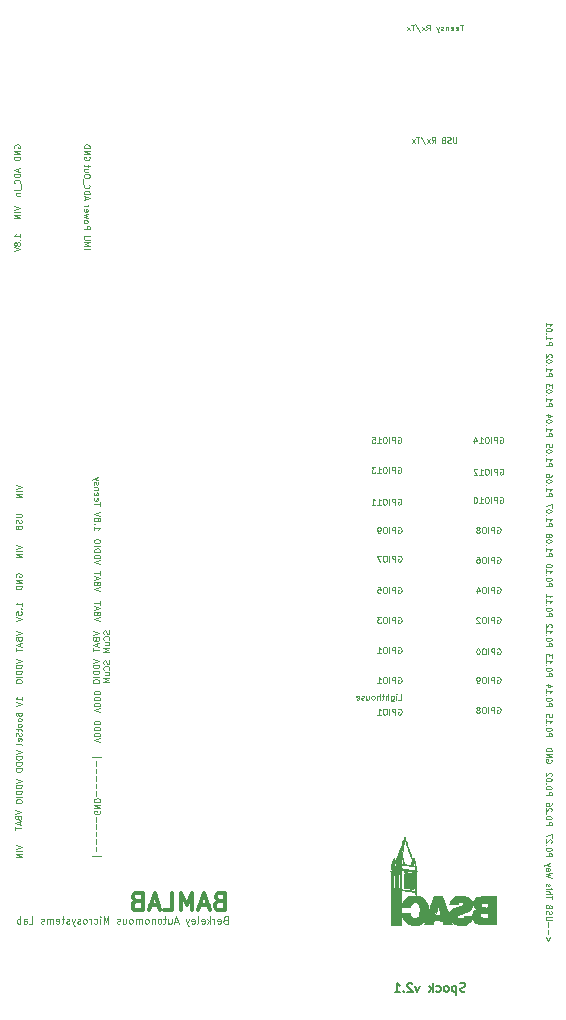
<source format=gbr>
%TF.GenerationSoftware,KiCad,Pcbnew,(5.0.2)-1*%
%TF.CreationDate,2021-04-28T15:39:28-07:00*%
%TF.ProjectId,Spock,53706f63-6b2e-46b6-9963-61645f706362,rev?*%
%TF.SameCoordinates,Original*%
%TF.FileFunction,Legend,Bot*%
%TF.FilePolarity,Positive*%
%FSLAX46Y46*%
G04 Gerber Fmt 4.6, Leading zero omitted, Abs format (unit mm)*
G04 Created by KiCad (PCBNEW (5.0.2)-1) date 4/28/2021 3:39:28 PM*
%MOMM*%
%LPD*%
G01*
G04 APERTURE LIST*
%ADD10C,0.120000*%
%ADD11C,0.096800*%
%ADD12C,0.150000*%
%ADD13C,0.122200*%
%ADD14C,0.375000*%
%ADD15C,0.100000*%
%ADD16C,0.010000*%
G04 APERTURE END LIST*
D10*
X222228361Y-115008790D02*
X222466457Y-115008790D01*
X222466457Y-114508790D01*
X222061695Y-115008790D02*
X222061695Y-114675457D01*
X222061695Y-114508790D02*
X222085504Y-114532600D01*
X222061695Y-114556409D01*
X222037885Y-114532600D01*
X222061695Y-114508790D01*
X222061695Y-114556409D01*
X221609314Y-114675457D02*
X221609314Y-115080219D01*
X221633123Y-115127838D01*
X221656933Y-115151647D01*
X221704552Y-115175457D01*
X221775980Y-115175457D01*
X221823600Y-115151647D01*
X221609314Y-114984980D02*
X221656933Y-115008790D01*
X221752171Y-115008790D01*
X221799790Y-114984980D01*
X221823600Y-114961171D01*
X221847409Y-114913552D01*
X221847409Y-114770695D01*
X221823600Y-114723076D01*
X221799790Y-114699266D01*
X221752171Y-114675457D01*
X221656933Y-114675457D01*
X221609314Y-114699266D01*
X221371219Y-115008790D02*
X221371219Y-114508790D01*
X221156933Y-115008790D02*
X221156933Y-114746885D01*
X221180742Y-114699266D01*
X221228361Y-114675457D01*
X221299790Y-114675457D01*
X221347409Y-114699266D01*
X221371219Y-114723076D01*
X220990266Y-114675457D02*
X220799790Y-114675457D01*
X220918838Y-114508790D02*
X220918838Y-114937361D01*
X220895028Y-114984980D01*
X220847409Y-115008790D01*
X220799790Y-115008790D01*
X220633123Y-115008790D02*
X220633123Y-114508790D01*
X220418838Y-115008790D02*
X220418838Y-114746885D01*
X220442647Y-114699266D01*
X220490266Y-114675457D01*
X220561695Y-114675457D01*
X220609314Y-114699266D01*
X220633123Y-114723076D01*
X220109314Y-115008790D02*
X220156933Y-114984980D01*
X220180742Y-114961171D01*
X220204552Y-114913552D01*
X220204552Y-114770695D01*
X220180742Y-114723076D01*
X220156933Y-114699266D01*
X220109314Y-114675457D01*
X220037885Y-114675457D01*
X219990266Y-114699266D01*
X219966457Y-114723076D01*
X219942647Y-114770695D01*
X219942647Y-114913552D01*
X219966457Y-114961171D01*
X219990266Y-114984980D01*
X220037885Y-115008790D01*
X220109314Y-115008790D01*
X219514076Y-114675457D02*
X219514076Y-115008790D01*
X219728361Y-114675457D02*
X219728361Y-114937361D01*
X219704552Y-114984980D01*
X219656933Y-115008790D01*
X219585504Y-115008790D01*
X219537885Y-114984980D01*
X219514076Y-114961171D01*
X219299790Y-114984980D02*
X219252171Y-115008790D01*
X219156933Y-115008790D01*
X219109314Y-114984980D01*
X219085504Y-114937361D01*
X219085504Y-114913552D01*
X219109314Y-114865933D01*
X219156933Y-114842123D01*
X219228361Y-114842123D01*
X219275980Y-114818314D01*
X219299790Y-114770695D01*
X219299790Y-114746885D01*
X219275980Y-114699266D01*
X219228361Y-114675457D01*
X219156933Y-114675457D01*
X219109314Y-114699266D01*
X218680742Y-114984980D02*
X218728361Y-115008790D01*
X218823600Y-115008790D01*
X218871219Y-114984980D01*
X218895028Y-114937361D01*
X218895028Y-114746885D01*
X218871219Y-114699266D01*
X218823600Y-114675457D01*
X218728361Y-114675457D01*
X218680742Y-114699266D01*
X218656933Y-114746885D01*
X218656933Y-114794504D01*
X218895028Y-114842123D01*
D11*
X234705647Y-125622028D02*
X235189647Y-125622028D01*
X235189647Y-125437647D01*
X235166600Y-125391552D01*
X235143552Y-125368504D01*
X235097457Y-125345457D01*
X235028314Y-125345457D01*
X234982219Y-125368504D01*
X234959171Y-125391552D01*
X234936123Y-125437647D01*
X234936123Y-125622028D01*
X235189647Y-125045838D02*
X235189647Y-124999742D01*
X235166600Y-124953647D01*
X235143552Y-124930600D01*
X235097457Y-124907552D01*
X235005266Y-124884504D01*
X234890028Y-124884504D01*
X234797838Y-124907552D01*
X234751742Y-124930600D01*
X234728695Y-124953647D01*
X234705647Y-124999742D01*
X234705647Y-125045838D01*
X234728695Y-125091933D01*
X234751742Y-125114980D01*
X234797838Y-125138028D01*
X234890028Y-125161076D01*
X235005266Y-125161076D01*
X235097457Y-125138028D01*
X235143552Y-125114980D01*
X235166600Y-125091933D01*
X235189647Y-125045838D01*
X234751742Y-124677076D02*
X234728695Y-124654028D01*
X234705647Y-124677076D01*
X234728695Y-124700123D01*
X234751742Y-124677076D01*
X234705647Y-124677076D01*
X235143552Y-124469647D02*
X235166600Y-124446600D01*
X235189647Y-124400504D01*
X235189647Y-124285266D01*
X235166600Y-124239171D01*
X235143552Y-124216123D01*
X235097457Y-124193076D01*
X235051361Y-124193076D01*
X234982219Y-124216123D01*
X234705647Y-124492695D01*
X234705647Y-124193076D01*
X235189647Y-123778219D02*
X235189647Y-123870409D01*
X235166600Y-123916504D01*
X235143552Y-123939552D01*
X235074409Y-123985647D01*
X234982219Y-124008695D01*
X234797838Y-124008695D01*
X234751742Y-123985647D01*
X234728695Y-123962600D01*
X234705647Y-123916504D01*
X234705647Y-123824314D01*
X234728695Y-123778219D01*
X234751742Y-123755171D01*
X234797838Y-123732123D01*
X234913076Y-123732123D01*
X234959171Y-123755171D01*
X234982219Y-123778219D01*
X235005266Y-123824314D01*
X235005266Y-123916504D01*
X234982219Y-123962600D01*
X234959171Y-123985647D01*
X234913076Y-124008695D01*
X234705647Y-92729028D02*
X235189647Y-92729028D01*
X235189647Y-92544647D01*
X235166600Y-92498552D01*
X235143552Y-92475504D01*
X235097457Y-92452457D01*
X235028314Y-92452457D01*
X234982219Y-92475504D01*
X234959171Y-92498552D01*
X234936123Y-92544647D01*
X234936123Y-92729028D01*
X234705647Y-91991504D02*
X234705647Y-92268076D01*
X234705647Y-92129790D02*
X235189647Y-92129790D01*
X235120504Y-92175885D01*
X235074409Y-92221980D01*
X235051361Y-92268076D01*
X234751742Y-91784076D02*
X234728695Y-91761028D01*
X234705647Y-91784076D01*
X234728695Y-91807123D01*
X234751742Y-91784076D01*
X234705647Y-91784076D01*
X235189647Y-91461409D02*
X235189647Y-91415314D01*
X235166600Y-91369219D01*
X235143552Y-91346171D01*
X235097457Y-91323123D01*
X235005266Y-91300076D01*
X234890028Y-91300076D01*
X234797838Y-91323123D01*
X234751742Y-91346171D01*
X234728695Y-91369219D01*
X234705647Y-91415314D01*
X234705647Y-91461409D01*
X234728695Y-91507504D01*
X234751742Y-91530552D01*
X234797838Y-91553600D01*
X234890028Y-91576647D01*
X235005266Y-91576647D01*
X235097457Y-91553600D01*
X235143552Y-91530552D01*
X235166600Y-91507504D01*
X235189647Y-91461409D01*
X235028314Y-90885219D02*
X234705647Y-90885219D01*
X235212695Y-91000457D02*
X234866980Y-91115695D01*
X234866980Y-90816076D01*
X234705647Y-95269028D02*
X235189647Y-95269028D01*
X235189647Y-95084647D01*
X235166600Y-95038552D01*
X235143552Y-95015504D01*
X235097457Y-94992457D01*
X235028314Y-94992457D01*
X234982219Y-95015504D01*
X234959171Y-95038552D01*
X234936123Y-95084647D01*
X234936123Y-95269028D01*
X234705647Y-94531504D02*
X234705647Y-94808076D01*
X234705647Y-94669790D02*
X235189647Y-94669790D01*
X235120504Y-94715885D01*
X235074409Y-94761980D01*
X235051361Y-94808076D01*
X234751742Y-94324076D02*
X234728695Y-94301028D01*
X234705647Y-94324076D01*
X234728695Y-94347123D01*
X234751742Y-94324076D01*
X234705647Y-94324076D01*
X235189647Y-94001409D02*
X235189647Y-93955314D01*
X235166600Y-93909219D01*
X235143552Y-93886171D01*
X235097457Y-93863123D01*
X235005266Y-93840076D01*
X234890028Y-93840076D01*
X234797838Y-93863123D01*
X234751742Y-93886171D01*
X234728695Y-93909219D01*
X234705647Y-93955314D01*
X234705647Y-94001409D01*
X234728695Y-94047504D01*
X234751742Y-94070552D01*
X234797838Y-94093600D01*
X234890028Y-94116647D01*
X235005266Y-94116647D01*
X235097457Y-94093600D01*
X235143552Y-94070552D01*
X235166600Y-94047504D01*
X235189647Y-94001409D01*
X235189647Y-93402171D02*
X235189647Y-93632647D01*
X234959171Y-93655695D01*
X234982219Y-93632647D01*
X235005266Y-93586552D01*
X235005266Y-93471314D01*
X234982219Y-93425219D01*
X234959171Y-93402171D01*
X234913076Y-93379123D01*
X234797838Y-93379123D01*
X234751742Y-93402171D01*
X234728695Y-93425219D01*
X234705647Y-93471314D01*
X234705647Y-93586552D01*
X234728695Y-93632647D01*
X234751742Y-93655695D01*
X234705647Y-110509028D02*
X235189647Y-110509028D01*
X235189647Y-110324647D01*
X235166600Y-110278552D01*
X235143552Y-110255504D01*
X235097457Y-110232457D01*
X235028314Y-110232457D01*
X234982219Y-110255504D01*
X234959171Y-110278552D01*
X234936123Y-110324647D01*
X234936123Y-110509028D01*
X235189647Y-109932838D02*
X235189647Y-109886742D01*
X235166600Y-109840647D01*
X235143552Y-109817600D01*
X235097457Y-109794552D01*
X235005266Y-109771504D01*
X234890028Y-109771504D01*
X234797838Y-109794552D01*
X234751742Y-109817600D01*
X234728695Y-109840647D01*
X234705647Y-109886742D01*
X234705647Y-109932838D01*
X234728695Y-109978933D01*
X234751742Y-110001980D01*
X234797838Y-110025028D01*
X234890028Y-110048076D01*
X235005266Y-110048076D01*
X235097457Y-110025028D01*
X235143552Y-110001980D01*
X235166600Y-109978933D01*
X235189647Y-109932838D01*
X234751742Y-109564076D02*
X234728695Y-109541028D01*
X234705647Y-109564076D01*
X234728695Y-109587123D01*
X234751742Y-109564076D01*
X234705647Y-109564076D01*
X234705647Y-109080076D02*
X234705647Y-109356647D01*
X234705647Y-109218361D02*
X235189647Y-109218361D01*
X235120504Y-109264457D01*
X235074409Y-109310552D01*
X235051361Y-109356647D01*
X235143552Y-108895695D02*
X235166600Y-108872647D01*
X235189647Y-108826552D01*
X235189647Y-108711314D01*
X235166600Y-108665219D01*
X235143552Y-108642171D01*
X235097457Y-108619123D01*
X235051361Y-108619123D01*
X234982219Y-108642171D01*
X234705647Y-108918742D01*
X234705647Y-108619123D01*
X234705647Y-105429028D02*
X235189647Y-105429028D01*
X235189647Y-105244647D01*
X235166600Y-105198552D01*
X235143552Y-105175504D01*
X235097457Y-105152457D01*
X235028314Y-105152457D01*
X234982219Y-105175504D01*
X234959171Y-105198552D01*
X234936123Y-105244647D01*
X234936123Y-105429028D01*
X235189647Y-104852838D02*
X235189647Y-104806742D01*
X235166600Y-104760647D01*
X235143552Y-104737600D01*
X235097457Y-104714552D01*
X235005266Y-104691504D01*
X234890028Y-104691504D01*
X234797838Y-104714552D01*
X234751742Y-104737600D01*
X234728695Y-104760647D01*
X234705647Y-104806742D01*
X234705647Y-104852838D01*
X234728695Y-104898933D01*
X234751742Y-104921980D01*
X234797838Y-104945028D01*
X234890028Y-104968076D01*
X235005266Y-104968076D01*
X235097457Y-104945028D01*
X235143552Y-104921980D01*
X235166600Y-104898933D01*
X235189647Y-104852838D01*
X234751742Y-104484076D02*
X234728695Y-104461028D01*
X234705647Y-104484076D01*
X234728695Y-104507123D01*
X234751742Y-104484076D01*
X234705647Y-104484076D01*
X234705647Y-104000076D02*
X234705647Y-104276647D01*
X234705647Y-104138361D02*
X235189647Y-104138361D01*
X235120504Y-104184457D01*
X235074409Y-104230552D01*
X235051361Y-104276647D01*
X235189647Y-103700457D02*
X235189647Y-103654361D01*
X235166600Y-103608266D01*
X235143552Y-103585219D01*
X235097457Y-103562171D01*
X235005266Y-103539123D01*
X234890028Y-103539123D01*
X234797838Y-103562171D01*
X234751742Y-103585219D01*
X234728695Y-103608266D01*
X234705647Y-103654361D01*
X234705647Y-103700457D01*
X234728695Y-103746552D01*
X234751742Y-103769600D01*
X234797838Y-103792647D01*
X234890028Y-103815695D01*
X235005266Y-103815695D01*
X235097457Y-103792647D01*
X235143552Y-103769600D01*
X235166600Y-103746552D01*
X235189647Y-103700457D01*
X234705647Y-97809028D02*
X235189647Y-97809028D01*
X235189647Y-97624647D01*
X235166600Y-97578552D01*
X235143552Y-97555504D01*
X235097457Y-97532457D01*
X235028314Y-97532457D01*
X234982219Y-97555504D01*
X234959171Y-97578552D01*
X234936123Y-97624647D01*
X234936123Y-97809028D01*
X234705647Y-97071504D02*
X234705647Y-97348076D01*
X234705647Y-97209790D02*
X235189647Y-97209790D01*
X235120504Y-97255885D01*
X235074409Y-97301980D01*
X235051361Y-97348076D01*
X234751742Y-96864076D02*
X234728695Y-96841028D01*
X234705647Y-96864076D01*
X234728695Y-96887123D01*
X234751742Y-96864076D01*
X234705647Y-96864076D01*
X235189647Y-96541409D02*
X235189647Y-96495314D01*
X235166600Y-96449219D01*
X235143552Y-96426171D01*
X235097457Y-96403123D01*
X235005266Y-96380076D01*
X234890028Y-96380076D01*
X234797838Y-96403123D01*
X234751742Y-96426171D01*
X234728695Y-96449219D01*
X234705647Y-96495314D01*
X234705647Y-96541409D01*
X234728695Y-96587504D01*
X234751742Y-96610552D01*
X234797838Y-96633600D01*
X234890028Y-96656647D01*
X235005266Y-96656647D01*
X235097457Y-96633600D01*
X235143552Y-96610552D01*
X235166600Y-96587504D01*
X235189647Y-96541409D01*
X235189647Y-95965219D02*
X235189647Y-96057409D01*
X235166600Y-96103504D01*
X235143552Y-96126552D01*
X235074409Y-96172647D01*
X234982219Y-96195695D01*
X234797838Y-96195695D01*
X234751742Y-96172647D01*
X234728695Y-96149600D01*
X234705647Y-96103504D01*
X234705647Y-96011314D01*
X234728695Y-95965219D01*
X234751742Y-95942171D01*
X234797838Y-95919123D01*
X234913076Y-95919123D01*
X234959171Y-95942171D01*
X234982219Y-95965219D01*
X235005266Y-96011314D01*
X235005266Y-96103504D01*
X234982219Y-96149600D01*
X234959171Y-96172647D01*
X234913076Y-96195695D01*
X234705647Y-123082028D02*
X235189647Y-123082028D01*
X235189647Y-122897647D01*
X235166600Y-122851552D01*
X235143552Y-122828504D01*
X235097457Y-122805457D01*
X235028314Y-122805457D01*
X234982219Y-122828504D01*
X234959171Y-122851552D01*
X234936123Y-122897647D01*
X234936123Y-123082028D01*
X235189647Y-122505838D02*
X235189647Y-122459742D01*
X235166600Y-122413647D01*
X235143552Y-122390600D01*
X235097457Y-122367552D01*
X235005266Y-122344504D01*
X234890028Y-122344504D01*
X234797838Y-122367552D01*
X234751742Y-122390600D01*
X234728695Y-122413647D01*
X234705647Y-122459742D01*
X234705647Y-122505838D01*
X234728695Y-122551933D01*
X234751742Y-122574980D01*
X234797838Y-122598028D01*
X234890028Y-122621076D01*
X235005266Y-122621076D01*
X235097457Y-122598028D01*
X235143552Y-122574980D01*
X235166600Y-122551933D01*
X235189647Y-122505838D01*
X234751742Y-122137076D02*
X234728695Y-122114028D01*
X234705647Y-122137076D01*
X234728695Y-122160123D01*
X234751742Y-122137076D01*
X234705647Y-122137076D01*
X235189647Y-121814409D02*
X235189647Y-121768314D01*
X235166600Y-121722219D01*
X235143552Y-121699171D01*
X235097457Y-121676123D01*
X235005266Y-121653076D01*
X234890028Y-121653076D01*
X234797838Y-121676123D01*
X234751742Y-121699171D01*
X234728695Y-121722219D01*
X234705647Y-121768314D01*
X234705647Y-121814409D01*
X234728695Y-121860504D01*
X234751742Y-121883552D01*
X234797838Y-121906600D01*
X234890028Y-121929647D01*
X235005266Y-121929647D01*
X235097457Y-121906600D01*
X235143552Y-121883552D01*
X235166600Y-121860504D01*
X235189647Y-121814409D01*
X235143552Y-121468695D02*
X235166600Y-121445647D01*
X235189647Y-121399552D01*
X235189647Y-121284314D01*
X235166600Y-121238219D01*
X235143552Y-121215171D01*
X235097457Y-121192123D01*
X235051361Y-121192123D01*
X234982219Y-121215171D01*
X234705647Y-121491742D01*
X234705647Y-121192123D01*
X234705647Y-90189028D02*
X235189647Y-90189028D01*
X235189647Y-90004647D01*
X235166600Y-89958552D01*
X235143552Y-89935504D01*
X235097457Y-89912457D01*
X235028314Y-89912457D01*
X234982219Y-89935504D01*
X234959171Y-89958552D01*
X234936123Y-90004647D01*
X234936123Y-90189028D01*
X234705647Y-89451504D02*
X234705647Y-89728076D01*
X234705647Y-89589790D02*
X235189647Y-89589790D01*
X235120504Y-89635885D01*
X235074409Y-89681980D01*
X235051361Y-89728076D01*
X234751742Y-89244076D02*
X234728695Y-89221028D01*
X234705647Y-89244076D01*
X234728695Y-89267123D01*
X234751742Y-89244076D01*
X234705647Y-89244076D01*
X235189647Y-88921409D02*
X235189647Y-88875314D01*
X235166600Y-88829219D01*
X235143552Y-88806171D01*
X235097457Y-88783123D01*
X235005266Y-88760076D01*
X234890028Y-88760076D01*
X234797838Y-88783123D01*
X234751742Y-88806171D01*
X234728695Y-88829219D01*
X234705647Y-88875314D01*
X234705647Y-88921409D01*
X234728695Y-88967504D01*
X234751742Y-88990552D01*
X234797838Y-89013600D01*
X234890028Y-89036647D01*
X235005266Y-89036647D01*
X235097457Y-89013600D01*
X235143552Y-88990552D01*
X235166600Y-88967504D01*
X235189647Y-88921409D01*
X235189647Y-88598742D02*
X235189647Y-88299123D01*
X235005266Y-88460457D01*
X235005266Y-88391314D01*
X234982219Y-88345219D01*
X234959171Y-88322171D01*
X234913076Y-88299123D01*
X234797838Y-88299123D01*
X234751742Y-88322171D01*
X234728695Y-88345219D01*
X234705647Y-88391314D01*
X234705647Y-88529600D01*
X234728695Y-88575695D01*
X234751742Y-88598742D01*
X234705647Y-102889028D02*
X235189647Y-102889028D01*
X235189647Y-102704647D01*
X235166600Y-102658552D01*
X235143552Y-102635504D01*
X235097457Y-102612457D01*
X235028314Y-102612457D01*
X234982219Y-102635504D01*
X234959171Y-102658552D01*
X234936123Y-102704647D01*
X234936123Y-102889028D01*
X234705647Y-102151504D02*
X234705647Y-102428076D01*
X234705647Y-102289790D02*
X235189647Y-102289790D01*
X235120504Y-102335885D01*
X235074409Y-102381980D01*
X235051361Y-102428076D01*
X234751742Y-101944076D02*
X234728695Y-101921028D01*
X234705647Y-101944076D01*
X234728695Y-101967123D01*
X234751742Y-101944076D01*
X234705647Y-101944076D01*
X235189647Y-101621409D02*
X235189647Y-101575314D01*
X235166600Y-101529219D01*
X235143552Y-101506171D01*
X235097457Y-101483123D01*
X235005266Y-101460076D01*
X234890028Y-101460076D01*
X234797838Y-101483123D01*
X234751742Y-101506171D01*
X234728695Y-101529219D01*
X234705647Y-101575314D01*
X234705647Y-101621409D01*
X234728695Y-101667504D01*
X234751742Y-101690552D01*
X234797838Y-101713600D01*
X234890028Y-101736647D01*
X235005266Y-101736647D01*
X235097457Y-101713600D01*
X235143552Y-101690552D01*
X235166600Y-101667504D01*
X235189647Y-101621409D01*
X234982219Y-101183504D02*
X235005266Y-101229600D01*
X235028314Y-101252647D01*
X235074409Y-101275695D01*
X235097457Y-101275695D01*
X235143552Y-101252647D01*
X235166600Y-101229600D01*
X235189647Y-101183504D01*
X235189647Y-101091314D01*
X235166600Y-101045219D01*
X235143552Y-101022171D01*
X235097457Y-100999123D01*
X235074409Y-100999123D01*
X235028314Y-101022171D01*
X235005266Y-101045219D01*
X234982219Y-101091314D01*
X234982219Y-101183504D01*
X234959171Y-101229600D01*
X234936123Y-101252647D01*
X234890028Y-101275695D01*
X234797838Y-101275695D01*
X234751742Y-101252647D01*
X234728695Y-101229600D01*
X234705647Y-101183504D01*
X234705647Y-101091314D01*
X234728695Y-101045219D01*
X234751742Y-101022171D01*
X234797838Y-100999123D01*
X234890028Y-100999123D01*
X234936123Y-101022171D01*
X234959171Y-101045219D01*
X234982219Y-101091314D01*
X234705647Y-115589028D02*
X235189647Y-115589028D01*
X235189647Y-115404647D01*
X235166600Y-115358552D01*
X235143552Y-115335504D01*
X235097457Y-115312457D01*
X235028314Y-115312457D01*
X234982219Y-115335504D01*
X234959171Y-115358552D01*
X234936123Y-115404647D01*
X234936123Y-115589028D01*
X235189647Y-115012838D02*
X235189647Y-114966742D01*
X235166600Y-114920647D01*
X235143552Y-114897600D01*
X235097457Y-114874552D01*
X235005266Y-114851504D01*
X234890028Y-114851504D01*
X234797838Y-114874552D01*
X234751742Y-114897600D01*
X234728695Y-114920647D01*
X234705647Y-114966742D01*
X234705647Y-115012838D01*
X234728695Y-115058933D01*
X234751742Y-115081980D01*
X234797838Y-115105028D01*
X234890028Y-115128076D01*
X235005266Y-115128076D01*
X235097457Y-115105028D01*
X235143552Y-115081980D01*
X235166600Y-115058933D01*
X235189647Y-115012838D01*
X234751742Y-114644076D02*
X234728695Y-114621028D01*
X234705647Y-114644076D01*
X234728695Y-114667123D01*
X234751742Y-114644076D01*
X234705647Y-114644076D01*
X234705647Y-114160076D02*
X234705647Y-114436647D01*
X234705647Y-114298361D02*
X235189647Y-114298361D01*
X235120504Y-114344457D01*
X235074409Y-114390552D01*
X235051361Y-114436647D01*
X235028314Y-113745219D02*
X234705647Y-113745219D01*
X235212695Y-113860457D02*
X234866980Y-113975695D01*
X234866980Y-113676076D01*
X234705647Y-84982028D02*
X235189647Y-84982028D01*
X235189647Y-84797647D01*
X235166600Y-84751552D01*
X235143552Y-84728504D01*
X235097457Y-84705457D01*
X235028314Y-84705457D01*
X234982219Y-84728504D01*
X234959171Y-84751552D01*
X234936123Y-84797647D01*
X234936123Y-84982028D01*
X234705647Y-84244504D02*
X234705647Y-84521076D01*
X234705647Y-84382790D02*
X235189647Y-84382790D01*
X235120504Y-84428885D01*
X235074409Y-84474980D01*
X235051361Y-84521076D01*
X234751742Y-84037076D02*
X234728695Y-84014028D01*
X234705647Y-84037076D01*
X234728695Y-84060123D01*
X234751742Y-84037076D01*
X234705647Y-84037076D01*
X235189647Y-83714409D02*
X235189647Y-83668314D01*
X235166600Y-83622219D01*
X235143552Y-83599171D01*
X235097457Y-83576123D01*
X235005266Y-83553076D01*
X234890028Y-83553076D01*
X234797838Y-83576123D01*
X234751742Y-83599171D01*
X234728695Y-83622219D01*
X234705647Y-83668314D01*
X234705647Y-83714409D01*
X234728695Y-83760504D01*
X234751742Y-83783552D01*
X234797838Y-83806600D01*
X234890028Y-83829647D01*
X235005266Y-83829647D01*
X235097457Y-83806600D01*
X235143552Y-83783552D01*
X235166600Y-83760504D01*
X235189647Y-83714409D01*
X234705647Y-83092123D02*
X234705647Y-83368695D01*
X234705647Y-83230409D02*
X235189647Y-83230409D01*
X235120504Y-83276504D01*
X235074409Y-83322600D01*
X235051361Y-83368695D01*
X234705647Y-100349028D02*
X235189647Y-100349028D01*
X235189647Y-100164647D01*
X235166600Y-100118552D01*
X235143552Y-100095504D01*
X235097457Y-100072457D01*
X235028314Y-100072457D01*
X234982219Y-100095504D01*
X234959171Y-100118552D01*
X234936123Y-100164647D01*
X234936123Y-100349028D01*
X234705647Y-99611504D02*
X234705647Y-99888076D01*
X234705647Y-99749790D02*
X235189647Y-99749790D01*
X235120504Y-99795885D01*
X235074409Y-99841980D01*
X235051361Y-99888076D01*
X234751742Y-99404076D02*
X234728695Y-99381028D01*
X234705647Y-99404076D01*
X234728695Y-99427123D01*
X234751742Y-99404076D01*
X234705647Y-99404076D01*
X235189647Y-99081409D02*
X235189647Y-99035314D01*
X235166600Y-98989219D01*
X235143552Y-98966171D01*
X235097457Y-98943123D01*
X235005266Y-98920076D01*
X234890028Y-98920076D01*
X234797838Y-98943123D01*
X234751742Y-98966171D01*
X234728695Y-98989219D01*
X234705647Y-99035314D01*
X234705647Y-99081409D01*
X234728695Y-99127504D01*
X234751742Y-99150552D01*
X234797838Y-99173600D01*
X234890028Y-99196647D01*
X235005266Y-99196647D01*
X235097457Y-99173600D01*
X235143552Y-99150552D01*
X235166600Y-99127504D01*
X235189647Y-99081409D01*
X235189647Y-98758742D02*
X235189647Y-98436076D01*
X234705647Y-98643504D01*
X234705647Y-87649028D02*
X235189647Y-87649028D01*
X235189647Y-87464647D01*
X235166600Y-87418552D01*
X235143552Y-87395504D01*
X235097457Y-87372457D01*
X235028314Y-87372457D01*
X234982219Y-87395504D01*
X234959171Y-87418552D01*
X234936123Y-87464647D01*
X234936123Y-87649028D01*
X234705647Y-86911504D02*
X234705647Y-87188076D01*
X234705647Y-87049790D02*
X235189647Y-87049790D01*
X235120504Y-87095885D01*
X235074409Y-87141980D01*
X235051361Y-87188076D01*
X234751742Y-86704076D02*
X234728695Y-86681028D01*
X234705647Y-86704076D01*
X234728695Y-86727123D01*
X234751742Y-86704076D01*
X234705647Y-86704076D01*
X235189647Y-86381409D02*
X235189647Y-86335314D01*
X235166600Y-86289219D01*
X235143552Y-86266171D01*
X235097457Y-86243123D01*
X235005266Y-86220076D01*
X234890028Y-86220076D01*
X234797838Y-86243123D01*
X234751742Y-86266171D01*
X234728695Y-86289219D01*
X234705647Y-86335314D01*
X234705647Y-86381409D01*
X234728695Y-86427504D01*
X234751742Y-86450552D01*
X234797838Y-86473600D01*
X234890028Y-86496647D01*
X235005266Y-86496647D01*
X235097457Y-86473600D01*
X235143552Y-86450552D01*
X235166600Y-86427504D01*
X235189647Y-86381409D01*
X235143552Y-86035695D02*
X235166600Y-86012647D01*
X235189647Y-85966552D01*
X235189647Y-85851314D01*
X235166600Y-85805219D01*
X235143552Y-85782171D01*
X235097457Y-85759123D01*
X235051361Y-85759123D01*
X234982219Y-85782171D01*
X234705647Y-86058742D01*
X234705647Y-85759123D01*
X234705647Y-113049028D02*
X235189647Y-113049028D01*
X235189647Y-112864647D01*
X235166600Y-112818552D01*
X235143552Y-112795504D01*
X235097457Y-112772457D01*
X235028314Y-112772457D01*
X234982219Y-112795504D01*
X234959171Y-112818552D01*
X234936123Y-112864647D01*
X234936123Y-113049028D01*
X235189647Y-112472838D02*
X235189647Y-112426742D01*
X235166600Y-112380647D01*
X235143552Y-112357600D01*
X235097457Y-112334552D01*
X235005266Y-112311504D01*
X234890028Y-112311504D01*
X234797838Y-112334552D01*
X234751742Y-112357600D01*
X234728695Y-112380647D01*
X234705647Y-112426742D01*
X234705647Y-112472838D01*
X234728695Y-112518933D01*
X234751742Y-112541980D01*
X234797838Y-112565028D01*
X234890028Y-112588076D01*
X235005266Y-112588076D01*
X235097457Y-112565028D01*
X235143552Y-112541980D01*
X235166600Y-112518933D01*
X235189647Y-112472838D01*
X234751742Y-112104076D02*
X234728695Y-112081028D01*
X234705647Y-112104076D01*
X234728695Y-112127123D01*
X234751742Y-112104076D01*
X234705647Y-112104076D01*
X234705647Y-111620076D02*
X234705647Y-111896647D01*
X234705647Y-111758361D02*
X235189647Y-111758361D01*
X235120504Y-111804457D01*
X235074409Y-111850552D01*
X235051361Y-111896647D01*
X235189647Y-111458742D02*
X235189647Y-111159123D01*
X235005266Y-111320457D01*
X235005266Y-111251314D01*
X234982219Y-111205219D01*
X234959171Y-111182171D01*
X234913076Y-111159123D01*
X234797838Y-111159123D01*
X234751742Y-111182171D01*
X234728695Y-111205219D01*
X234705647Y-111251314D01*
X234705647Y-111389600D01*
X234728695Y-111435695D01*
X234751742Y-111458742D01*
X235166600Y-120104361D02*
X235189647Y-120150457D01*
X235189647Y-120219600D01*
X235166600Y-120288742D01*
X235120504Y-120334838D01*
X235074409Y-120357885D01*
X234982219Y-120380933D01*
X234913076Y-120380933D01*
X234820885Y-120357885D01*
X234774790Y-120334838D01*
X234728695Y-120288742D01*
X234705647Y-120219600D01*
X234705647Y-120173504D01*
X234728695Y-120104361D01*
X234751742Y-120081314D01*
X234913076Y-120081314D01*
X234913076Y-120173504D01*
X234705647Y-119873885D02*
X235189647Y-119873885D01*
X234705647Y-119597314D01*
X235189647Y-119597314D01*
X234705647Y-119366838D02*
X235189647Y-119366838D01*
X235189647Y-119251600D01*
X235166600Y-119182457D01*
X235120504Y-119136361D01*
X235074409Y-119113314D01*
X234982219Y-119090266D01*
X234913076Y-119090266D01*
X234820885Y-119113314D01*
X234774790Y-119136361D01*
X234728695Y-119182457D01*
X234705647Y-119251600D01*
X234705647Y-119366838D01*
X234705647Y-107969028D02*
X235189647Y-107969028D01*
X235189647Y-107784647D01*
X235166600Y-107738552D01*
X235143552Y-107715504D01*
X235097457Y-107692457D01*
X235028314Y-107692457D01*
X234982219Y-107715504D01*
X234959171Y-107738552D01*
X234936123Y-107784647D01*
X234936123Y-107969028D01*
X235189647Y-107392838D02*
X235189647Y-107346742D01*
X235166600Y-107300647D01*
X235143552Y-107277600D01*
X235097457Y-107254552D01*
X235005266Y-107231504D01*
X234890028Y-107231504D01*
X234797838Y-107254552D01*
X234751742Y-107277600D01*
X234728695Y-107300647D01*
X234705647Y-107346742D01*
X234705647Y-107392838D01*
X234728695Y-107438933D01*
X234751742Y-107461980D01*
X234797838Y-107485028D01*
X234890028Y-107508076D01*
X235005266Y-107508076D01*
X235097457Y-107485028D01*
X235143552Y-107461980D01*
X235166600Y-107438933D01*
X235189647Y-107392838D01*
X234751742Y-107024076D02*
X234728695Y-107001028D01*
X234705647Y-107024076D01*
X234728695Y-107047123D01*
X234751742Y-107024076D01*
X234705647Y-107024076D01*
X234705647Y-106540076D02*
X234705647Y-106816647D01*
X234705647Y-106678361D02*
X235189647Y-106678361D01*
X235120504Y-106724457D01*
X235074409Y-106770552D01*
X235051361Y-106816647D01*
X234705647Y-106079123D02*
X234705647Y-106355695D01*
X234705647Y-106217409D02*
X235189647Y-106217409D01*
X235120504Y-106263504D01*
X235074409Y-106309600D01*
X235051361Y-106355695D01*
X234705647Y-118129028D02*
X235189647Y-118129028D01*
X235189647Y-117944647D01*
X235166600Y-117898552D01*
X235143552Y-117875504D01*
X235097457Y-117852457D01*
X235028314Y-117852457D01*
X234982219Y-117875504D01*
X234959171Y-117898552D01*
X234936123Y-117944647D01*
X234936123Y-118129028D01*
X235189647Y-117552838D02*
X235189647Y-117506742D01*
X235166600Y-117460647D01*
X235143552Y-117437600D01*
X235097457Y-117414552D01*
X235005266Y-117391504D01*
X234890028Y-117391504D01*
X234797838Y-117414552D01*
X234751742Y-117437600D01*
X234728695Y-117460647D01*
X234705647Y-117506742D01*
X234705647Y-117552838D01*
X234728695Y-117598933D01*
X234751742Y-117621980D01*
X234797838Y-117645028D01*
X234890028Y-117668076D01*
X235005266Y-117668076D01*
X235097457Y-117645028D01*
X235143552Y-117621980D01*
X235166600Y-117598933D01*
X235189647Y-117552838D01*
X234751742Y-117184076D02*
X234728695Y-117161028D01*
X234705647Y-117184076D01*
X234728695Y-117207123D01*
X234751742Y-117184076D01*
X234705647Y-117184076D01*
X234705647Y-116700076D02*
X234705647Y-116976647D01*
X234705647Y-116838361D02*
X235189647Y-116838361D01*
X235120504Y-116884457D01*
X235074409Y-116930552D01*
X235051361Y-116976647D01*
X235189647Y-116262171D02*
X235189647Y-116492647D01*
X234959171Y-116515695D01*
X234982219Y-116492647D01*
X235005266Y-116446552D01*
X235005266Y-116331314D01*
X234982219Y-116285219D01*
X234959171Y-116262171D01*
X234913076Y-116239123D01*
X234797838Y-116239123D01*
X234751742Y-116262171D01*
X234728695Y-116285219D01*
X234705647Y-116331314D01*
X234705647Y-116446552D01*
X234728695Y-116492647D01*
X234751742Y-116515695D01*
X234705647Y-128289028D02*
X235189647Y-128289028D01*
X235189647Y-128104647D01*
X235166600Y-128058552D01*
X235143552Y-128035504D01*
X235097457Y-128012457D01*
X235028314Y-128012457D01*
X234982219Y-128035504D01*
X234959171Y-128058552D01*
X234936123Y-128104647D01*
X234936123Y-128289028D01*
X235189647Y-127712838D02*
X235189647Y-127666742D01*
X235166600Y-127620647D01*
X235143552Y-127597600D01*
X235097457Y-127574552D01*
X235005266Y-127551504D01*
X234890028Y-127551504D01*
X234797838Y-127574552D01*
X234751742Y-127597600D01*
X234728695Y-127620647D01*
X234705647Y-127666742D01*
X234705647Y-127712838D01*
X234728695Y-127758933D01*
X234751742Y-127781980D01*
X234797838Y-127805028D01*
X234890028Y-127828076D01*
X235005266Y-127828076D01*
X235097457Y-127805028D01*
X235143552Y-127781980D01*
X235166600Y-127758933D01*
X235189647Y-127712838D01*
X234751742Y-127344076D02*
X234728695Y-127321028D01*
X234705647Y-127344076D01*
X234728695Y-127367123D01*
X234751742Y-127344076D01*
X234705647Y-127344076D01*
X235143552Y-127136647D02*
X235166600Y-127113600D01*
X235189647Y-127067504D01*
X235189647Y-126952266D01*
X235166600Y-126906171D01*
X235143552Y-126883123D01*
X235097457Y-126860076D01*
X235051361Y-126860076D01*
X234982219Y-126883123D01*
X234705647Y-127159695D01*
X234705647Y-126860076D01*
X235189647Y-126698742D02*
X235189647Y-126376076D01*
X234705647Y-126583504D01*
X235028314Y-135085600D02*
X234890028Y-135454361D01*
X234751742Y-135085600D01*
X234890028Y-134855123D02*
X234890028Y-134486361D01*
X234890028Y-134255885D02*
X234890028Y-133887123D01*
X235189647Y-133656647D02*
X234797838Y-133656647D01*
X234751742Y-133633600D01*
X234728695Y-133610552D01*
X234705647Y-133564457D01*
X234705647Y-133472266D01*
X234728695Y-133426171D01*
X234751742Y-133403123D01*
X234797838Y-133380076D01*
X235189647Y-133380076D01*
X234728695Y-133172647D02*
X234705647Y-133103504D01*
X234705647Y-132988266D01*
X234728695Y-132942171D01*
X234751742Y-132919123D01*
X234797838Y-132896076D01*
X234843933Y-132896076D01*
X234890028Y-132919123D01*
X234913076Y-132942171D01*
X234936123Y-132988266D01*
X234959171Y-133080457D01*
X234982219Y-133126552D01*
X235005266Y-133149600D01*
X235051361Y-133172647D01*
X235097457Y-133172647D01*
X235143552Y-133149600D01*
X235166600Y-133126552D01*
X235189647Y-133080457D01*
X235189647Y-132965219D01*
X235166600Y-132896076D01*
X234959171Y-132527314D02*
X234936123Y-132458171D01*
X234913076Y-132435123D01*
X234866980Y-132412076D01*
X234797838Y-132412076D01*
X234751742Y-132435123D01*
X234728695Y-132458171D01*
X234705647Y-132504266D01*
X234705647Y-132688647D01*
X235189647Y-132688647D01*
X235189647Y-132527314D01*
X235166600Y-132481219D01*
X235143552Y-132458171D01*
X235097457Y-132435123D01*
X235051361Y-132435123D01*
X235005266Y-132458171D01*
X234982219Y-132481219D01*
X234959171Y-132527314D01*
X234959171Y-132688647D01*
X235189647Y-131905028D02*
X235189647Y-131628457D01*
X234705647Y-131766742D02*
X235189647Y-131766742D01*
X234705647Y-131467123D02*
X235189647Y-131467123D01*
X234705647Y-131259695D02*
X234959171Y-131259695D01*
X235005266Y-131282742D01*
X235028314Y-131328838D01*
X235028314Y-131397980D01*
X235005266Y-131444076D01*
X234982219Y-131467123D01*
X234705647Y-131029219D02*
X235028314Y-131029219D01*
X235189647Y-131029219D02*
X235166600Y-131052266D01*
X235143552Y-131029219D01*
X235166600Y-131006171D01*
X235189647Y-131029219D01*
X235143552Y-131029219D01*
X234728695Y-130821790D02*
X234705647Y-130775695D01*
X234705647Y-130683504D01*
X234728695Y-130637409D01*
X234774790Y-130614361D01*
X234797838Y-130614361D01*
X234843933Y-130637409D01*
X234866980Y-130683504D01*
X234866980Y-130752647D01*
X234890028Y-130798742D01*
X234936123Y-130821790D01*
X234959171Y-130821790D01*
X235005266Y-130798742D01*
X235028314Y-130752647D01*
X235028314Y-130683504D01*
X235005266Y-130637409D01*
X235189647Y-130084266D02*
X234705647Y-129969028D01*
X235051361Y-129876838D01*
X234705647Y-129784647D01*
X235189647Y-129669409D01*
X234705647Y-129277600D02*
X234959171Y-129277600D01*
X235005266Y-129300647D01*
X235028314Y-129346742D01*
X235028314Y-129438933D01*
X235005266Y-129485028D01*
X234728695Y-129277600D02*
X234705647Y-129323695D01*
X234705647Y-129438933D01*
X234728695Y-129485028D01*
X234774790Y-129508076D01*
X234820885Y-129508076D01*
X234866980Y-129485028D01*
X234890028Y-129438933D01*
X234890028Y-129323695D01*
X234913076Y-129277600D01*
X235028314Y-129093219D02*
X234705647Y-128977980D01*
X235028314Y-128862742D02*
X234705647Y-128977980D01*
X234590409Y-129024076D01*
X234567361Y-129047123D01*
X234544314Y-129093219D01*
X227706476Y-57875552D02*
X227429904Y-57875552D01*
X227568190Y-58359552D02*
X227568190Y-57875552D01*
X227084190Y-58336504D02*
X227130285Y-58359552D01*
X227222476Y-58359552D01*
X227268571Y-58336504D01*
X227291619Y-58290409D01*
X227291619Y-58106028D01*
X227268571Y-58059933D01*
X227222476Y-58036885D01*
X227130285Y-58036885D01*
X227084190Y-58059933D01*
X227061142Y-58106028D01*
X227061142Y-58152123D01*
X227291619Y-58198219D01*
X226669333Y-58336504D02*
X226715428Y-58359552D01*
X226807619Y-58359552D01*
X226853714Y-58336504D01*
X226876761Y-58290409D01*
X226876761Y-58106028D01*
X226853714Y-58059933D01*
X226807619Y-58036885D01*
X226715428Y-58036885D01*
X226669333Y-58059933D01*
X226646285Y-58106028D01*
X226646285Y-58152123D01*
X226876761Y-58198219D01*
X226438857Y-58036885D02*
X226438857Y-58359552D01*
X226438857Y-58082980D02*
X226415809Y-58059933D01*
X226369714Y-58036885D01*
X226300571Y-58036885D01*
X226254476Y-58059933D01*
X226231428Y-58106028D01*
X226231428Y-58359552D01*
X226024000Y-58336504D02*
X225977904Y-58359552D01*
X225885714Y-58359552D01*
X225839619Y-58336504D01*
X225816571Y-58290409D01*
X225816571Y-58267361D01*
X225839619Y-58221266D01*
X225885714Y-58198219D01*
X225954857Y-58198219D01*
X226000952Y-58175171D01*
X226024000Y-58129076D01*
X226024000Y-58106028D01*
X226000952Y-58059933D01*
X225954857Y-58036885D01*
X225885714Y-58036885D01*
X225839619Y-58059933D01*
X225655238Y-58036885D02*
X225540000Y-58359552D01*
X225424761Y-58036885D02*
X225540000Y-58359552D01*
X225586095Y-58474790D01*
X225609142Y-58497838D01*
X225655238Y-58520885D01*
X224595047Y-58359552D02*
X224756380Y-58129076D01*
X224871619Y-58359552D02*
X224871619Y-57875552D01*
X224687238Y-57875552D01*
X224641142Y-57898600D01*
X224618095Y-57921647D01*
X224595047Y-57967742D01*
X224595047Y-58036885D01*
X224618095Y-58082980D01*
X224641142Y-58106028D01*
X224687238Y-58129076D01*
X224871619Y-58129076D01*
X224433714Y-58359552D02*
X224180190Y-58036885D01*
X224433714Y-58036885D02*
X224180190Y-58359552D01*
X223650095Y-57852504D02*
X224064952Y-58474790D01*
X223557904Y-57875552D02*
X223281333Y-57875552D01*
X223419619Y-58359552D02*
X223419619Y-57875552D01*
X223166095Y-58359552D02*
X222912571Y-58036885D01*
X223166095Y-58036885D02*
X222912571Y-58359552D01*
X227139457Y-67400552D02*
X227139457Y-67792361D01*
X227116409Y-67838457D01*
X227093361Y-67861504D01*
X227047266Y-67884552D01*
X226955076Y-67884552D01*
X226908980Y-67861504D01*
X226885933Y-67838457D01*
X226862885Y-67792361D01*
X226862885Y-67400552D01*
X226655457Y-67861504D02*
X226586314Y-67884552D01*
X226471076Y-67884552D01*
X226424980Y-67861504D01*
X226401933Y-67838457D01*
X226378885Y-67792361D01*
X226378885Y-67746266D01*
X226401933Y-67700171D01*
X226424980Y-67677123D01*
X226471076Y-67654076D01*
X226563266Y-67631028D01*
X226609361Y-67607980D01*
X226632409Y-67584933D01*
X226655457Y-67538838D01*
X226655457Y-67492742D01*
X226632409Y-67446647D01*
X226609361Y-67423600D01*
X226563266Y-67400552D01*
X226448028Y-67400552D01*
X226378885Y-67423600D01*
X226010123Y-67631028D02*
X225940980Y-67654076D01*
X225917933Y-67677123D01*
X225894885Y-67723219D01*
X225894885Y-67792361D01*
X225917933Y-67838457D01*
X225940980Y-67861504D01*
X225987076Y-67884552D01*
X226171457Y-67884552D01*
X226171457Y-67400552D01*
X226010123Y-67400552D01*
X225964028Y-67423600D01*
X225940980Y-67446647D01*
X225917933Y-67492742D01*
X225917933Y-67538838D01*
X225940980Y-67584933D01*
X225964028Y-67607980D01*
X226010123Y-67631028D01*
X226171457Y-67631028D01*
X225042123Y-67884552D02*
X225203457Y-67654076D01*
X225318695Y-67884552D02*
X225318695Y-67400552D01*
X225134314Y-67400552D01*
X225088219Y-67423600D01*
X225065171Y-67446647D01*
X225042123Y-67492742D01*
X225042123Y-67561885D01*
X225065171Y-67607980D01*
X225088219Y-67631028D01*
X225134314Y-67654076D01*
X225318695Y-67654076D01*
X224880790Y-67884552D02*
X224627266Y-67561885D01*
X224880790Y-67561885D02*
X224627266Y-67884552D01*
X224097171Y-67377504D02*
X224512028Y-67999790D01*
X224004980Y-67400552D02*
X223728409Y-67400552D01*
X223866695Y-67884552D02*
X223866695Y-67400552D01*
X223613171Y-67884552D02*
X223359647Y-67561885D01*
X223613171Y-67561885D02*
X223359647Y-67884552D01*
D10*
X189716600Y-68300647D02*
X189692790Y-68253028D01*
X189692790Y-68181600D01*
X189716600Y-68110171D01*
X189764219Y-68062552D01*
X189811838Y-68038742D01*
X189907076Y-68014933D01*
X189978504Y-68014933D01*
X190073742Y-68038742D01*
X190121361Y-68062552D01*
X190168980Y-68110171D01*
X190192790Y-68181600D01*
X190192790Y-68229219D01*
X190168980Y-68300647D01*
X190145171Y-68324457D01*
X189978504Y-68324457D01*
X189978504Y-68229219D01*
X190192790Y-68538742D02*
X189692790Y-68538742D01*
X190192790Y-68824457D01*
X189692790Y-68824457D01*
X190192790Y-69062552D02*
X189692790Y-69062552D01*
X189692790Y-69181600D01*
X189716600Y-69253028D01*
X189764219Y-69300647D01*
X189811838Y-69324457D01*
X189907076Y-69348266D01*
X189978504Y-69348266D01*
X190073742Y-69324457D01*
X190121361Y-69300647D01*
X190168980Y-69253028D01*
X190192790Y-69181600D01*
X190192790Y-69062552D01*
X190192790Y-75873028D02*
X190192790Y-75587314D01*
X190192790Y-75730171D02*
X189692790Y-75730171D01*
X189764219Y-75682552D01*
X189811838Y-75634933D01*
X189835647Y-75587314D01*
X190145171Y-76087314D02*
X190168980Y-76111123D01*
X190192790Y-76087314D01*
X190168980Y-76063504D01*
X190145171Y-76087314D01*
X190192790Y-76087314D01*
X189907076Y-76396838D02*
X189883266Y-76349219D01*
X189859457Y-76325409D01*
X189811838Y-76301600D01*
X189788028Y-76301600D01*
X189740409Y-76325409D01*
X189716600Y-76349219D01*
X189692790Y-76396838D01*
X189692790Y-76492076D01*
X189716600Y-76539695D01*
X189740409Y-76563504D01*
X189788028Y-76587314D01*
X189811838Y-76587314D01*
X189859457Y-76563504D01*
X189883266Y-76539695D01*
X189907076Y-76492076D01*
X189907076Y-76396838D01*
X189930885Y-76349219D01*
X189954695Y-76325409D01*
X190002314Y-76301600D01*
X190097552Y-76301600D01*
X190145171Y-76325409D01*
X190168980Y-76349219D01*
X190192790Y-76396838D01*
X190192790Y-76492076D01*
X190168980Y-76539695D01*
X190145171Y-76563504D01*
X190097552Y-76587314D01*
X190002314Y-76587314D01*
X189954695Y-76563504D01*
X189930885Y-76539695D01*
X189907076Y-76492076D01*
X189692790Y-76730171D02*
X190192790Y-76896838D01*
X189692790Y-77063504D01*
X190049933Y-70066838D02*
X190049933Y-70304933D01*
X190192790Y-70019219D02*
X189692790Y-70185885D01*
X190192790Y-70352552D01*
X190192790Y-70519219D02*
X189692790Y-70519219D01*
X189692790Y-70638266D01*
X189716600Y-70709695D01*
X189764219Y-70757314D01*
X189811838Y-70781123D01*
X189907076Y-70804933D01*
X189978504Y-70804933D01*
X190073742Y-70781123D01*
X190121361Y-70757314D01*
X190168980Y-70709695D01*
X190192790Y-70638266D01*
X190192790Y-70519219D01*
X190145171Y-71304933D02*
X190168980Y-71281123D01*
X190192790Y-71209695D01*
X190192790Y-71162076D01*
X190168980Y-71090647D01*
X190121361Y-71043028D01*
X190073742Y-71019219D01*
X189978504Y-70995409D01*
X189907076Y-70995409D01*
X189811838Y-71019219D01*
X189764219Y-71043028D01*
X189716600Y-71090647D01*
X189692790Y-71162076D01*
X189692790Y-71209695D01*
X189716600Y-71281123D01*
X189740409Y-71304933D01*
X190240409Y-71400171D02*
X190240409Y-71781123D01*
X190192790Y-71900171D02*
X189692790Y-71900171D01*
X189859457Y-72138266D02*
X190192790Y-72138266D01*
X189907076Y-72138266D02*
X189883266Y-72162076D01*
X189859457Y-72209695D01*
X189859457Y-72281123D01*
X189883266Y-72328742D01*
X189930885Y-72352552D01*
X190192790Y-72352552D01*
X189692790Y-73213980D02*
X190192790Y-73380647D01*
X189692790Y-73547314D01*
X190192790Y-73713980D02*
X189692790Y-73713980D01*
X190192790Y-73952076D02*
X189692790Y-73952076D01*
X190192790Y-74237790D01*
X189692790Y-74237790D01*
X195725266Y-72662076D02*
X195725266Y-72423980D01*
X195582409Y-72709695D02*
X196082409Y-72543028D01*
X195582409Y-72376361D01*
X195582409Y-72209695D02*
X196082409Y-72209695D01*
X196082409Y-72090647D01*
X196058600Y-72019219D01*
X196010980Y-71971600D01*
X195963361Y-71947790D01*
X195868123Y-71923980D01*
X195796695Y-71923980D01*
X195701457Y-71947790D01*
X195653838Y-71971600D01*
X195606219Y-72019219D01*
X195582409Y-72090647D01*
X195582409Y-72209695D01*
X195630028Y-71423980D02*
X195606219Y-71447790D01*
X195582409Y-71519219D01*
X195582409Y-71566838D01*
X195606219Y-71638266D01*
X195653838Y-71685885D01*
X195701457Y-71709695D01*
X195796695Y-71733504D01*
X195868123Y-71733504D01*
X195963361Y-71709695D01*
X196010980Y-71685885D01*
X196058600Y-71638266D01*
X196082409Y-71566838D01*
X196082409Y-71519219D01*
X196058600Y-71447790D01*
X196034790Y-71423980D01*
X195534790Y-71328742D02*
X195534790Y-70947790D01*
X196082409Y-70733504D02*
X196082409Y-70638266D01*
X196058600Y-70590647D01*
X196010980Y-70543028D01*
X195915742Y-70519219D01*
X195749076Y-70519219D01*
X195653838Y-70543028D01*
X195606219Y-70590647D01*
X195582409Y-70638266D01*
X195582409Y-70733504D01*
X195606219Y-70781123D01*
X195653838Y-70828742D01*
X195749076Y-70852552D01*
X195915742Y-70852552D01*
X196010980Y-70828742D01*
X196058600Y-70781123D01*
X196082409Y-70733504D01*
X195915742Y-70090647D02*
X195582409Y-70090647D01*
X195915742Y-70304933D02*
X195653838Y-70304933D01*
X195606219Y-70281123D01*
X195582409Y-70233504D01*
X195582409Y-70162076D01*
X195606219Y-70114457D01*
X195630028Y-70090647D01*
X195915742Y-69923980D02*
X195915742Y-69733504D01*
X196082409Y-69852552D02*
X195653838Y-69852552D01*
X195606219Y-69828742D01*
X195582409Y-69781123D01*
X195582409Y-69733504D01*
X195582409Y-76876838D02*
X196082409Y-76876838D01*
X195582409Y-76638742D02*
X196082409Y-76638742D01*
X195725266Y-76472076D01*
X196082409Y-76305409D01*
X195582409Y-76305409D01*
X196082409Y-76067314D02*
X195677647Y-76067314D01*
X195630028Y-76043504D01*
X195606219Y-76019695D01*
X195582409Y-75972076D01*
X195582409Y-75876838D01*
X195606219Y-75829219D01*
X195630028Y-75805409D01*
X195677647Y-75781600D01*
X196082409Y-75781600D01*
X195582409Y-75162552D02*
X196082409Y-75162552D01*
X196082409Y-74972076D01*
X196058600Y-74924457D01*
X196034790Y-74900647D01*
X195987171Y-74876838D01*
X195915742Y-74876838D01*
X195868123Y-74900647D01*
X195844314Y-74924457D01*
X195820504Y-74972076D01*
X195820504Y-75162552D01*
X195582409Y-74591123D02*
X195606219Y-74638742D01*
X195630028Y-74662552D01*
X195677647Y-74686361D01*
X195820504Y-74686361D01*
X195868123Y-74662552D01*
X195891933Y-74638742D01*
X195915742Y-74591123D01*
X195915742Y-74519695D01*
X195891933Y-74472076D01*
X195868123Y-74448266D01*
X195820504Y-74424457D01*
X195677647Y-74424457D01*
X195630028Y-74448266D01*
X195606219Y-74472076D01*
X195582409Y-74519695D01*
X195582409Y-74591123D01*
X195915742Y-74257790D02*
X195582409Y-74162552D01*
X195820504Y-74067314D01*
X195582409Y-73972076D01*
X195915742Y-73876838D01*
X195606219Y-73495885D02*
X195582409Y-73543504D01*
X195582409Y-73638742D01*
X195606219Y-73686361D01*
X195653838Y-73710171D01*
X195844314Y-73710171D01*
X195891933Y-73686361D01*
X195915742Y-73638742D01*
X195915742Y-73543504D01*
X195891933Y-73495885D01*
X195844314Y-73472076D01*
X195796695Y-73472076D01*
X195749076Y-73710171D01*
X195582409Y-73257790D02*
X195915742Y-73257790D01*
X195820504Y-73257790D02*
X195868123Y-73233980D01*
X195891933Y-73210171D01*
X195915742Y-73162552D01*
X195915742Y-73114933D01*
X196058600Y-69062552D02*
X196082409Y-69110171D01*
X196082409Y-69181600D01*
X196058600Y-69253028D01*
X196010980Y-69300647D01*
X195963361Y-69324457D01*
X195868123Y-69348266D01*
X195796695Y-69348266D01*
X195701457Y-69324457D01*
X195653838Y-69300647D01*
X195606219Y-69253028D01*
X195582409Y-69181600D01*
X195582409Y-69133980D01*
X195606219Y-69062552D01*
X195630028Y-69038742D01*
X195796695Y-69038742D01*
X195796695Y-69133980D01*
X195582409Y-68824457D02*
X196082409Y-68824457D01*
X195582409Y-68538742D01*
X196082409Y-68538742D01*
X195582409Y-68300647D02*
X196082409Y-68300647D01*
X196082409Y-68181600D01*
X196058600Y-68110171D01*
X196010980Y-68062552D01*
X195963361Y-68038742D01*
X195868123Y-68014933D01*
X195796695Y-68014933D01*
X195701457Y-68038742D01*
X195653838Y-68062552D01*
X195606219Y-68110171D01*
X195582409Y-68181600D01*
X195582409Y-68300647D01*
D12*
X227873742Y-139724171D02*
X227766600Y-139759885D01*
X227588028Y-139759885D01*
X227516600Y-139724171D01*
X227480885Y-139688457D01*
X227445171Y-139617028D01*
X227445171Y-139545600D01*
X227480885Y-139474171D01*
X227516600Y-139438457D01*
X227588028Y-139402742D01*
X227730885Y-139367028D01*
X227802314Y-139331314D01*
X227838028Y-139295600D01*
X227873742Y-139224171D01*
X227873742Y-139152742D01*
X227838028Y-139081314D01*
X227802314Y-139045600D01*
X227730885Y-139009885D01*
X227552314Y-139009885D01*
X227445171Y-139045600D01*
X227123742Y-139259885D02*
X227123742Y-140009885D01*
X227123742Y-139295600D02*
X227052314Y-139259885D01*
X226909457Y-139259885D01*
X226838028Y-139295600D01*
X226802314Y-139331314D01*
X226766600Y-139402742D01*
X226766600Y-139617028D01*
X226802314Y-139688457D01*
X226838028Y-139724171D01*
X226909457Y-139759885D01*
X227052314Y-139759885D01*
X227123742Y-139724171D01*
X226338028Y-139759885D02*
X226409457Y-139724171D01*
X226445171Y-139688457D01*
X226480885Y-139617028D01*
X226480885Y-139402742D01*
X226445171Y-139331314D01*
X226409457Y-139295600D01*
X226338028Y-139259885D01*
X226230885Y-139259885D01*
X226159457Y-139295600D01*
X226123742Y-139331314D01*
X226088028Y-139402742D01*
X226088028Y-139617028D01*
X226123742Y-139688457D01*
X226159457Y-139724171D01*
X226230885Y-139759885D01*
X226338028Y-139759885D01*
X225445171Y-139724171D02*
X225516600Y-139759885D01*
X225659457Y-139759885D01*
X225730885Y-139724171D01*
X225766600Y-139688457D01*
X225802314Y-139617028D01*
X225802314Y-139402742D01*
X225766600Y-139331314D01*
X225730885Y-139295600D01*
X225659457Y-139259885D01*
X225516600Y-139259885D01*
X225445171Y-139295600D01*
X225123742Y-139759885D02*
X225123742Y-139009885D01*
X225052314Y-139474171D02*
X224838028Y-139759885D01*
X224838028Y-139259885D02*
X225123742Y-139545600D01*
X224016600Y-139259885D02*
X223838028Y-139759885D01*
X223659457Y-139259885D01*
X223409457Y-139081314D02*
X223373742Y-139045600D01*
X223302314Y-139009885D01*
X223123742Y-139009885D01*
X223052314Y-139045600D01*
X223016600Y-139081314D01*
X222980885Y-139152742D01*
X222980885Y-139224171D01*
X223016600Y-139331314D01*
X223445171Y-139759885D01*
X222980885Y-139759885D01*
X222659457Y-139688457D02*
X222623742Y-139724171D01*
X222659457Y-139759885D01*
X222695171Y-139724171D01*
X222659457Y-139688457D01*
X222659457Y-139759885D01*
X221909457Y-139759885D02*
X222338028Y-139759885D01*
X222123742Y-139759885D02*
X222123742Y-139009885D01*
X222195171Y-139117028D01*
X222266600Y-139188457D01*
X222338028Y-139224171D01*
D13*
X189814642Y-111556285D02*
X190324042Y-111726085D01*
X189814642Y-111895885D01*
X190324042Y-112065685D02*
X189814642Y-112065685D01*
X189814642Y-112186971D01*
X189838900Y-112259742D01*
X189887414Y-112308257D01*
X189935928Y-112332514D01*
X190032957Y-112356771D01*
X190105728Y-112356771D01*
X190202757Y-112332514D01*
X190251271Y-112308257D01*
X190299785Y-112259742D01*
X190324042Y-112186971D01*
X190324042Y-112065685D01*
X190324042Y-112575085D02*
X189814642Y-112575085D01*
X189814642Y-112696371D01*
X189838900Y-112769142D01*
X189887414Y-112817657D01*
X189935928Y-112841914D01*
X190032957Y-112866171D01*
X190105728Y-112866171D01*
X190202757Y-112841914D01*
X190251271Y-112817657D01*
X190299785Y-112769142D01*
X190324042Y-112696371D01*
X190324042Y-112575085D01*
X190324042Y-113084485D02*
X189814642Y-113084485D01*
X189814642Y-113424085D02*
X189814642Y-113521114D01*
X189838900Y-113569628D01*
X189887414Y-113618142D01*
X189984442Y-113642400D01*
X190154242Y-113642400D01*
X190251271Y-113618142D01*
X190299785Y-113569628D01*
X190324042Y-113521114D01*
X190324042Y-113424085D01*
X190299785Y-113375571D01*
X190251271Y-113327057D01*
X190154242Y-113302800D01*
X189984442Y-113302800D01*
X189887414Y-113327057D01*
X189838900Y-113375571D01*
X189814642Y-113424085D01*
X190057214Y-116285257D02*
X190081471Y-116358028D01*
X190105728Y-116382285D01*
X190154242Y-116406542D01*
X190227014Y-116406542D01*
X190275528Y-116382285D01*
X190299785Y-116358028D01*
X190324042Y-116309514D01*
X190324042Y-116115457D01*
X189814642Y-116115457D01*
X189814642Y-116285257D01*
X189838900Y-116333771D01*
X189863157Y-116358028D01*
X189911671Y-116382285D01*
X189960185Y-116382285D01*
X190008700Y-116358028D01*
X190032957Y-116333771D01*
X190057214Y-116285257D01*
X190057214Y-116115457D01*
X190324042Y-116697628D02*
X190299785Y-116649114D01*
X190275528Y-116624857D01*
X190227014Y-116600600D01*
X190081471Y-116600600D01*
X190032957Y-116624857D01*
X190008700Y-116649114D01*
X189984442Y-116697628D01*
X189984442Y-116770400D01*
X190008700Y-116818914D01*
X190032957Y-116843171D01*
X190081471Y-116867428D01*
X190227014Y-116867428D01*
X190275528Y-116843171D01*
X190299785Y-116818914D01*
X190324042Y-116770400D01*
X190324042Y-116697628D01*
X190324042Y-117158514D02*
X190299785Y-117110000D01*
X190275528Y-117085742D01*
X190227014Y-117061485D01*
X190081471Y-117061485D01*
X190032957Y-117085742D01*
X190008700Y-117110000D01*
X189984442Y-117158514D01*
X189984442Y-117231285D01*
X190008700Y-117279800D01*
X190032957Y-117304057D01*
X190081471Y-117328314D01*
X190227014Y-117328314D01*
X190275528Y-117304057D01*
X190299785Y-117279800D01*
X190324042Y-117231285D01*
X190324042Y-117158514D01*
X189984442Y-117473857D02*
X189984442Y-117667914D01*
X189814642Y-117546628D02*
X190251271Y-117546628D01*
X190299785Y-117570885D01*
X190324042Y-117619400D01*
X190324042Y-117667914D01*
X190299785Y-117813457D02*
X190324042Y-117886228D01*
X190324042Y-118007514D01*
X190299785Y-118056028D01*
X190275528Y-118080285D01*
X190227014Y-118104542D01*
X190178500Y-118104542D01*
X190129985Y-118080285D01*
X190105728Y-118056028D01*
X190081471Y-118007514D01*
X190057214Y-117910485D01*
X190032957Y-117861971D01*
X190008700Y-117837714D01*
X189960185Y-117813457D01*
X189911671Y-117813457D01*
X189863157Y-117837714D01*
X189838900Y-117861971D01*
X189814642Y-117910485D01*
X189814642Y-118031771D01*
X189838900Y-118104542D01*
X190299785Y-118516914D02*
X190324042Y-118468400D01*
X190324042Y-118371371D01*
X190299785Y-118322857D01*
X190251271Y-118298600D01*
X190057214Y-118298600D01*
X190008700Y-118322857D01*
X189984442Y-118371371D01*
X189984442Y-118468400D01*
X190008700Y-118516914D01*
X190057214Y-118541171D01*
X190105728Y-118541171D01*
X190154242Y-118298600D01*
X190324042Y-118832257D02*
X190299785Y-118783742D01*
X190251271Y-118759485D01*
X189814642Y-118759485D01*
X190324042Y-115090828D02*
X190324042Y-114799742D01*
X190324042Y-114945285D02*
X189814642Y-114945285D01*
X189887414Y-114896771D01*
X189935928Y-114848257D01*
X189960185Y-114799742D01*
X189814642Y-115236371D02*
X190324042Y-115406171D01*
X189814642Y-115575971D01*
X189814642Y-101905685D02*
X190324042Y-102075485D01*
X189814642Y-102245285D01*
X190324042Y-102415085D02*
X189814642Y-102415085D01*
X190324042Y-102657657D02*
X189814642Y-102657657D01*
X190324042Y-102948742D01*
X189814642Y-102948742D01*
X189814642Y-109246728D02*
X190324042Y-109416528D01*
X189814642Y-109586328D01*
X190057214Y-109925928D02*
X190081471Y-109998700D01*
X190105728Y-110022957D01*
X190154242Y-110047214D01*
X190227014Y-110047214D01*
X190275528Y-110022957D01*
X190299785Y-109998700D01*
X190324042Y-109950185D01*
X190324042Y-109756128D01*
X189814642Y-109756128D01*
X189814642Y-109925928D01*
X189838900Y-109974442D01*
X189863157Y-109998700D01*
X189911671Y-110022957D01*
X189960185Y-110022957D01*
X190008700Y-109998700D01*
X190032957Y-109974442D01*
X190057214Y-109925928D01*
X190057214Y-109756128D01*
X190178500Y-110241271D02*
X190178500Y-110483842D01*
X190324042Y-110192757D02*
X189814642Y-110362557D01*
X190324042Y-110532357D01*
X189814642Y-110629385D02*
X189814642Y-110920471D01*
X190324042Y-110774928D02*
X189814642Y-110774928D01*
X190324042Y-107106971D02*
X190324042Y-106815885D01*
X190324042Y-106961428D02*
X189814642Y-106961428D01*
X189887414Y-106912914D01*
X189935928Y-106864400D01*
X189960185Y-106815885D01*
X190275528Y-107325285D02*
X190299785Y-107349542D01*
X190324042Y-107325285D01*
X190299785Y-107301028D01*
X190275528Y-107325285D01*
X190324042Y-107325285D01*
X189814642Y-107810428D02*
X189814642Y-107567857D01*
X190057214Y-107543600D01*
X190032957Y-107567857D01*
X190008700Y-107616371D01*
X190008700Y-107737657D01*
X190032957Y-107786171D01*
X190057214Y-107810428D01*
X190105728Y-107834685D01*
X190227014Y-107834685D01*
X190275528Y-107810428D01*
X190299785Y-107786171D01*
X190324042Y-107737657D01*
X190324042Y-107616371D01*
X190299785Y-107567857D01*
X190275528Y-107543600D01*
X189814642Y-107980228D02*
X190324042Y-108150028D01*
X189814642Y-108319828D01*
X189838900Y-104615485D02*
X189814642Y-104566971D01*
X189814642Y-104494200D01*
X189838900Y-104421428D01*
X189887414Y-104372914D01*
X189935928Y-104348657D01*
X190032957Y-104324400D01*
X190105728Y-104324400D01*
X190202757Y-104348657D01*
X190251271Y-104372914D01*
X190299785Y-104421428D01*
X190324042Y-104494200D01*
X190324042Y-104542714D01*
X190299785Y-104615485D01*
X190275528Y-104639742D01*
X190105728Y-104639742D01*
X190105728Y-104542714D01*
X190324042Y-104858057D02*
X189814642Y-104858057D01*
X190324042Y-105149142D01*
X189814642Y-105149142D01*
X190324042Y-105391714D02*
X189814642Y-105391714D01*
X189814642Y-105513000D01*
X189838900Y-105585771D01*
X189887414Y-105634285D01*
X189935928Y-105658542D01*
X190032957Y-105682800D01*
X190105728Y-105682800D01*
X190202757Y-105658542D01*
X190251271Y-105634285D01*
X190299785Y-105585771D01*
X190324042Y-105513000D01*
X190324042Y-105391714D01*
X189814642Y-96825685D02*
X190324042Y-96995485D01*
X189814642Y-97165285D01*
X190324042Y-97335085D02*
X189814642Y-97335085D01*
X190324042Y-97577657D02*
X189814642Y-97577657D01*
X190324042Y-97868742D01*
X189814642Y-97868742D01*
X189814642Y-99280785D02*
X190227014Y-99280785D01*
X190275528Y-99305042D01*
X190299785Y-99329300D01*
X190324042Y-99377814D01*
X190324042Y-99474842D01*
X190299785Y-99523357D01*
X190275528Y-99547614D01*
X190227014Y-99571871D01*
X189814642Y-99571871D01*
X190299785Y-99790185D02*
X190324042Y-99862957D01*
X190324042Y-99984242D01*
X190299785Y-100032757D01*
X190275528Y-100057014D01*
X190227014Y-100081271D01*
X190178500Y-100081271D01*
X190129985Y-100057014D01*
X190105728Y-100032757D01*
X190081471Y-99984242D01*
X190057214Y-99887214D01*
X190032957Y-99838700D01*
X190008700Y-99814442D01*
X189960185Y-99790185D01*
X189911671Y-99790185D01*
X189863157Y-99814442D01*
X189838900Y-99838700D01*
X189814642Y-99887214D01*
X189814642Y-100008500D01*
X189838900Y-100081271D01*
X190057214Y-100469385D02*
X190081471Y-100542157D01*
X190105728Y-100566414D01*
X190154242Y-100590671D01*
X190227014Y-100590671D01*
X190275528Y-100566414D01*
X190299785Y-100542157D01*
X190324042Y-100493642D01*
X190324042Y-100299585D01*
X189814642Y-100299585D01*
X189814642Y-100469385D01*
X189838900Y-100517900D01*
X189863157Y-100542157D01*
X189911671Y-100566414D01*
X189960185Y-100566414D01*
X190008700Y-100542157D01*
X190032957Y-100517900D01*
X190057214Y-100469385D01*
X190057214Y-100299585D01*
X189789242Y-124385128D02*
X190298642Y-124554928D01*
X189789242Y-124724728D01*
X190031814Y-125064328D02*
X190056071Y-125137100D01*
X190080328Y-125161357D01*
X190128842Y-125185614D01*
X190201614Y-125185614D01*
X190250128Y-125161357D01*
X190274385Y-125137100D01*
X190298642Y-125088585D01*
X190298642Y-124894528D01*
X189789242Y-124894528D01*
X189789242Y-125064328D01*
X189813500Y-125112842D01*
X189837757Y-125137100D01*
X189886271Y-125161357D01*
X189934785Y-125161357D01*
X189983300Y-125137100D01*
X190007557Y-125112842D01*
X190031814Y-125064328D01*
X190031814Y-124894528D01*
X190153100Y-125379671D02*
X190153100Y-125622242D01*
X190298642Y-125331157D02*
X189789242Y-125500957D01*
X190298642Y-125670757D01*
X189789242Y-125767785D02*
X189789242Y-126058871D01*
X190298642Y-125913328D02*
X189789242Y-125913328D01*
X189814642Y-121716285D02*
X190324042Y-121886085D01*
X189814642Y-122055885D01*
X190324042Y-122225685D02*
X189814642Y-122225685D01*
X189814642Y-122346971D01*
X189838900Y-122419742D01*
X189887414Y-122468257D01*
X189935928Y-122492514D01*
X190032957Y-122516771D01*
X190105728Y-122516771D01*
X190202757Y-122492514D01*
X190251271Y-122468257D01*
X190299785Y-122419742D01*
X190324042Y-122346971D01*
X190324042Y-122225685D01*
X190324042Y-122735085D02*
X189814642Y-122735085D01*
X189814642Y-122856371D01*
X189838900Y-122929142D01*
X189887414Y-122977657D01*
X189935928Y-123001914D01*
X190032957Y-123026171D01*
X190105728Y-123026171D01*
X190202757Y-123001914D01*
X190251271Y-122977657D01*
X190299785Y-122929142D01*
X190324042Y-122856371D01*
X190324042Y-122735085D01*
X190324042Y-123244485D02*
X189814642Y-123244485D01*
X189814642Y-123584085D02*
X189814642Y-123681114D01*
X189838900Y-123729628D01*
X189887414Y-123778142D01*
X189984442Y-123802400D01*
X190154242Y-123802400D01*
X190251271Y-123778142D01*
X190299785Y-123729628D01*
X190324042Y-123681114D01*
X190324042Y-123584085D01*
X190299785Y-123535571D01*
X190251271Y-123487057D01*
X190154242Y-123462800D01*
X189984442Y-123462800D01*
X189887414Y-123487057D01*
X189838900Y-123535571D01*
X189814642Y-123584085D01*
X189814642Y-119309700D02*
X190324042Y-119479500D01*
X189814642Y-119649300D01*
X190324042Y-119819100D02*
X189814642Y-119819100D01*
X189814642Y-119940385D01*
X189838900Y-120013157D01*
X189887414Y-120061671D01*
X189935928Y-120085928D01*
X190032957Y-120110185D01*
X190105728Y-120110185D01*
X190202757Y-120085928D01*
X190251271Y-120061671D01*
X190299785Y-120013157D01*
X190324042Y-119940385D01*
X190324042Y-119819100D01*
X190324042Y-120328500D02*
X189814642Y-120328500D01*
X189814642Y-120449785D01*
X189838900Y-120522557D01*
X189887414Y-120571071D01*
X189935928Y-120595328D01*
X190032957Y-120619585D01*
X190105728Y-120619585D01*
X190202757Y-120595328D01*
X190251271Y-120571071D01*
X190299785Y-120522557D01*
X190324042Y-120449785D01*
X190324042Y-120328500D01*
X190324042Y-120837900D02*
X189814642Y-120837900D01*
X189814642Y-120959185D01*
X189838900Y-121031957D01*
X189887414Y-121080471D01*
X189935928Y-121104728D01*
X190032957Y-121128985D01*
X190105728Y-121128985D01*
X190202757Y-121104728D01*
X190251271Y-121080471D01*
X190299785Y-121031957D01*
X190324042Y-120959185D01*
X190324042Y-120837900D01*
X189814642Y-127305685D02*
X190324042Y-127475485D01*
X189814642Y-127645285D01*
X190324042Y-127815085D02*
X189814642Y-127815085D01*
X190324042Y-128057657D02*
X189814642Y-128057657D01*
X190324042Y-128348742D01*
X189814642Y-128348742D01*
X196976557Y-105840471D02*
X196467157Y-105670671D01*
X196976557Y-105500871D01*
X196733985Y-105161271D02*
X196709728Y-105088500D01*
X196685471Y-105064242D01*
X196636957Y-105039985D01*
X196564185Y-105039985D01*
X196515671Y-105064242D01*
X196491414Y-105088500D01*
X196467157Y-105137014D01*
X196467157Y-105331071D01*
X196976557Y-105331071D01*
X196976557Y-105161271D01*
X196952300Y-105112757D01*
X196928042Y-105088500D01*
X196879528Y-105064242D01*
X196831014Y-105064242D01*
X196782500Y-105088500D01*
X196758242Y-105112757D01*
X196733985Y-105161271D01*
X196733985Y-105331071D01*
X196612700Y-104845928D02*
X196612700Y-104603357D01*
X196467157Y-104894442D02*
X196976557Y-104724642D01*
X196467157Y-104554842D01*
X196976557Y-104457814D02*
X196976557Y-104166728D01*
X196467157Y-104312271D02*
X196976557Y-104312271D01*
X196976557Y-116097500D02*
X196467157Y-115927700D01*
X196976557Y-115757900D01*
X196467157Y-115588100D02*
X196976557Y-115588100D01*
X196976557Y-115466814D01*
X196952300Y-115394042D01*
X196903785Y-115345528D01*
X196855271Y-115321271D01*
X196758242Y-115297014D01*
X196685471Y-115297014D01*
X196588442Y-115321271D01*
X196539928Y-115345528D01*
X196491414Y-115394042D01*
X196467157Y-115466814D01*
X196467157Y-115588100D01*
X196467157Y-115078700D02*
X196976557Y-115078700D01*
X196976557Y-114957414D01*
X196952300Y-114884642D01*
X196903785Y-114836128D01*
X196855271Y-114811871D01*
X196758242Y-114787614D01*
X196685471Y-114787614D01*
X196588442Y-114811871D01*
X196539928Y-114836128D01*
X196491414Y-114884642D01*
X196467157Y-114957414D01*
X196467157Y-115078700D01*
X196467157Y-114569300D02*
X196976557Y-114569300D01*
X196976557Y-114448014D01*
X196952300Y-114375242D01*
X196903785Y-114326728D01*
X196855271Y-114302471D01*
X196758242Y-114278214D01*
X196685471Y-114278214D01*
X196588442Y-114302471D01*
X196539928Y-114326728D01*
X196491414Y-114375242D01*
X196467157Y-114448014D01*
X196467157Y-114569300D01*
X196356492Y-109246728D02*
X196865892Y-109416528D01*
X196356492Y-109586328D01*
X196599064Y-109925928D02*
X196623321Y-109998700D01*
X196647578Y-110022957D01*
X196696092Y-110047214D01*
X196768864Y-110047214D01*
X196817378Y-110022957D01*
X196841635Y-109998700D01*
X196865892Y-109950185D01*
X196865892Y-109756128D01*
X196356492Y-109756128D01*
X196356492Y-109925928D01*
X196380750Y-109974442D01*
X196405007Y-109998700D01*
X196453521Y-110022957D01*
X196502035Y-110022957D01*
X196550550Y-109998700D01*
X196574807Y-109974442D01*
X196599064Y-109925928D01*
X196599064Y-109756128D01*
X196720350Y-110241271D02*
X196720350Y-110483842D01*
X196865892Y-110192757D02*
X196356492Y-110362557D01*
X196865892Y-110532357D01*
X196356492Y-110629385D02*
X196356492Y-110920471D01*
X196865892Y-110774928D02*
X196356492Y-110774928D01*
X197727935Y-109161828D02*
X197752192Y-109234600D01*
X197752192Y-109355885D01*
X197727935Y-109404400D01*
X197703678Y-109428657D01*
X197655164Y-109452914D01*
X197606650Y-109452914D01*
X197558135Y-109428657D01*
X197533878Y-109404400D01*
X197509621Y-109355885D01*
X197485364Y-109258857D01*
X197461107Y-109210342D01*
X197436850Y-109186085D01*
X197388335Y-109161828D01*
X197339821Y-109161828D01*
X197291307Y-109186085D01*
X197267050Y-109210342D01*
X197242792Y-109258857D01*
X197242792Y-109380142D01*
X197267050Y-109452914D01*
X197703678Y-109962314D02*
X197727935Y-109938057D01*
X197752192Y-109865285D01*
X197752192Y-109816771D01*
X197727935Y-109744000D01*
X197679421Y-109695485D01*
X197630907Y-109671228D01*
X197533878Y-109646971D01*
X197461107Y-109646971D01*
X197364078Y-109671228D01*
X197315564Y-109695485D01*
X197267050Y-109744000D01*
X197242792Y-109816771D01*
X197242792Y-109865285D01*
X197267050Y-109938057D01*
X197291307Y-109962314D01*
X197412592Y-110398942D02*
X197752192Y-110398942D01*
X197412592Y-110180628D02*
X197679421Y-110180628D01*
X197727935Y-110204885D01*
X197752192Y-110253400D01*
X197752192Y-110326171D01*
X197727935Y-110374685D01*
X197703678Y-110398942D01*
X197752192Y-110641514D02*
X197242792Y-110641514D01*
X197606650Y-110811314D01*
X197242792Y-110981114D01*
X197752192Y-110981114D01*
X196976557Y-118637500D02*
X196467157Y-118467700D01*
X196976557Y-118297900D01*
X196467157Y-118128100D02*
X196976557Y-118128100D01*
X196976557Y-118006814D01*
X196952300Y-117934042D01*
X196903785Y-117885528D01*
X196855271Y-117861271D01*
X196758242Y-117837014D01*
X196685471Y-117837014D01*
X196588442Y-117861271D01*
X196539928Y-117885528D01*
X196491414Y-117934042D01*
X196467157Y-118006814D01*
X196467157Y-118128100D01*
X196467157Y-117618700D02*
X196976557Y-117618700D01*
X196976557Y-117497414D01*
X196952300Y-117424642D01*
X196903785Y-117376128D01*
X196855271Y-117351871D01*
X196758242Y-117327614D01*
X196685471Y-117327614D01*
X196588442Y-117351871D01*
X196539928Y-117376128D01*
X196491414Y-117424642D01*
X196467157Y-117497414D01*
X196467157Y-117618700D01*
X196467157Y-117109300D02*
X196976557Y-117109300D01*
X196976557Y-116988014D01*
X196952300Y-116915242D01*
X196903785Y-116866728D01*
X196855271Y-116842471D01*
X196758242Y-116818214D01*
X196685471Y-116818214D01*
X196588442Y-116842471D01*
X196539928Y-116866728D01*
X196491414Y-116915242D01*
X196467157Y-116988014D01*
X196467157Y-117109300D01*
X196976557Y-108380471D02*
X196467157Y-108210671D01*
X196976557Y-108040871D01*
X196733985Y-107701271D02*
X196709728Y-107628500D01*
X196685471Y-107604242D01*
X196636957Y-107579985D01*
X196564185Y-107579985D01*
X196515671Y-107604242D01*
X196491414Y-107628500D01*
X196467157Y-107677014D01*
X196467157Y-107871071D01*
X196976557Y-107871071D01*
X196976557Y-107701271D01*
X196952300Y-107652757D01*
X196928042Y-107628500D01*
X196879528Y-107604242D01*
X196831014Y-107604242D01*
X196782500Y-107628500D01*
X196758242Y-107652757D01*
X196733985Y-107701271D01*
X196733985Y-107871071D01*
X196612700Y-107385928D02*
X196612700Y-107143357D01*
X196467157Y-107434442D02*
X196976557Y-107264642D01*
X196467157Y-107094842D01*
X196976557Y-106997814D02*
X196976557Y-106706728D01*
X196467157Y-106852271D02*
X196976557Y-106852271D01*
X196976557Y-103530914D02*
X196467157Y-103361114D01*
X196976557Y-103191314D01*
X196467157Y-103021514D02*
X196976557Y-103021514D01*
X196976557Y-102900228D01*
X196952300Y-102827457D01*
X196903785Y-102778942D01*
X196855271Y-102754685D01*
X196758242Y-102730428D01*
X196685471Y-102730428D01*
X196588442Y-102754685D01*
X196539928Y-102778942D01*
X196491414Y-102827457D01*
X196467157Y-102900228D01*
X196467157Y-103021514D01*
X196467157Y-102512114D02*
X196976557Y-102512114D01*
X196976557Y-102390828D01*
X196952300Y-102318057D01*
X196903785Y-102269542D01*
X196855271Y-102245285D01*
X196758242Y-102221028D01*
X196685471Y-102221028D01*
X196588442Y-102245285D01*
X196539928Y-102269542D01*
X196491414Y-102318057D01*
X196467157Y-102390828D01*
X196467157Y-102512114D01*
X196467157Y-102002714D02*
X196976557Y-102002714D01*
X196976557Y-101663114D02*
X196976557Y-101566085D01*
X196952300Y-101517571D01*
X196903785Y-101469057D01*
X196806757Y-101444800D01*
X196636957Y-101444800D01*
X196539928Y-101469057D01*
X196491414Y-101517571D01*
X196467157Y-101566085D01*
X196467157Y-101663114D01*
X196491414Y-101711628D01*
X196539928Y-101760142D01*
X196636957Y-101784400D01*
X196806757Y-101784400D01*
X196903785Y-101760142D01*
X196952300Y-101711628D01*
X196976557Y-101663114D01*
X196297357Y-128225828D02*
X197025071Y-128225828D01*
X196661214Y-127861971D02*
X196661214Y-127473857D01*
X196661214Y-127231285D02*
X196661214Y-126843171D01*
X196661214Y-126600600D02*
X196661214Y-126212485D01*
X196661214Y-125969914D02*
X196661214Y-125581800D01*
X196661214Y-125339228D02*
X196661214Y-124951114D01*
X196952300Y-124441714D02*
X196976557Y-124490228D01*
X196976557Y-124563000D01*
X196952300Y-124635771D01*
X196903785Y-124684285D01*
X196855271Y-124708542D01*
X196758242Y-124732800D01*
X196685471Y-124732800D01*
X196588442Y-124708542D01*
X196539928Y-124684285D01*
X196491414Y-124635771D01*
X196467157Y-124563000D01*
X196467157Y-124514485D01*
X196491414Y-124441714D01*
X196515671Y-124417457D01*
X196685471Y-124417457D01*
X196685471Y-124514485D01*
X196467157Y-124199142D02*
X196976557Y-124199142D01*
X196467157Y-123908057D01*
X196976557Y-123908057D01*
X196467157Y-123665485D02*
X196976557Y-123665485D01*
X196976557Y-123544200D01*
X196952300Y-123471428D01*
X196903785Y-123422914D01*
X196855271Y-123398657D01*
X196758242Y-123374400D01*
X196685471Y-123374400D01*
X196588442Y-123398657D01*
X196539928Y-123422914D01*
X196491414Y-123471428D01*
X196467157Y-123544200D01*
X196467157Y-123665485D01*
X196661214Y-123156085D02*
X196661214Y-122767971D01*
X196661214Y-122525400D02*
X196661214Y-122137285D01*
X196661214Y-121894714D02*
X196661214Y-121506600D01*
X196661214Y-121264028D02*
X196661214Y-120875914D01*
X196661214Y-120633342D02*
X196661214Y-120245228D01*
X196297357Y-119881371D02*
X197025071Y-119881371D01*
X196467157Y-100360228D02*
X196467157Y-100651314D01*
X196467157Y-100505771D02*
X196976557Y-100505771D01*
X196903785Y-100554285D01*
X196855271Y-100602800D01*
X196831014Y-100651314D01*
X196515671Y-100141914D02*
X196491414Y-100117657D01*
X196467157Y-100141914D01*
X196491414Y-100166171D01*
X196515671Y-100141914D01*
X196467157Y-100141914D01*
X196758242Y-99826571D02*
X196782500Y-99875085D01*
X196806757Y-99899342D01*
X196855271Y-99923600D01*
X196879528Y-99923600D01*
X196928042Y-99899342D01*
X196952300Y-99875085D01*
X196976557Y-99826571D01*
X196976557Y-99729542D01*
X196952300Y-99681028D01*
X196928042Y-99656771D01*
X196879528Y-99632514D01*
X196855271Y-99632514D01*
X196806757Y-99656771D01*
X196782500Y-99681028D01*
X196758242Y-99729542D01*
X196758242Y-99826571D01*
X196733985Y-99875085D01*
X196709728Y-99899342D01*
X196661214Y-99923600D01*
X196564185Y-99923600D01*
X196515671Y-99899342D01*
X196491414Y-99875085D01*
X196467157Y-99826571D01*
X196467157Y-99729542D01*
X196491414Y-99681028D01*
X196515671Y-99656771D01*
X196564185Y-99632514D01*
X196661214Y-99632514D01*
X196709728Y-99656771D01*
X196733985Y-99681028D01*
X196758242Y-99729542D01*
X196976557Y-99486971D02*
X196467157Y-99317171D01*
X196976557Y-99147371D01*
X196976557Y-98596457D02*
X196976557Y-98305371D01*
X196467157Y-98450914D02*
X196976557Y-98450914D01*
X196491414Y-97941514D02*
X196467157Y-97990028D01*
X196467157Y-98087057D01*
X196491414Y-98135571D01*
X196539928Y-98159828D01*
X196733985Y-98159828D01*
X196782500Y-98135571D01*
X196806757Y-98087057D01*
X196806757Y-97990028D01*
X196782500Y-97941514D01*
X196733985Y-97917257D01*
X196685471Y-97917257D01*
X196636957Y-98159828D01*
X196491414Y-97504885D02*
X196467157Y-97553400D01*
X196467157Y-97650428D01*
X196491414Y-97698942D01*
X196539928Y-97723200D01*
X196733985Y-97723200D01*
X196782500Y-97698942D01*
X196806757Y-97650428D01*
X196806757Y-97553400D01*
X196782500Y-97504885D01*
X196733985Y-97480628D01*
X196685471Y-97480628D01*
X196636957Y-97723200D01*
X196806757Y-97262314D02*
X196467157Y-97262314D01*
X196758242Y-97262314D02*
X196782500Y-97238057D01*
X196806757Y-97189542D01*
X196806757Y-97116771D01*
X196782500Y-97068257D01*
X196733985Y-97044000D01*
X196467157Y-97044000D01*
X196491414Y-96825685D02*
X196467157Y-96777171D01*
X196467157Y-96680142D01*
X196491414Y-96631628D01*
X196539928Y-96607371D01*
X196564185Y-96607371D01*
X196612700Y-96631628D01*
X196636957Y-96680142D01*
X196636957Y-96752914D01*
X196661214Y-96801428D01*
X196709728Y-96825685D01*
X196733985Y-96825685D01*
X196782500Y-96801428D01*
X196806757Y-96752914D01*
X196806757Y-96680142D01*
X196782500Y-96631628D01*
X196806757Y-96437571D02*
X196467157Y-96316285D01*
X196806757Y-96195000D02*
X196467157Y-96316285D01*
X196345871Y-96364800D01*
X196321614Y-96389057D01*
X196297357Y-96437571D01*
X196356492Y-111556285D02*
X196865892Y-111726085D01*
X196356492Y-111895885D01*
X196865892Y-112065685D02*
X196356492Y-112065685D01*
X196356492Y-112186971D01*
X196380750Y-112259742D01*
X196429264Y-112308257D01*
X196477778Y-112332514D01*
X196574807Y-112356771D01*
X196647578Y-112356771D01*
X196744607Y-112332514D01*
X196793121Y-112308257D01*
X196841635Y-112259742D01*
X196865892Y-112186971D01*
X196865892Y-112065685D01*
X196865892Y-112575085D02*
X196356492Y-112575085D01*
X196356492Y-112696371D01*
X196380750Y-112769142D01*
X196429264Y-112817657D01*
X196477778Y-112841914D01*
X196574807Y-112866171D01*
X196647578Y-112866171D01*
X196744607Y-112841914D01*
X196793121Y-112817657D01*
X196841635Y-112769142D01*
X196865892Y-112696371D01*
X196865892Y-112575085D01*
X196865892Y-113084485D02*
X196356492Y-113084485D01*
X196356492Y-113424085D02*
X196356492Y-113521114D01*
X196380750Y-113569628D01*
X196429264Y-113618142D01*
X196526292Y-113642400D01*
X196696092Y-113642400D01*
X196793121Y-113618142D01*
X196841635Y-113569628D01*
X196865892Y-113521114D01*
X196865892Y-113424085D01*
X196841635Y-113375571D01*
X196793121Y-113327057D01*
X196696092Y-113302800D01*
X196526292Y-113302800D01*
X196429264Y-113327057D01*
X196380750Y-113375571D01*
X196356492Y-113424085D01*
X197727935Y-111701828D02*
X197752192Y-111774600D01*
X197752192Y-111895885D01*
X197727935Y-111944400D01*
X197703678Y-111968657D01*
X197655164Y-111992914D01*
X197606650Y-111992914D01*
X197558135Y-111968657D01*
X197533878Y-111944400D01*
X197509621Y-111895885D01*
X197485364Y-111798857D01*
X197461107Y-111750342D01*
X197436850Y-111726085D01*
X197388335Y-111701828D01*
X197339821Y-111701828D01*
X197291307Y-111726085D01*
X197267050Y-111750342D01*
X197242792Y-111798857D01*
X197242792Y-111920142D01*
X197267050Y-111992914D01*
X197703678Y-112502314D02*
X197727935Y-112478057D01*
X197752192Y-112405285D01*
X197752192Y-112356771D01*
X197727935Y-112284000D01*
X197679421Y-112235485D01*
X197630907Y-112211228D01*
X197533878Y-112186971D01*
X197461107Y-112186971D01*
X197364078Y-112211228D01*
X197315564Y-112235485D01*
X197267050Y-112284000D01*
X197242792Y-112356771D01*
X197242792Y-112405285D01*
X197267050Y-112478057D01*
X197291307Y-112502314D01*
X197412592Y-112938942D02*
X197752192Y-112938942D01*
X197412592Y-112720628D02*
X197679421Y-112720628D01*
X197727935Y-112744885D01*
X197752192Y-112793400D01*
X197752192Y-112866171D01*
X197727935Y-112914685D01*
X197703678Y-112938942D01*
X197752192Y-113181514D02*
X197242792Y-113181514D01*
X197606650Y-113351314D01*
X197242792Y-113521114D01*
X197752192Y-113521114D01*
D14*
X207075457Y-132074457D02*
X206861171Y-132145885D01*
X206789742Y-132217314D01*
X206718314Y-132360171D01*
X206718314Y-132574457D01*
X206789742Y-132717314D01*
X206861171Y-132788742D01*
X207004028Y-132860171D01*
X207575457Y-132860171D01*
X207575457Y-131360171D01*
X207075457Y-131360171D01*
X206932600Y-131431600D01*
X206861171Y-131503028D01*
X206789742Y-131645885D01*
X206789742Y-131788742D01*
X206861171Y-131931600D01*
X206932600Y-132003028D01*
X207075457Y-132074457D01*
X207575457Y-132074457D01*
X206146885Y-132431600D02*
X205432600Y-132431600D01*
X206289742Y-132860171D02*
X205789742Y-131360171D01*
X205289742Y-132860171D01*
X204789742Y-132860171D02*
X204789742Y-131360171D01*
X204289742Y-132431600D01*
X203789742Y-131360171D01*
X203789742Y-132860171D01*
X202361171Y-132860171D02*
X203075457Y-132860171D01*
X203075457Y-131360171D01*
X201932600Y-132431600D02*
X201218314Y-132431600D01*
X202075457Y-132860171D02*
X201575457Y-131360171D01*
X201075457Y-132860171D01*
X200075457Y-132074457D02*
X199861171Y-132145885D01*
X199789742Y-132217314D01*
X199718314Y-132360171D01*
X199718314Y-132574457D01*
X199789742Y-132717314D01*
X199861171Y-132788742D01*
X200004028Y-132860171D01*
X200575457Y-132860171D01*
X200575457Y-131360171D01*
X200075457Y-131360171D01*
X199932600Y-131431600D01*
X199861171Y-131503028D01*
X199789742Y-131645885D01*
X199789742Y-131788742D01*
X199861171Y-131931600D01*
X199932600Y-132003028D01*
X200075457Y-132074457D01*
X200575457Y-132074457D01*
D15*
X207556600Y-133662742D02*
X207470885Y-133691314D01*
X207442314Y-133719885D01*
X207413742Y-133777028D01*
X207413742Y-133862742D01*
X207442314Y-133919885D01*
X207470885Y-133948457D01*
X207528028Y-133977028D01*
X207756600Y-133977028D01*
X207756600Y-133377028D01*
X207556600Y-133377028D01*
X207499457Y-133405600D01*
X207470885Y-133434171D01*
X207442314Y-133491314D01*
X207442314Y-133548457D01*
X207470885Y-133605600D01*
X207499457Y-133634171D01*
X207556600Y-133662742D01*
X207756600Y-133662742D01*
X206928028Y-133948457D02*
X206985171Y-133977028D01*
X207099457Y-133977028D01*
X207156600Y-133948457D01*
X207185171Y-133891314D01*
X207185171Y-133662742D01*
X207156600Y-133605600D01*
X207099457Y-133577028D01*
X206985171Y-133577028D01*
X206928028Y-133605600D01*
X206899457Y-133662742D01*
X206899457Y-133719885D01*
X207185171Y-133777028D01*
X206642314Y-133977028D02*
X206642314Y-133577028D01*
X206642314Y-133691314D02*
X206613742Y-133634171D01*
X206585171Y-133605600D01*
X206528028Y-133577028D01*
X206470885Y-133577028D01*
X206270885Y-133977028D02*
X206270885Y-133377028D01*
X206213742Y-133748457D02*
X206042314Y-133977028D01*
X206042314Y-133577028D02*
X206270885Y-133805600D01*
X205556600Y-133948457D02*
X205613742Y-133977028D01*
X205728028Y-133977028D01*
X205785171Y-133948457D01*
X205813742Y-133891314D01*
X205813742Y-133662742D01*
X205785171Y-133605600D01*
X205728028Y-133577028D01*
X205613742Y-133577028D01*
X205556600Y-133605600D01*
X205528028Y-133662742D01*
X205528028Y-133719885D01*
X205813742Y-133777028D01*
X205185171Y-133977028D02*
X205242314Y-133948457D01*
X205270885Y-133891314D01*
X205270885Y-133377028D01*
X204728028Y-133948457D02*
X204785171Y-133977028D01*
X204899457Y-133977028D01*
X204956600Y-133948457D01*
X204985171Y-133891314D01*
X204985171Y-133662742D01*
X204956600Y-133605600D01*
X204899457Y-133577028D01*
X204785171Y-133577028D01*
X204728028Y-133605600D01*
X204699457Y-133662742D01*
X204699457Y-133719885D01*
X204985171Y-133777028D01*
X204499457Y-133577028D02*
X204356600Y-133977028D01*
X204213742Y-133577028D02*
X204356600Y-133977028D01*
X204413742Y-134119885D01*
X204442314Y-134148457D01*
X204499457Y-134177028D01*
X203556600Y-133805600D02*
X203270885Y-133805600D01*
X203613742Y-133977028D02*
X203413742Y-133377028D01*
X203213742Y-133977028D01*
X202756600Y-133577028D02*
X202756600Y-133977028D01*
X203013742Y-133577028D02*
X203013742Y-133891314D01*
X202985171Y-133948457D01*
X202928028Y-133977028D01*
X202842314Y-133977028D01*
X202785171Y-133948457D01*
X202756600Y-133919885D01*
X202556600Y-133577028D02*
X202328028Y-133577028D01*
X202470885Y-133377028D02*
X202470885Y-133891314D01*
X202442314Y-133948457D01*
X202385171Y-133977028D01*
X202328028Y-133977028D01*
X202042314Y-133977028D02*
X202099457Y-133948457D01*
X202128028Y-133919885D01*
X202156600Y-133862742D01*
X202156600Y-133691314D01*
X202128028Y-133634171D01*
X202099457Y-133605600D01*
X202042314Y-133577028D01*
X201956600Y-133577028D01*
X201899457Y-133605600D01*
X201870885Y-133634171D01*
X201842314Y-133691314D01*
X201842314Y-133862742D01*
X201870885Y-133919885D01*
X201899457Y-133948457D01*
X201956600Y-133977028D01*
X202042314Y-133977028D01*
X201585171Y-133577028D02*
X201585171Y-133977028D01*
X201585171Y-133634171D02*
X201556600Y-133605600D01*
X201499457Y-133577028D01*
X201413742Y-133577028D01*
X201356600Y-133605600D01*
X201328028Y-133662742D01*
X201328028Y-133977028D01*
X200956600Y-133977028D02*
X201013742Y-133948457D01*
X201042314Y-133919885D01*
X201070885Y-133862742D01*
X201070885Y-133691314D01*
X201042314Y-133634171D01*
X201013742Y-133605600D01*
X200956600Y-133577028D01*
X200870885Y-133577028D01*
X200813742Y-133605600D01*
X200785171Y-133634171D01*
X200756600Y-133691314D01*
X200756600Y-133862742D01*
X200785171Y-133919885D01*
X200813742Y-133948457D01*
X200870885Y-133977028D01*
X200956600Y-133977028D01*
X200499457Y-133977028D02*
X200499457Y-133577028D01*
X200499457Y-133634171D02*
X200470885Y-133605600D01*
X200413742Y-133577028D01*
X200328028Y-133577028D01*
X200270885Y-133605600D01*
X200242314Y-133662742D01*
X200242314Y-133977028D01*
X200242314Y-133662742D02*
X200213742Y-133605600D01*
X200156600Y-133577028D01*
X200070885Y-133577028D01*
X200013742Y-133605600D01*
X199985171Y-133662742D01*
X199985171Y-133977028D01*
X199613742Y-133977028D02*
X199670885Y-133948457D01*
X199699457Y-133919885D01*
X199728028Y-133862742D01*
X199728028Y-133691314D01*
X199699457Y-133634171D01*
X199670885Y-133605600D01*
X199613742Y-133577028D01*
X199528028Y-133577028D01*
X199470885Y-133605600D01*
X199442314Y-133634171D01*
X199413742Y-133691314D01*
X199413742Y-133862742D01*
X199442314Y-133919885D01*
X199470885Y-133948457D01*
X199528028Y-133977028D01*
X199613742Y-133977028D01*
X198899457Y-133577028D02*
X198899457Y-133977028D01*
X199156600Y-133577028D02*
X199156600Y-133891314D01*
X199128028Y-133948457D01*
X199070885Y-133977028D01*
X198985171Y-133977028D01*
X198928028Y-133948457D01*
X198899457Y-133919885D01*
X198642314Y-133948457D02*
X198585171Y-133977028D01*
X198470885Y-133977028D01*
X198413742Y-133948457D01*
X198385171Y-133891314D01*
X198385171Y-133862742D01*
X198413742Y-133805600D01*
X198470885Y-133777028D01*
X198556600Y-133777028D01*
X198613742Y-133748457D01*
X198642314Y-133691314D01*
X198642314Y-133662742D01*
X198613742Y-133605600D01*
X198556600Y-133577028D01*
X198470885Y-133577028D01*
X198413742Y-133605600D01*
X197670885Y-133977028D02*
X197670885Y-133377028D01*
X197470885Y-133805600D01*
X197270885Y-133377028D01*
X197270885Y-133977028D01*
X196985171Y-133977028D02*
X196985171Y-133577028D01*
X196985171Y-133377028D02*
X197013742Y-133405600D01*
X196985171Y-133434171D01*
X196956600Y-133405600D01*
X196985171Y-133377028D01*
X196985171Y-133434171D01*
X196442314Y-133948457D02*
X196499457Y-133977028D01*
X196613742Y-133977028D01*
X196670885Y-133948457D01*
X196699457Y-133919885D01*
X196728028Y-133862742D01*
X196728028Y-133691314D01*
X196699457Y-133634171D01*
X196670885Y-133605600D01*
X196613742Y-133577028D01*
X196499457Y-133577028D01*
X196442314Y-133605600D01*
X196185171Y-133977028D02*
X196185171Y-133577028D01*
X196185171Y-133691314D02*
X196156600Y-133634171D01*
X196128028Y-133605600D01*
X196070885Y-133577028D01*
X196013742Y-133577028D01*
X195728028Y-133977028D02*
X195785171Y-133948457D01*
X195813742Y-133919885D01*
X195842314Y-133862742D01*
X195842314Y-133691314D01*
X195813742Y-133634171D01*
X195785171Y-133605600D01*
X195728028Y-133577028D01*
X195642314Y-133577028D01*
X195585171Y-133605600D01*
X195556600Y-133634171D01*
X195528028Y-133691314D01*
X195528028Y-133862742D01*
X195556600Y-133919885D01*
X195585171Y-133948457D01*
X195642314Y-133977028D01*
X195728028Y-133977028D01*
X195299457Y-133948457D02*
X195242314Y-133977028D01*
X195128028Y-133977028D01*
X195070885Y-133948457D01*
X195042314Y-133891314D01*
X195042314Y-133862742D01*
X195070885Y-133805600D01*
X195128028Y-133777028D01*
X195213742Y-133777028D01*
X195270885Y-133748457D01*
X195299457Y-133691314D01*
X195299457Y-133662742D01*
X195270885Y-133605600D01*
X195213742Y-133577028D01*
X195128028Y-133577028D01*
X195070885Y-133605600D01*
X194842314Y-133577028D02*
X194699457Y-133977028D01*
X194556600Y-133577028D02*
X194699457Y-133977028D01*
X194756600Y-134119885D01*
X194785171Y-134148457D01*
X194842314Y-134177028D01*
X194356600Y-133948457D02*
X194299457Y-133977028D01*
X194185171Y-133977028D01*
X194128028Y-133948457D01*
X194099457Y-133891314D01*
X194099457Y-133862742D01*
X194128028Y-133805600D01*
X194185171Y-133777028D01*
X194270885Y-133777028D01*
X194328028Y-133748457D01*
X194356600Y-133691314D01*
X194356600Y-133662742D01*
X194328028Y-133605600D01*
X194270885Y-133577028D01*
X194185171Y-133577028D01*
X194128028Y-133605600D01*
X193928028Y-133577028D02*
X193699457Y-133577028D01*
X193842314Y-133377028D02*
X193842314Y-133891314D01*
X193813742Y-133948457D01*
X193756600Y-133977028D01*
X193699457Y-133977028D01*
X193270885Y-133948457D02*
X193328028Y-133977028D01*
X193442314Y-133977028D01*
X193499457Y-133948457D01*
X193528028Y-133891314D01*
X193528028Y-133662742D01*
X193499457Y-133605600D01*
X193442314Y-133577028D01*
X193328028Y-133577028D01*
X193270885Y-133605600D01*
X193242314Y-133662742D01*
X193242314Y-133719885D01*
X193528028Y-133777028D01*
X192985171Y-133977028D02*
X192985171Y-133577028D01*
X192985171Y-133634171D02*
X192956600Y-133605600D01*
X192899457Y-133577028D01*
X192813742Y-133577028D01*
X192756600Y-133605600D01*
X192728028Y-133662742D01*
X192728028Y-133977028D01*
X192728028Y-133662742D02*
X192699457Y-133605600D01*
X192642314Y-133577028D01*
X192556600Y-133577028D01*
X192499457Y-133605600D01*
X192470885Y-133662742D01*
X192470885Y-133977028D01*
X192213742Y-133948457D02*
X192156600Y-133977028D01*
X192042314Y-133977028D01*
X191985171Y-133948457D01*
X191956600Y-133891314D01*
X191956600Y-133862742D01*
X191985171Y-133805600D01*
X192042314Y-133777028D01*
X192128028Y-133777028D01*
X192185171Y-133748457D01*
X192213742Y-133691314D01*
X192213742Y-133662742D01*
X192185171Y-133605600D01*
X192128028Y-133577028D01*
X192042314Y-133577028D01*
X191985171Y-133605600D01*
X190956600Y-133977028D02*
X191242314Y-133977028D01*
X191242314Y-133377028D01*
X190499457Y-133977028D02*
X190499457Y-133662742D01*
X190528028Y-133605600D01*
X190585171Y-133577028D01*
X190699457Y-133577028D01*
X190756600Y-133605600D01*
X190499457Y-133948457D02*
X190556600Y-133977028D01*
X190699457Y-133977028D01*
X190756600Y-133948457D01*
X190785171Y-133891314D01*
X190785171Y-133834171D01*
X190756600Y-133777028D01*
X190699457Y-133748457D01*
X190556600Y-133748457D01*
X190499457Y-133719885D01*
X190213742Y-133977028D02*
X190213742Y-133377028D01*
X190213742Y-133605600D02*
X190156600Y-133577028D01*
X190042314Y-133577028D01*
X189985171Y-133605600D01*
X189956600Y-133634171D01*
X189928028Y-133691314D01*
X189928028Y-133862742D01*
X189956600Y-133919885D01*
X189985171Y-133948457D01*
X190042314Y-133977028D01*
X190156600Y-133977028D01*
X190213742Y-133948457D01*
D10*
X222200695Y-113135600D02*
X222248314Y-113111790D01*
X222319742Y-113111790D01*
X222391171Y-113135600D01*
X222438790Y-113183219D01*
X222462600Y-113230838D01*
X222486409Y-113326076D01*
X222486409Y-113397504D01*
X222462600Y-113492742D01*
X222438790Y-113540361D01*
X222391171Y-113587980D01*
X222319742Y-113611790D01*
X222272123Y-113611790D01*
X222200695Y-113587980D01*
X222176885Y-113564171D01*
X222176885Y-113397504D01*
X222272123Y-113397504D01*
X221962600Y-113611790D02*
X221962600Y-113111790D01*
X221772123Y-113111790D01*
X221724504Y-113135600D01*
X221700695Y-113159409D01*
X221676885Y-113207028D01*
X221676885Y-113278457D01*
X221700695Y-113326076D01*
X221724504Y-113349885D01*
X221772123Y-113373695D01*
X221962600Y-113373695D01*
X221462600Y-113611790D02*
X221462600Y-113111790D01*
X221129266Y-113111790D02*
X221034028Y-113111790D01*
X220986409Y-113135600D01*
X220938790Y-113183219D01*
X220914980Y-113278457D01*
X220914980Y-113445123D01*
X220938790Y-113540361D01*
X220986409Y-113587980D01*
X221034028Y-113611790D01*
X221129266Y-113611790D01*
X221176885Y-113587980D01*
X221224504Y-113540361D01*
X221248314Y-113445123D01*
X221248314Y-113278457D01*
X221224504Y-113183219D01*
X221176885Y-113135600D01*
X221129266Y-113111790D01*
X220438790Y-113611790D02*
X220724504Y-113611790D01*
X220581647Y-113611790D02*
X220581647Y-113111790D01*
X220629266Y-113183219D01*
X220676885Y-113230838D01*
X220724504Y-113254647D01*
X222200695Y-115802600D02*
X222248314Y-115778790D01*
X222319742Y-115778790D01*
X222391171Y-115802600D01*
X222438790Y-115850219D01*
X222462600Y-115897838D01*
X222486409Y-115993076D01*
X222486409Y-116064504D01*
X222462600Y-116159742D01*
X222438790Y-116207361D01*
X222391171Y-116254980D01*
X222319742Y-116278790D01*
X222272123Y-116278790D01*
X222200695Y-116254980D01*
X222176885Y-116231171D01*
X222176885Y-116064504D01*
X222272123Y-116064504D01*
X221962600Y-116278790D02*
X221962600Y-115778790D01*
X221772123Y-115778790D01*
X221724504Y-115802600D01*
X221700695Y-115826409D01*
X221676885Y-115874028D01*
X221676885Y-115945457D01*
X221700695Y-115993076D01*
X221724504Y-116016885D01*
X221772123Y-116040695D01*
X221962600Y-116040695D01*
X221462600Y-116278790D02*
X221462600Y-115778790D01*
X221129266Y-115778790D02*
X221034028Y-115778790D01*
X220986409Y-115802600D01*
X220938790Y-115850219D01*
X220914980Y-115945457D01*
X220914980Y-116112123D01*
X220938790Y-116207361D01*
X220986409Y-116254980D01*
X221034028Y-116278790D01*
X221129266Y-116278790D01*
X221176885Y-116254980D01*
X221224504Y-116207361D01*
X221248314Y-116112123D01*
X221248314Y-115945457D01*
X221224504Y-115850219D01*
X221176885Y-115802600D01*
X221129266Y-115778790D01*
X220438790Y-116278790D02*
X220724504Y-116278790D01*
X220581647Y-116278790D02*
X220581647Y-115778790D01*
X220629266Y-115850219D01*
X220676885Y-115897838D01*
X220724504Y-115921647D01*
X222200695Y-102848600D02*
X222248314Y-102824790D01*
X222319742Y-102824790D01*
X222391171Y-102848600D01*
X222438790Y-102896219D01*
X222462600Y-102943838D01*
X222486409Y-103039076D01*
X222486409Y-103110504D01*
X222462600Y-103205742D01*
X222438790Y-103253361D01*
X222391171Y-103300980D01*
X222319742Y-103324790D01*
X222272123Y-103324790D01*
X222200695Y-103300980D01*
X222176885Y-103277171D01*
X222176885Y-103110504D01*
X222272123Y-103110504D01*
X221962600Y-103324790D02*
X221962600Y-102824790D01*
X221772123Y-102824790D01*
X221724504Y-102848600D01*
X221700695Y-102872409D01*
X221676885Y-102920028D01*
X221676885Y-102991457D01*
X221700695Y-103039076D01*
X221724504Y-103062885D01*
X221772123Y-103086695D01*
X221962600Y-103086695D01*
X221462600Y-103324790D02*
X221462600Y-102824790D01*
X221129266Y-102824790D02*
X221034028Y-102824790D01*
X220986409Y-102848600D01*
X220938790Y-102896219D01*
X220914980Y-102991457D01*
X220914980Y-103158123D01*
X220938790Y-103253361D01*
X220986409Y-103300980D01*
X221034028Y-103324790D01*
X221129266Y-103324790D01*
X221176885Y-103300980D01*
X221224504Y-103253361D01*
X221248314Y-103158123D01*
X221248314Y-102991457D01*
X221224504Y-102896219D01*
X221176885Y-102848600D01*
X221129266Y-102824790D01*
X220748314Y-102824790D02*
X220414980Y-102824790D01*
X220629266Y-103324790D01*
X222184790Y-95355600D02*
X222232409Y-95331790D01*
X222303838Y-95331790D01*
X222375266Y-95355600D01*
X222422885Y-95403219D01*
X222446695Y-95450838D01*
X222470504Y-95546076D01*
X222470504Y-95617504D01*
X222446695Y-95712742D01*
X222422885Y-95760361D01*
X222375266Y-95807980D01*
X222303838Y-95831790D01*
X222256219Y-95831790D01*
X222184790Y-95807980D01*
X222160980Y-95784171D01*
X222160980Y-95617504D01*
X222256219Y-95617504D01*
X221946695Y-95831790D02*
X221946695Y-95331790D01*
X221756219Y-95331790D01*
X221708600Y-95355600D01*
X221684790Y-95379409D01*
X221660980Y-95427028D01*
X221660980Y-95498457D01*
X221684790Y-95546076D01*
X221708600Y-95569885D01*
X221756219Y-95593695D01*
X221946695Y-95593695D01*
X221446695Y-95831790D02*
X221446695Y-95331790D01*
X221113361Y-95331790D02*
X221018123Y-95331790D01*
X220970504Y-95355600D01*
X220922885Y-95403219D01*
X220899076Y-95498457D01*
X220899076Y-95665123D01*
X220922885Y-95760361D01*
X220970504Y-95807980D01*
X221018123Y-95831790D01*
X221113361Y-95831790D01*
X221160980Y-95807980D01*
X221208600Y-95760361D01*
X221232409Y-95665123D01*
X221232409Y-95498457D01*
X221208600Y-95403219D01*
X221160980Y-95355600D01*
X221113361Y-95331790D01*
X220422885Y-95831790D02*
X220708600Y-95831790D01*
X220565742Y-95831790D02*
X220565742Y-95331790D01*
X220613361Y-95403219D01*
X220660980Y-95450838D01*
X220708600Y-95474647D01*
X220256219Y-95331790D02*
X219946695Y-95331790D01*
X220113361Y-95522266D01*
X220041933Y-95522266D01*
X219994314Y-95546076D01*
X219970504Y-95569885D01*
X219946695Y-95617504D01*
X219946695Y-95736552D01*
X219970504Y-95784171D01*
X219994314Y-95807980D01*
X220041933Y-95831790D01*
X220184790Y-95831790D01*
X220232409Y-95807980D01*
X220256219Y-95784171D01*
X222184790Y-98022600D02*
X222232409Y-97998790D01*
X222303838Y-97998790D01*
X222375266Y-98022600D01*
X222422885Y-98070219D01*
X222446695Y-98117838D01*
X222470504Y-98213076D01*
X222470504Y-98284504D01*
X222446695Y-98379742D01*
X222422885Y-98427361D01*
X222375266Y-98474980D01*
X222303838Y-98498790D01*
X222256219Y-98498790D01*
X222184790Y-98474980D01*
X222160980Y-98451171D01*
X222160980Y-98284504D01*
X222256219Y-98284504D01*
X221946695Y-98498790D02*
X221946695Y-97998790D01*
X221756219Y-97998790D01*
X221708600Y-98022600D01*
X221684790Y-98046409D01*
X221660980Y-98094028D01*
X221660980Y-98165457D01*
X221684790Y-98213076D01*
X221708600Y-98236885D01*
X221756219Y-98260695D01*
X221946695Y-98260695D01*
X221446695Y-98498790D02*
X221446695Y-97998790D01*
X221113361Y-97998790D02*
X221018123Y-97998790D01*
X220970504Y-98022600D01*
X220922885Y-98070219D01*
X220899076Y-98165457D01*
X220899076Y-98332123D01*
X220922885Y-98427361D01*
X220970504Y-98474980D01*
X221018123Y-98498790D01*
X221113361Y-98498790D01*
X221160980Y-98474980D01*
X221208600Y-98427361D01*
X221232409Y-98332123D01*
X221232409Y-98165457D01*
X221208600Y-98070219D01*
X221160980Y-98022600D01*
X221113361Y-97998790D01*
X220422885Y-98498790D02*
X220708600Y-98498790D01*
X220565742Y-98498790D02*
X220565742Y-97998790D01*
X220613361Y-98070219D01*
X220660980Y-98117838D01*
X220708600Y-98141647D01*
X219946695Y-98498790D02*
X220232409Y-98498790D01*
X220089552Y-98498790D02*
X220089552Y-97998790D01*
X220137171Y-98070219D01*
X220184790Y-98117838D01*
X220232409Y-98141647D01*
X222200695Y-100435600D02*
X222248314Y-100411790D01*
X222319742Y-100411790D01*
X222391171Y-100435600D01*
X222438790Y-100483219D01*
X222462600Y-100530838D01*
X222486409Y-100626076D01*
X222486409Y-100697504D01*
X222462600Y-100792742D01*
X222438790Y-100840361D01*
X222391171Y-100887980D01*
X222319742Y-100911790D01*
X222272123Y-100911790D01*
X222200695Y-100887980D01*
X222176885Y-100864171D01*
X222176885Y-100697504D01*
X222272123Y-100697504D01*
X221962600Y-100911790D02*
X221962600Y-100411790D01*
X221772123Y-100411790D01*
X221724504Y-100435600D01*
X221700695Y-100459409D01*
X221676885Y-100507028D01*
X221676885Y-100578457D01*
X221700695Y-100626076D01*
X221724504Y-100649885D01*
X221772123Y-100673695D01*
X221962600Y-100673695D01*
X221462600Y-100911790D02*
X221462600Y-100411790D01*
X221129266Y-100411790D02*
X221034028Y-100411790D01*
X220986409Y-100435600D01*
X220938790Y-100483219D01*
X220914980Y-100578457D01*
X220914980Y-100745123D01*
X220938790Y-100840361D01*
X220986409Y-100887980D01*
X221034028Y-100911790D01*
X221129266Y-100911790D01*
X221176885Y-100887980D01*
X221224504Y-100840361D01*
X221248314Y-100745123D01*
X221248314Y-100578457D01*
X221224504Y-100483219D01*
X221176885Y-100435600D01*
X221129266Y-100411790D01*
X220676885Y-100911790D02*
X220581647Y-100911790D01*
X220534028Y-100887980D01*
X220510219Y-100864171D01*
X220462600Y-100792742D01*
X220438790Y-100697504D01*
X220438790Y-100507028D01*
X220462600Y-100459409D01*
X220486409Y-100435600D01*
X220534028Y-100411790D01*
X220629266Y-100411790D01*
X220676885Y-100435600D01*
X220700695Y-100459409D01*
X220724504Y-100507028D01*
X220724504Y-100626076D01*
X220700695Y-100673695D01*
X220676885Y-100697504D01*
X220629266Y-100721314D01*
X220534028Y-100721314D01*
X220486409Y-100697504D01*
X220462600Y-100673695D01*
X220438790Y-100626076D01*
X222200695Y-108055600D02*
X222248314Y-108031790D01*
X222319742Y-108031790D01*
X222391171Y-108055600D01*
X222438790Y-108103219D01*
X222462600Y-108150838D01*
X222486409Y-108246076D01*
X222486409Y-108317504D01*
X222462600Y-108412742D01*
X222438790Y-108460361D01*
X222391171Y-108507980D01*
X222319742Y-108531790D01*
X222272123Y-108531790D01*
X222200695Y-108507980D01*
X222176885Y-108484171D01*
X222176885Y-108317504D01*
X222272123Y-108317504D01*
X221962600Y-108531790D02*
X221962600Y-108031790D01*
X221772123Y-108031790D01*
X221724504Y-108055600D01*
X221700695Y-108079409D01*
X221676885Y-108127028D01*
X221676885Y-108198457D01*
X221700695Y-108246076D01*
X221724504Y-108269885D01*
X221772123Y-108293695D01*
X221962600Y-108293695D01*
X221462600Y-108531790D02*
X221462600Y-108031790D01*
X221129266Y-108031790D02*
X221034028Y-108031790D01*
X220986409Y-108055600D01*
X220938790Y-108103219D01*
X220914980Y-108198457D01*
X220914980Y-108365123D01*
X220938790Y-108460361D01*
X220986409Y-108507980D01*
X221034028Y-108531790D01*
X221129266Y-108531790D01*
X221176885Y-108507980D01*
X221224504Y-108460361D01*
X221248314Y-108365123D01*
X221248314Y-108198457D01*
X221224504Y-108103219D01*
X221176885Y-108055600D01*
X221129266Y-108031790D01*
X220748314Y-108031790D02*
X220438790Y-108031790D01*
X220605457Y-108222266D01*
X220534028Y-108222266D01*
X220486409Y-108246076D01*
X220462600Y-108269885D01*
X220438790Y-108317504D01*
X220438790Y-108436552D01*
X220462600Y-108484171D01*
X220486409Y-108507980D01*
X220534028Y-108531790D01*
X220676885Y-108531790D01*
X220724504Y-108507980D01*
X220748314Y-108484171D01*
X222200695Y-110595600D02*
X222248314Y-110571790D01*
X222319742Y-110571790D01*
X222391171Y-110595600D01*
X222438790Y-110643219D01*
X222462600Y-110690838D01*
X222486409Y-110786076D01*
X222486409Y-110857504D01*
X222462600Y-110952742D01*
X222438790Y-111000361D01*
X222391171Y-111047980D01*
X222319742Y-111071790D01*
X222272123Y-111071790D01*
X222200695Y-111047980D01*
X222176885Y-111024171D01*
X222176885Y-110857504D01*
X222272123Y-110857504D01*
X221962600Y-111071790D02*
X221962600Y-110571790D01*
X221772123Y-110571790D01*
X221724504Y-110595600D01*
X221700695Y-110619409D01*
X221676885Y-110667028D01*
X221676885Y-110738457D01*
X221700695Y-110786076D01*
X221724504Y-110809885D01*
X221772123Y-110833695D01*
X221962600Y-110833695D01*
X221462600Y-111071790D02*
X221462600Y-110571790D01*
X221129266Y-110571790D02*
X221034028Y-110571790D01*
X220986409Y-110595600D01*
X220938790Y-110643219D01*
X220914980Y-110738457D01*
X220914980Y-110905123D01*
X220938790Y-111000361D01*
X220986409Y-111047980D01*
X221034028Y-111071790D01*
X221129266Y-111071790D01*
X221176885Y-111047980D01*
X221224504Y-111000361D01*
X221248314Y-110905123D01*
X221248314Y-110738457D01*
X221224504Y-110643219D01*
X221176885Y-110595600D01*
X221129266Y-110571790D01*
X220438790Y-111071790D02*
X220724504Y-111071790D01*
X220581647Y-111071790D02*
X220581647Y-110571790D01*
X220629266Y-110643219D01*
X220676885Y-110690838D01*
X220724504Y-110714647D01*
X222200695Y-105515600D02*
X222248314Y-105491790D01*
X222319742Y-105491790D01*
X222391171Y-105515600D01*
X222438790Y-105563219D01*
X222462600Y-105610838D01*
X222486409Y-105706076D01*
X222486409Y-105777504D01*
X222462600Y-105872742D01*
X222438790Y-105920361D01*
X222391171Y-105967980D01*
X222319742Y-105991790D01*
X222272123Y-105991790D01*
X222200695Y-105967980D01*
X222176885Y-105944171D01*
X222176885Y-105777504D01*
X222272123Y-105777504D01*
X221962600Y-105991790D02*
X221962600Y-105491790D01*
X221772123Y-105491790D01*
X221724504Y-105515600D01*
X221700695Y-105539409D01*
X221676885Y-105587028D01*
X221676885Y-105658457D01*
X221700695Y-105706076D01*
X221724504Y-105729885D01*
X221772123Y-105753695D01*
X221962600Y-105753695D01*
X221462600Y-105991790D02*
X221462600Y-105491790D01*
X221129266Y-105491790D02*
X221034028Y-105491790D01*
X220986409Y-105515600D01*
X220938790Y-105563219D01*
X220914980Y-105658457D01*
X220914980Y-105825123D01*
X220938790Y-105920361D01*
X220986409Y-105967980D01*
X221034028Y-105991790D01*
X221129266Y-105991790D01*
X221176885Y-105967980D01*
X221224504Y-105920361D01*
X221248314Y-105825123D01*
X221248314Y-105658457D01*
X221224504Y-105563219D01*
X221176885Y-105515600D01*
X221129266Y-105491790D01*
X220462600Y-105491790D02*
X220700695Y-105491790D01*
X220724504Y-105729885D01*
X220700695Y-105706076D01*
X220653076Y-105682266D01*
X220534028Y-105682266D01*
X220486409Y-105706076D01*
X220462600Y-105729885D01*
X220438790Y-105777504D01*
X220438790Y-105896552D01*
X220462600Y-105944171D01*
X220486409Y-105967980D01*
X220534028Y-105991790D01*
X220653076Y-105991790D01*
X220700695Y-105967980D01*
X220724504Y-105944171D01*
X222184790Y-92815600D02*
X222232409Y-92791790D01*
X222303838Y-92791790D01*
X222375266Y-92815600D01*
X222422885Y-92863219D01*
X222446695Y-92910838D01*
X222470504Y-93006076D01*
X222470504Y-93077504D01*
X222446695Y-93172742D01*
X222422885Y-93220361D01*
X222375266Y-93267980D01*
X222303838Y-93291790D01*
X222256219Y-93291790D01*
X222184790Y-93267980D01*
X222160980Y-93244171D01*
X222160980Y-93077504D01*
X222256219Y-93077504D01*
X221946695Y-93291790D02*
X221946695Y-92791790D01*
X221756219Y-92791790D01*
X221708600Y-92815600D01*
X221684790Y-92839409D01*
X221660980Y-92887028D01*
X221660980Y-92958457D01*
X221684790Y-93006076D01*
X221708600Y-93029885D01*
X221756219Y-93053695D01*
X221946695Y-93053695D01*
X221446695Y-93291790D02*
X221446695Y-92791790D01*
X221113361Y-92791790D02*
X221018123Y-92791790D01*
X220970504Y-92815600D01*
X220922885Y-92863219D01*
X220899076Y-92958457D01*
X220899076Y-93125123D01*
X220922885Y-93220361D01*
X220970504Y-93267980D01*
X221018123Y-93291790D01*
X221113361Y-93291790D01*
X221160980Y-93267980D01*
X221208600Y-93220361D01*
X221232409Y-93125123D01*
X221232409Y-92958457D01*
X221208600Y-92863219D01*
X221160980Y-92815600D01*
X221113361Y-92791790D01*
X220422885Y-93291790D02*
X220708600Y-93291790D01*
X220565742Y-93291790D02*
X220565742Y-92791790D01*
X220613361Y-92863219D01*
X220660980Y-92910838D01*
X220708600Y-92934647D01*
X219970504Y-92791790D02*
X220208600Y-92791790D01*
X220232409Y-93029885D01*
X220208600Y-93006076D01*
X220160980Y-92982266D01*
X220041933Y-92982266D01*
X219994314Y-93006076D01*
X219970504Y-93029885D01*
X219946695Y-93077504D01*
X219946695Y-93196552D01*
X219970504Y-93244171D01*
X219994314Y-93267980D01*
X220041933Y-93291790D01*
X220160980Y-93291790D01*
X220208600Y-93267980D01*
X220232409Y-93244171D01*
X230583601Y-113124542D02*
X230631220Y-113100732D01*
X230702648Y-113100732D01*
X230774077Y-113124542D01*
X230821696Y-113172161D01*
X230845506Y-113219780D01*
X230869315Y-113315018D01*
X230869315Y-113386446D01*
X230845506Y-113481684D01*
X230821696Y-113529303D01*
X230774077Y-113576922D01*
X230702648Y-113600732D01*
X230655029Y-113600732D01*
X230583601Y-113576922D01*
X230559791Y-113553113D01*
X230559791Y-113386446D01*
X230655029Y-113386446D01*
X230345506Y-113600732D02*
X230345506Y-113100732D01*
X230155029Y-113100732D01*
X230107410Y-113124542D01*
X230083601Y-113148351D01*
X230059791Y-113195970D01*
X230059791Y-113267399D01*
X230083601Y-113315018D01*
X230107410Y-113338827D01*
X230155029Y-113362637D01*
X230345506Y-113362637D01*
X229845506Y-113600732D02*
X229845506Y-113100732D01*
X229512172Y-113100732D02*
X229416934Y-113100732D01*
X229369315Y-113124542D01*
X229321696Y-113172161D01*
X229297886Y-113267399D01*
X229297886Y-113434065D01*
X229321696Y-113529303D01*
X229369315Y-113576922D01*
X229416934Y-113600732D01*
X229512172Y-113600732D01*
X229559791Y-113576922D01*
X229607410Y-113529303D01*
X229631220Y-113434065D01*
X229631220Y-113267399D01*
X229607410Y-113172161D01*
X229559791Y-113124542D01*
X229512172Y-113100732D01*
X229059791Y-113600732D02*
X228964553Y-113600732D01*
X228916934Y-113576922D01*
X228893125Y-113553113D01*
X228845506Y-113481684D01*
X228821696Y-113386446D01*
X228821696Y-113195970D01*
X228845506Y-113148351D01*
X228869315Y-113124542D01*
X228916934Y-113100732D01*
X229012172Y-113100732D01*
X229059791Y-113124542D01*
X229083601Y-113148351D01*
X229107410Y-113195970D01*
X229107410Y-113315018D01*
X229083601Y-113362637D01*
X229059791Y-113386446D01*
X229012172Y-113410256D01*
X228916934Y-113410256D01*
X228869315Y-113386446D01*
X228845506Y-113362637D01*
X228821696Y-113315018D01*
X230583601Y-115664542D02*
X230631220Y-115640732D01*
X230702648Y-115640732D01*
X230774077Y-115664542D01*
X230821696Y-115712161D01*
X230845506Y-115759780D01*
X230869315Y-115855018D01*
X230869315Y-115926446D01*
X230845506Y-116021684D01*
X230821696Y-116069303D01*
X230774077Y-116116922D01*
X230702648Y-116140732D01*
X230655029Y-116140732D01*
X230583601Y-116116922D01*
X230559791Y-116093113D01*
X230559791Y-115926446D01*
X230655029Y-115926446D01*
X230345506Y-116140732D02*
X230345506Y-115640732D01*
X230155029Y-115640732D01*
X230107410Y-115664542D01*
X230083601Y-115688351D01*
X230059791Y-115735970D01*
X230059791Y-115807399D01*
X230083601Y-115855018D01*
X230107410Y-115878827D01*
X230155029Y-115902637D01*
X230345506Y-115902637D01*
X229845506Y-116140732D02*
X229845506Y-115640732D01*
X229512172Y-115640732D02*
X229416934Y-115640732D01*
X229369315Y-115664542D01*
X229321696Y-115712161D01*
X229297886Y-115807399D01*
X229297886Y-115974065D01*
X229321696Y-116069303D01*
X229369315Y-116116922D01*
X229416934Y-116140732D01*
X229512172Y-116140732D01*
X229559791Y-116116922D01*
X229607410Y-116069303D01*
X229631220Y-115974065D01*
X229631220Y-115807399D01*
X229607410Y-115712161D01*
X229559791Y-115664542D01*
X229512172Y-115640732D01*
X229012172Y-115855018D02*
X229059791Y-115831208D01*
X229083601Y-115807399D01*
X229107410Y-115759780D01*
X229107410Y-115735970D01*
X229083601Y-115688351D01*
X229059791Y-115664542D01*
X229012172Y-115640732D01*
X228916934Y-115640732D01*
X228869315Y-115664542D01*
X228845506Y-115688351D01*
X228821696Y-115735970D01*
X228821696Y-115759780D01*
X228845506Y-115807399D01*
X228869315Y-115831208D01*
X228916934Y-115855018D01*
X229012172Y-115855018D01*
X229059791Y-115878827D01*
X229083601Y-115902637D01*
X229107410Y-115950256D01*
X229107410Y-116045494D01*
X229083601Y-116093113D01*
X229059791Y-116116922D01*
X229012172Y-116140732D01*
X228916934Y-116140732D01*
X228869315Y-116116922D01*
X228845506Y-116093113D01*
X228821696Y-116045494D01*
X228821696Y-115950256D01*
X228845506Y-115902637D01*
X228869315Y-115878827D01*
X228916934Y-115855018D01*
X230820790Y-95482600D02*
X230868409Y-95458790D01*
X230939838Y-95458790D01*
X231011266Y-95482600D01*
X231058885Y-95530219D01*
X231082695Y-95577838D01*
X231106504Y-95673076D01*
X231106504Y-95744504D01*
X231082695Y-95839742D01*
X231058885Y-95887361D01*
X231011266Y-95934980D01*
X230939838Y-95958790D01*
X230892219Y-95958790D01*
X230820790Y-95934980D01*
X230796980Y-95911171D01*
X230796980Y-95744504D01*
X230892219Y-95744504D01*
X230582695Y-95958790D02*
X230582695Y-95458790D01*
X230392219Y-95458790D01*
X230344600Y-95482600D01*
X230320790Y-95506409D01*
X230296980Y-95554028D01*
X230296980Y-95625457D01*
X230320790Y-95673076D01*
X230344600Y-95696885D01*
X230392219Y-95720695D01*
X230582695Y-95720695D01*
X230082695Y-95958790D02*
X230082695Y-95458790D01*
X229749361Y-95458790D02*
X229654123Y-95458790D01*
X229606504Y-95482600D01*
X229558885Y-95530219D01*
X229535076Y-95625457D01*
X229535076Y-95792123D01*
X229558885Y-95887361D01*
X229606504Y-95934980D01*
X229654123Y-95958790D01*
X229749361Y-95958790D01*
X229796980Y-95934980D01*
X229844600Y-95887361D01*
X229868409Y-95792123D01*
X229868409Y-95625457D01*
X229844600Y-95530219D01*
X229796980Y-95482600D01*
X229749361Y-95458790D01*
X229058885Y-95958790D02*
X229344600Y-95958790D01*
X229201742Y-95958790D02*
X229201742Y-95458790D01*
X229249361Y-95530219D01*
X229296980Y-95577838D01*
X229344600Y-95601647D01*
X228868409Y-95506409D02*
X228844600Y-95482600D01*
X228796980Y-95458790D01*
X228677933Y-95458790D01*
X228630314Y-95482600D01*
X228606504Y-95506409D01*
X228582695Y-95554028D01*
X228582695Y-95601647D01*
X228606504Y-95673076D01*
X228892219Y-95958790D01*
X228582695Y-95958790D01*
X230583601Y-100424542D02*
X230631220Y-100400732D01*
X230702648Y-100400732D01*
X230774077Y-100424542D01*
X230821696Y-100472161D01*
X230845506Y-100519780D01*
X230869315Y-100615018D01*
X230869315Y-100686446D01*
X230845506Y-100781684D01*
X230821696Y-100829303D01*
X230774077Y-100876922D01*
X230702648Y-100900732D01*
X230655029Y-100900732D01*
X230583601Y-100876922D01*
X230559791Y-100853113D01*
X230559791Y-100686446D01*
X230655029Y-100686446D01*
X230345506Y-100900732D02*
X230345506Y-100400732D01*
X230155029Y-100400732D01*
X230107410Y-100424542D01*
X230083601Y-100448351D01*
X230059791Y-100495970D01*
X230059791Y-100567399D01*
X230083601Y-100615018D01*
X230107410Y-100638827D01*
X230155029Y-100662637D01*
X230345506Y-100662637D01*
X229845506Y-100900732D02*
X229845506Y-100400732D01*
X229512172Y-100400732D02*
X229416934Y-100400732D01*
X229369315Y-100424542D01*
X229321696Y-100472161D01*
X229297886Y-100567399D01*
X229297886Y-100734065D01*
X229321696Y-100829303D01*
X229369315Y-100876922D01*
X229416934Y-100900732D01*
X229512172Y-100900732D01*
X229559791Y-100876922D01*
X229607410Y-100829303D01*
X229631220Y-100734065D01*
X229631220Y-100567399D01*
X229607410Y-100472161D01*
X229559791Y-100424542D01*
X229512172Y-100400732D01*
X229012172Y-100615018D02*
X229059791Y-100591208D01*
X229083601Y-100567399D01*
X229107410Y-100519780D01*
X229107410Y-100495970D01*
X229083601Y-100448351D01*
X229059791Y-100424542D01*
X229012172Y-100400732D01*
X228916934Y-100400732D01*
X228869315Y-100424542D01*
X228845506Y-100448351D01*
X228821696Y-100495970D01*
X228821696Y-100519780D01*
X228845506Y-100567399D01*
X228869315Y-100591208D01*
X228916934Y-100615018D01*
X229012172Y-100615018D01*
X229059791Y-100638827D01*
X229083601Y-100662637D01*
X229107410Y-100710256D01*
X229107410Y-100805494D01*
X229083601Y-100853113D01*
X229059791Y-100876922D01*
X229012172Y-100900732D01*
X228916934Y-100900732D01*
X228869315Y-100876922D01*
X228845506Y-100853113D01*
X228821696Y-100805494D01*
X228821696Y-100710256D01*
X228845506Y-100662637D01*
X228869315Y-100638827D01*
X228916934Y-100615018D01*
X230583601Y-105504542D02*
X230631220Y-105480732D01*
X230702648Y-105480732D01*
X230774077Y-105504542D01*
X230821696Y-105552161D01*
X230845506Y-105599780D01*
X230869315Y-105695018D01*
X230869315Y-105766446D01*
X230845506Y-105861684D01*
X230821696Y-105909303D01*
X230774077Y-105956922D01*
X230702648Y-105980732D01*
X230655029Y-105980732D01*
X230583601Y-105956922D01*
X230559791Y-105933113D01*
X230559791Y-105766446D01*
X230655029Y-105766446D01*
X230345506Y-105980732D02*
X230345506Y-105480732D01*
X230155029Y-105480732D01*
X230107410Y-105504542D01*
X230083601Y-105528351D01*
X230059791Y-105575970D01*
X230059791Y-105647399D01*
X230083601Y-105695018D01*
X230107410Y-105718827D01*
X230155029Y-105742637D01*
X230345506Y-105742637D01*
X229845506Y-105980732D02*
X229845506Y-105480732D01*
X229512172Y-105480732D02*
X229416934Y-105480732D01*
X229369315Y-105504542D01*
X229321696Y-105552161D01*
X229297886Y-105647399D01*
X229297886Y-105814065D01*
X229321696Y-105909303D01*
X229369315Y-105956922D01*
X229416934Y-105980732D01*
X229512172Y-105980732D01*
X229559791Y-105956922D01*
X229607410Y-105909303D01*
X229631220Y-105814065D01*
X229631220Y-105647399D01*
X229607410Y-105552161D01*
X229559791Y-105504542D01*
X229512172Y-105480732D01*
X228869315Y-105647399D02*
X228869315Y-105980732D01*
X228988363Y-105456922D02*
X229107410Y-105814065D01*
X228797886Y-105814065D01*
X230821696Y-92804542D02*
X230869315Y-92780732D01*
X230940744Y-92780732D01*
X231012172Y-92804542D01*
X231059791Y-92852161D01*
X231083601Y-92899780D01*
X231107410Y-92995018D01*
X231107410Y-93066446D01*
X231083601Y-93161684D01*
X231059791Y-93209303D01*
X231012172Y-93256922D01*
X230940744Y-93280732D01*
X230893125Y-93280732D01*
X230821696Y-93256922D01*
X230797886Y-93233113D01*
X230797886Y-93066446D01*
X230893125Y-93066446D01*
X230583601Y-93280732D02*
X230583601Y-92780732D01*
X230393125Y-92780732D01*
X230345506Y-92804542D01*
X230321696Y-92828351D01*
X230297886Y-92875970D01*
X230297886Y-92947399D01*
X230321696Y-92995018D01*
X230345506Y-93018827D01*
X230393125Y-93042637D01*
X230583601Y-93042637D01*
X230083601Y-93280732D02*
X230083601Y-92780732D01*
X229750267Y-92780732D02*
X229655029Y-92780732D01*
X229607410Y-92804542D01*
X229559791Y-92852161D01*
X229535982Y-92947399D01*
X229535982Y-93114065D01*
X229559791Y-93209303D01*
X229607410Y-93256922D01*
X229655029Y-93280732D01*
X229750267Y-93280732D01*
X229797886Y-93256922D01*
X229845506Y-93209303D01*
X229869315Y-93114065D01*
X229869315Y-92947399D01*
X229845506Y-92852161D01*
X229797886Y-92804542D01*
X229750267Y-92780732D01*
X229059791Y-93280732D02*
X229345506Y-93280732D01*
X229202648Y-93280732D02*
X229202648Y-92780732D01*
X229250267Y-92852161D01*
X229297886Y-92899780D01*
X229345506Y-92923589D01*
X228631220Y-92947399D02*
X228631220Y-93280732D01*
X228750267Y-92756922D02*
X228869315Y-93114065D01*
X228559791Y-93114065D01*
X230583601Y-102964542D02*
X230631220Y-102940732D01*
X230702648Y-102940732D01*
X230774077Y-102964542D01*
X230821696Y-103012161D01*
X230845506Y-103059780D01*
X230869315Y-103155018D01*
X230869315Y-103226446D01*
X230845506Y-103321684D01*
X230821696Y-103369303D01*
X230774077Y-103416922D01*
X230702648Y-103440732D01*
X230655029Y-103440732D01*
X230583601Y-103416922D01*
X230559791Y-103393113D01*
X230559791Y-103226446D01*
X230655029Y-103226446D01*
X230345506Y-103440732D02*
X230345506Y-102940732D01*
X230155029Y-102940732D01*
X230107410Y-102964542D01*
X230083601Y-102988351D01*
X230059791Y-103035970D01*
X230059791Y-103107399D01*
X230083601Y-103155018D01*
X230107410Y-103178827D01*
X230155029Y-103202637D01*
X230345506Y-103202637D01*
X229845506Y-103440732D02*
X229845506Y-102940732D01*
X229512172Y-102940732D02*
X229416934Y-102940732D01*
X229369315Y-102964542D01*
X229321696Y-103012161D01*
X229297886Y-103107399D01*
X229297886Y-103274065D01*
X229321696Y-103369303D01*
X229369315Y-103416922D01*
X229416934Y-103440732D01*
X229512172Y-103440732D01*
X229559791Y-103416922D01*
X229607410Y-103369303D01*
X229631220Y-103274065D01*
X229631220Y-103107399D01*
X229607410Y-103012161D01*
X229559791Y-102964542D01*
X229512172Y-102940732D01*
X228869315Y-102940732D02*
X228964553Y-102940732D01*
X229012172Y-102964542D01*
X229035982Y-102988351D01*
X229083601Y-103059780D01*
X229107410Y-103155018D01*
X229107410Y-103345494D01*
X229083601Y-103393113D01*
X229059791Y-103416922D01*
X229012172Y-103440732D01*
X228916934Y-103440732D01*
X228869315Y-103416922D01*
X228845506Y-103393113D01*
X228821696Y-103345494D01*
X228821696Y-103226446D01*
X228845506Y-103178827D01*
X228869315Y-103155018D01*
X228916934Y-103131208D01*
X229012172Y-103131208D01*
X229059791Y-103155018D01*
X229083601Y-103178827D01*
X229107410Y-103226446D01*
X230583601Y-108044542D02*
X230631220Y-108020732D01*
X230702648Y-108020732D01*
X230774077Y-108044542D01*
X230821696Y-108092161D01*
X230845506Y-108139780D01*
X230869315Y-108235018D01*
X230869315Y-108306446D01*
X230845506Y-108401684D01*
X230821696Y-108449303D01*
X230774077Y-108496922D01*
X230702648Y-108520732D01*
X230655029Y-108520732D01*
X230583601Y-108496922D01*
X230559791Y-108473113D01*
X230559791Y-108306446D01*
X230655029Y-108306446D01*
X230345506Y-108520732D02*
X230345506Y-108020732D01*
X230155029Y-108020732D01*
X230107410Y-108044542D01*
X230083601Y-108068351D01*
X230059791Y-108115970D01*
X230059791Y-108187399D01*
X230083601Y-108235018D01*
X230107410Y-108258827D01*
X230155029Y-108282637D01*
X230345506Y-108282637D01*
X229845506Y-108520732D02*
X229845506Y-108020732D01*
X229512172Y-108020732D02*
X229416934Y-108020732D01*
X229369315Y-108044542D01*
X229321696Y-108092161D01*
X229297886Y-108187399D01*
X229297886Y-108354065D01*
X229321696Y-108449303D01*
X229369315Y-108496922D01*
X229416934Y-108520732D01*
X229512172Y-108520732D01*
X229559791Y-108496922D01*
X229607410Y-108449303D01*
X229631220Y-108354065D01*
X229631220Y-108187399D01*
X229607410Y-108092161D01*
X229559791Y-108044542D01*
X229512172Y-108020732D01*
X229107410Y-108068351D02*
X229083601Y-108044542D01*
X229035982Y-108020732D01*
X228916934Y-108020732D01*
X228869315Y-108044542D01*
X228845506Y-108068351D01*
X228821696Y-108115970D01*
X228821696Y-108163589D01*
X228845506Y-108235018D01*
X229131220Y-108520732D01*
X228821696Y-108520732D01*
X230820790Y-97895600D02*
X230868409Y-97871790D01*
X230939838Y-97871790D01*
X231011266Y-97895600D01*
X231058885Y-97943219D01*
X231082695Y-97990838D01*
X231106504Y-98086076D01*
X231106504Y-98157504D01*
X231082695Y-98252742D01*
X231058885Y-98300361D01*
X231011266Y-98347980D01*
X230939838Y-98371790D01*
X230892219Y-98371790D01*
X230820790Y-98347980D01*
X230796980Y-98324171D01*
X230796980Y-98157504D01*
X230892219Y-98157504D01*
X230582695Y-98371790D02*
X230582695Y-97871790D01*
X230392219Y-97871790D01*
X230344600Y-97895600D01*
X230320790Y-97919409D01*
X230296980Y-97967028D01*
X230296980Y-98038457D01*
X230320790Y-98086076D01*
X230344600Y-98109885D01*
X230392219Y-98133695D01*
X230582695Y-98133695D01*
X230082695Y-98371790D02*
X230082695Y-97871790D01*
X229749361Y-97871790D02*
X229654123Y-97871790D01*
X229606504Y-97895600D01*
X229558885Y-97943219D01*
X229535076Y-98038457D01*
X229535076Y-98205123D01*
X229558885Y-98300361D01*
X229606504Y-98347980D01*
X229654123Y-98371790D01*
X229749361Y-98371790D01*
X229796980Y-98347980D01*
X229844600Y-98300361D01*
X229868409Y-98205123D01*
X229868409Y-98038457D01*
X229844600Y-97943219D01*
X229796980Y-97895600D01*
X229749361Y-97871790D01*
X229058885Y-98371790D02*
X229344600Y-98371790D01*
X229201742Y-98371790D02*
X229201742Y-97871790D01*
X229249361Y-97943219D01*
X229296980Y-97990838D01*
X229344600Y-98014647D01*
X228749361Y-97871790D02*
X228701742Y-97871790D01*
X228654123Y-97895600D01*
X228630314Y-97919409D01*
X228606504Y-97967028D01*
X228582695Y-98062266D01*
X228582695Y-98181314D01*
X228606504Y-98276552D01*
X228630314Y-98324171D01*
X228654123Y-98347980D01*
X228701742Y-98371790D01*
X228749361Y-98371790D01*
X228796980Y-98347980D01*
X228820790Y-98324171D01*
X228844600Y-98276552D01*
X228868409Y-98181314D01*
X228868409Y-98062266D01*
X228844600Y-97967028D01*
X228820790Y-97919409D01*
X228796980Y-97895600D01*
X228749361Y-97871790D01*
X230583601Y-110711542D02*
X230631220Y-110687732D01*
X230702648Y-110687732D01*
X230774077Y-110711542D01*
X230821696Y-110759161D01*
X230845506Y-110806780D01*
X230869315Y-110902018D01*
X230869315Y-110973446D01*
X230845506Y-111068684D01*
X230821696Y-111116303D01*
X230774077Y-111163922D01*
X230702648Y-111187732D01*
X230655029Y-111187732D01*
X230583601Y-111163922D01*
X230559791Y-111140113D01*
X230559791Y-110973446D01*
X230655029Y-110973446D01*
X230345506Y-111187732D02*
X230345506Y-110687732D01*
X230155029Y-110687732D01*
X230107410Y-110711542D01*
X230083601Y-110735351D01*
X230059791Y-110782970D01*
X230059791Y-110854399D01*
X230083601Y-110902018D01*
X230107410Y-110925827D01*
X230155029Y-110949637D01*
X230345506Y-110949637D01*
X229845506Y-111187732D02*
X229845506Y-110687732D01*
X229512172Y-110687732D02*
X229416934Y-110687732D01*
X229369315Y-110711542D01*
X229321696Y-110759161D01*
X229297886Y-110854399D01*
X229297886Y-111021065D01*
X229321696Y-111116303D01*
X229369315Y-111163922D01*
X229416934Y-111187732D01*
X229512172Y-111187732D01*
X229559791Y-111163922D01*
X229607410Y-111116303D01*
X229631220Y-111021065D01*
X229631220Y-110854399D01*
X229607410Y-110759161D01*
X229559791Y-110711542D01*
X229512172Y-110687732D01*
X228988363Y-110687732D02*
X228940744Y-110687732D01*
X228893125Y-110711542D01*
X228869315Y-110735351D01*
X228845506Y-110782970D01*
X228821696Y-110878208D01*
X228821696Y-110997256D01*
X228845506Y-111092494D01*
X228869315Y-111140113D01*
X228893125Y-111163922D01*
X228940744Y-111187732D01*
X228988363Y-111187732D01*
X229035982Y-111163922D01*
X229059791Y-111140113D01*
X229083601Y-111092494D01*
X229107410Y-110997256D01*
X229107410Y-110878208D01*
X229083601Y-110782970D01*
X229059791Y-110735351D01*
X229035982Y-110711542D01*
X228988363Y-110687732D01*
D16*
%TO.C,G\002A\002A\002A*%
G36*
X227333716Y-131606854D02*
X227093265Y-131658839D01*
X226891343Y-131757291D01*
X226733142Y-131899962D01*
X226656223Y-132015334D01*
X226603414Y-132123927D01*
X226562908Y-132224155D01*
X226550808Y-132263952D01*
X226529434Y-132354902D01*
X226864060Y-132354902D01*
X227016114Y-132354169D01*
X227117495Y-132349540D01*
X227183675Y-132337368D01*
X227230127Y-132314009D01*
X227272323Y-132275817D01*
X227293121Y-132253809D01*
X227361347Y-132190703D01*
X227427968Y-132163775D01*
X227524006Y-132161725D01*
X227542782Y-132162859D01*
X227669088Y-132185141D01*
X227734298Y-132230879D01*
X227754294Y-132293363D01*
X227727109Y-132350034D01*
X227647606Y-132405057D01*
X227510649Y-132462598D01*
X227404768Y-132498165D01*
X227148607Y-132583303D01*
X226948793Y-132660179D01*
X226796946Y-132734176D01*
X226684690Y-132810675D01*
X226603645Y-132895057D01*
X226545436Y-132992703D01*
X226514388Y-133070096D01*
X226500649Y-133113066D01*
X226489649Y-133145752D01*
X226478695Y-133162324D01*
X226465096Y-133156950D01*
X226446159Y-133123800D01*
X226419193Y-133057044D01*
X226381506Y-132950851D01*
X226330406Y-132799390D01*
X226263200Y-132596831D01*
X226180061Y-132345963D01*
X225951918Y-131659030D01*
X225575846Y-131667968D01*
X225199774Y-131676907D01*
X225038578Y-132139928D01*
X224976014Y-132319707D01*
X224916115Y-132491955D01*
X224864680Y-132639988D01*
X224827507Y-132747120D01*
X224820168Y-132768314D01*
X224762954Y-132933678D01*
X224741615Y-132681452D01*
X224689183Y-132396476D01*
X224584947Y-132145478D01*
X224432308Y-131933831D01*
X224234668Y-131766906D01*
X224121680Y-131702697D01*
X224018665Y-131656529D01*
X223925587Y-131628841D01*
X223818813Y-131615160D01*
X223674706Y-131611011D01*
X223636814Y-131610932D01*
X223373602Y-131626672D01*
X223157314Y-131675960D01*
X222975895Y-131762403D01*
X222871468Y-131839786D01*
X222735910Y-131988646D01*
X222625242Y-132172595D01*
X222554182Y-132365147D01*
X222540595Y-132435278D01*
X222519549Y-132588830D01*
X223201105Y-132569876D01*
X223238650Y-132458156D01*
X223311919Y-132326298D01*
X223420500Y-132235080D01*
X223549560Y-132188742D01*
X223684265Y-132191523D01*
X223809782Y-132247662D01*
X223851214Y-132283094D01*
X223930720Y-132389344D01*
X223982743Y-132527109D01*
X224010364Y-132707737D01*
X224016968Y-132893399D01*
X224000156Y-133124898D01*
X223948654Y-133300984D01*
X223861421Y-133423191D01*
X223737413Y-133493055D01*
X223596736Y-133512454D01*
X223485244Y-133501631D01*
X223402170Y-133459741D01*
X223352752Y-133415382D01*
X223284239Y-133326959D01*
X223239509Y-133233126D01*
X223235407Y-133216945D01*
X223215134Y-133115579D01*
X222501764Y-133115579D01*
X222543260Y-133294089D01*
X222630790Y-133549602D01*
X222762883Y-133756358D01*
X222938863Y-133913860D01*
X223158057Y-134021609D01*
X223419789Y-134079107D01*
X223620277Y-134089259D01*
X223890296Y-134063677D01*
X224124358Y-133988165D01*
X224334388Y-133858428D01*
X224390357Y-133811937D01*
X224512497Y-133704697D01*
X224463262Y-133844244D01*
X224433297Y-133935188D01*
X224415844Y-133999786D01*
X224414027Y-134012706D01*
X224444860Y-134024374D01*
X224528420Y-134033787D01*
X224651299Y-134039871D01*
X224774530Y-134041621D01*
X225135034Y-134041621D01*
X225174956Y-133875206D01*
X225214878Y-133708792D01*
X225581874Y-133718110D01*
X225948871Y-133727428D01*
X225984987Y-133876256D01*
X226021103Y-134025085D01*
X226734891Y-134043917D01*
X226711342Y-133935282D01*
X226697762Y-133863908D01*
X226706595Y-133848034D01*
X226745780Y-133878620D01*
X226754361Y-133886292D01*
X226877535Y-133963801D01*
X227047297Y-134026320D01*
X227245171Y-134070763D01*
X227452679Y-134094045D01*
X227651343Y-134093080D01*
X227822686Y-134064783D01*
X227822874Y-134064730D01*
X228036349Y-133981277D01*
X228219835Y-133864804D01*
X228357439Y-133725935D01*
X228381294Y-133691368D01*
X228473897Y-133545348D01*
X228513422Y-133640771D01*
X228605215Y-133781550D01*
X228748617Y-133899129D01*
X228879340Y-133963905D01*
X228942620Y-133983786D01*
X229022934Y-133999323D01*
X229129696Y-134011263D01*
X229272318Y-134020353D01*
X229460215Y-134027339D01*
X229702800Y-134032971D01*
X229763571Y-134034086D01*
X230499444Y-134047122D01*
X230499444Y-133049433D01*
X229771840Y-133049433D01*
X229771840Y-133479381D01*
X229531152Y-133479381D01*
X229361718Y-133471108D01*
X229250319Y-133445623D01*
X229216959Y-133427897D01*
X229157570Y-133353910D01*
X229143454Y-133264407D01*
X229159350Y-133168720D01*
X229212393Y-133104146D01*
X229310619Y-133066229D01*
X229462064Y-133050514D01*
X229531152Y-133049433D01*
X229771840Y-133049433D01*
X230499444Y-133049433D01*
X230499444Y-132222611D01*
X229771840Y-132222611D01*
X229771840Y-132398999D01*
X229768006Y-132501927D01*
X229758169Y-132575755D01*
X229749791Y-132597437D01*
X229699261Y-132613759D01*
X229607822Y-132619321D01*
X229499671Y-132615048D01*
X229399004Y-132601863D01*
X229331449Y-132581462D01*
X229246566Y-132519104D01*
X229212708Y-132438452D01*
X229210106Y-132398606D01*
X229227372Y-132314519D01*
X229285747Y-132259901D01*
X229392983Y-132230648D01*
X229542692Y-132222611D01*
X229771840Y-132222611D01*
X230499444Y-132222611D01*
X230499444Y-131654957D01*
X229747035Y-131667647D01*
X229480520Y-131673021D01*
X229270815Y-131680257D01*
X229108584Y-131691104D01*
X228984491Y-131707314D01*
X228889201Y-131730637D01*
X228813377Y-131762822D01*
X228747684Y-131805620D01*
X228682786Y-131860781D01*
X228674084Y-131868800D01*
X228581668Y-131996648D01*
X228535872Y-132154313D01*
X228536160Y-132325226D01*
X228581992Y-132492822D01*
X228672831Y-132640534D01*
X228700107Y-132670027D01*
X228764275Y-132737626D01*
X228784808Y-132774347D01*
X228766762Y-132794083D01*
X228747761Y-132801011D01*
X228661171Y-132854847D01*
X228573684Y-132950498D01*
X228501806Y-133065965D01*
X228462042Y-133179247D01*
X228461485Y-133182588D01*
X228440469Y-133314017D01*
X228113967Y-133314017D01*
X227959390Y-133315876D01*
X227860471Y-133322458D01*
X227806800Y-133335268D01*
X227787967Y-133355810D01*
X227787465Y-133361226D01*
X227757656Y-133428293D01*
X227680942Y-133488846D01*
X227576391Y-133531597D01*
X227476171Y-133545527D01*
X227340386Y-133526180D01*
X227243123Y-133472808D01*
X227195260Y-133392418D01*
X227192152Y-133362600D01*
X227203578Y-133309670D01*
X227243635Y-133264073D01*
X227320995Y-133221267D01*
X227404430Y-133191124D01*
X225791050Y-133191124D01*
X225758280Y-133206497D01*
X225680776Y-133213443D01*
X225577452Y-133214798D01*
X225344738Y-133214798D01*
X225409374Y-132991556D01*
X225449044Y-132851221D01*
X225486937Y-132711712D01*
X225510755Y-132619486D01*
X225537275Y-132525122D01*
X225561668Y-132459289D01*
X225569666Y-132445648D01*
X225586237Y-132465092D01*
X225614177Y-132536966D01*
X225649351Y-132649395D01*
X225681716Y-132767466D01*
X225720372Y-132914478D01*
X225754584Y-133040686D01*
X225780042Y-133130405D01*
X225790883Y-133164546D01*
X225791050Y-133191124D01*
X227404430Y-133191124D01*
X227444328Y-133176710D01*
X227622307Y-133125860D01*
X227666269Y-133114262D01*
X227933584Y-133029717D01*
X228140125Y-132929582D01*
X228290279Y-132809636D01*
X228388432Y-132665659D01*
X228438973Y-132493429D01*
X228448379Y-132361853D01*
X228421253Y-132139054D01*
X228339564Y-131952765D01*
X228204731Y-131804267D01*
X228018174Y-131694839D01*
X227781312Y-131625763D01*
X227607504Y-131603584D01*
X227333716Y-131606854D01*
X227333716Y-131606854D01*
G37*
X227333716Y-131606854D02*
X227093265Y-131658839D01*
X226891343Y-131757291D01*
X226733142Y-131899962D01*
X226656223Y-132015334D01*
X226603414Y-132123927D01*
X226562908Y-132224155D01*
X226550808Y-132263952D01*
X226529434Y-132354902D01*
X226864060Y-132354902D01*
X227016114Y-132354169D01*
X227117495Y-132349540D01*
X227183675Y-132337368D01*
X227230127Y-132314009D01*
X227272323Y-132275817D01*
X227293121Y-132253809D01*
X227361347Y-132190703D01*
X227427968Y-132163775D01*
X227524006Y-132161725D01*
X227542782Y-132162859D01*
X227669088Y-132185141D01*
X227734298Y-132230879D01*
X227754294Y-132293363D01*
X227727109Y-132350034D01*
X227647606Y-132405057D01*
X227510649Y-132462598D01*
X227404768Y-132498165D01*
X227148607Y-132583303D01*
X226948793Y-132660179D01*
X226796946Y-132734176D01*
X226684690Y-132810675D01*
X226603645Y-132895057D01*
X226545436Y-132992703D01*
X226514388Y-133070096D01*
X226500649Y-133113066D01*
X226489649Y-133145752D01*
X226478695Y-133162324D01*
X226465096Y-133156950D01*
X226446159Y-133123800D01*
X226419193Y-133057044D01*
X226381506Y-132950851D01*
X226330406Y-132799390D01*
X226263200Y-132596831D01*
X226180061Y-132345963D01*
X225951918Y-131659030D01*
X225575846Y-131667968D01*
X225199774Y-131676907D01*
X225038578Y-132139928D01*
X224976014Y-132319707D01*
X224916115Y-132491955D01*
X224864680Y-132639988D01*
X224827507Y-132747120D01*
X224820168Y-132768314D01*
X224762954Y-132933678D01*
X224741615Y-132681452D01*
X224689183Y-132396476D01*
X224584947Y-132145478D01*
X224432308Y-131933831D01*
X224234668Y-131766906D01*
X224121680Y-131702697D01*
X224018665Y-131656529D01*
X223925587Y-131628841D01*
X223818813Y-131615160D01*
X223674706Y-131611011D01*
X223636814Y-131610932D01*
X223373602Y-131626672D01*
X223157314Y-131675960D01*
X222975895Y-131762403D01*
X222871468Y-131839786D01*
X222735910Y-131988646D01*
X222625242Y-132172595D01*
X222554182Y-132365147D01*
X222540595Y-132435278D01*
X222519549Y-132588830D01*
X223201105Y-132569876D01*
X223238650Y-132458156D01*
X223311919Y-132326298D01*
X223420500Y-132235080D01*
X223549560Y-132188742D01*
X223684265Y-132191523D01*
X223809782Y-132247662D01*
X223851214Y-132283094D01*
X223930720Y-132389344D01*
X223982743Y-132527109D01*
X224010364Y-132707737D01*
X224016968Y-132893399D01*
X224000156Y-133124898D01*
X223948654Y-133300984D01*
X223861421Y-133423191D01*
X223737413Y-133493055D01*
X223596736Y-133512454D01*
X223485244Y-133501631D01*
X223402170Y-133459741D01*
X223352752Y-133415382D01*
X223284239Y-133326959D01*
X223239509Y-133233126D01*
X223235407Y-133216945D01*
X223215134Y-133115579D01*
X222501764Y-133115579D01*
X222543260Y-133294089D01*
X222630790Y-133549602D01*
X222762883Y-133756358D01*
X222938863Y-133913860D01*
X223158057Y-134021609D01*
X223419789Y-134079107D01*
X223620277Y-134089259D01*
X223890296Y-134063677D01*
X224124358Y-133988165D01*
X224334388Y-133858428D01*
X224390357Y-133811937D01*
X224512497Y-133704697D01*
X224463262Y-133844244D01*
X224433297Y-133935188D01*
X224415844Y-133999786D01*
X224414027Y-134012706D01*
X224444860Y-134024374D01*
X224528420Y-134033787D01*
X224651299Y-134039871D01*
X224774530Y-134041621D01*
X225135034Y-134041621D01*
X225174956Y-133875206D01*
X225214878Y-133708792D01*
X225581874Y-133718110D01*
X225948871Y-133727428D01*
X225984987Y-133876256D01*
X226021103Y-134025085D01*
X226734891Y-134043917D01*
X226711342Y-133935282D01*
X226697762Y-133863908D01*
X226706595Y-133848034D01*
X226745780Y-133878620D01*
X226754361Y-133886292D01*
X226877535Y-133963801D01*
X227047297Y-134026320D01*
X227245171Y-134070763D01*
X227452679Y-134094045D01*
X227651343Y-134093080D01*
X227822686Y-134064783D01*
X227822874Y-134064730D01*
X228036349Y-133981277D01*
X228219835Y-133864804D01*
X228357439Y-133725935D01*
X228381294Y-133691368D01*
X228473897Y-133545348D01*
X228513422Y-133640771D01*
X228605215Y-133781550D01*
X228748617Y-133899129D01*
X228879340Y-133963905D01*
X228942620Y-133983786D01*
X229022934Y-133999323D01*
X229129696Y-134011263D01*
X229272318Y-134020353D01*
X229460215Y-134027339D01*
X229702800Y-134032971D01*
X229763571Y-134034086D01*
X230499444Y-134047122D01*
X230499444Y-133049433D01*
X229771840Y-133049433D01*
X229771840Y-133479381D01*
X229531152Y-133479381D01*
X229361718Y-133471108D01*
X229250319Y-133445623D01*
X229216959Y-133427897D01*
X229157570Y-133353910D01*
X229143454Y-133264407D01*
X229159350Y-133168720D01*
X229212393Y-133104146D01*
X229310619Y-133066229D01*
X229462064Y-133050514D01*
X229531152Y-133049433D01*
X229771840Y-133049433D01*
X230499444Y-133049433D01*
X230499444Y-132222611D01*
X229771840Y-132222611D01*
X229771840Y-132398999D01*
X229768006Y-132501927D01*
X229758169Y-132575755D01*
X229749791Y-132597437D01*
X229699261Y-132613759D01*
X229607822Y-132619321D01*
X229499671Y-132615048D01*
X229399004Y-132601863D01*
X229331449Y-132581462D01*
X229246566Y-132519104D01*
X229212708Y-132438452D01*
X229210106Y-132398606D01*
X229227372Y-132314519D01*
X229285747Y-132259901D01*
X229392983Y-132230648D01*
X229542692Y-132222611D01*
X229771840Y-132222611D01*
X230499444Y-132222611D01*
X230499444Y-131654957D01*
X229747035Y-131667647D01*
X229480520Y-131673021D01*
X229270815Y-131680257D01*
X229108584Y-131691104D01*
X228984491Y-131707314D01*
X228889201Y-131730637D01*
X228813377Y-131762822D01*
X228747684Y-131805620D01*
X228682786Y-131860781D01*
X228674084Y-131868800D01*
X228581668Y-131996648D01*
X228535872Y-132154313D01*
X228536160Y-132325226D01*
X228581992Y-132492822D01*
X228672831Y-132640534D01*
X228700107Y-132670027D01*
X228764275Y-132737626D01*
X228784808Y-132774347D01*
X228766762Y-132794083D01*
X228747761Y-132801011D01*
X228661171Y-132854847D01*
X228573684Y-132950498D01*
X228501806Y-133065965D01*
X228462042Y-133179247D01*
X228461485Y-133182588D01*
X228440469Y-133314017D01*
X228113967Y-133314017D01*
X227959390Y-133315876D01*
X227860471Y-133322458D01*
X227806800Y-133335268D01*
X227787967Y-133355810D01*
X227787465Y-133361226D01*
X227757656Y-133428293D01*
X227680942Y-133488846D01*
X227576391Y-133531597D01*
X227476171Y-133545527D01*
X227340386Y-133526180D01*
X227243123Y-133472808D01*
X227195260Y-133392418D01*
X227192152Y-133362600D01*
X227203578Y-133309670D01*
X227243635Y-133264073D01*
X227320995Y-133221267D01*
X227404430Y-133191124D01*
X225791050Y-133191124D01*
X225758280Y-133206497D01*
X225680776Y-133213443D01*
X225577452Y-133214798D01*
X225344738Y-133214798D01*
X225409374Y-132991556D01*
X225449044Y-132851221D01*
X225486937Y-132711712D01*
X225510755Y-132619486D01*
X225537275Y-132525122D01*
X225561668Y-132459289D01*
X225569666Y-132445648D01*
X225586237Y-132465092D01*
X225614177Y-132536966D01*
X225649351Y-132649395D01*
X225681716Y-132767466D01*
X225720372Y-132914478D01*
X225754584Y-133040686D01*
X225780042Y-133130405D01*
X225790883Y-133164546D01*
X225791050Y-133191124D01*
X227404430Y-133191124D01*
X227444328Y-133176710D01*
X227622307Y-133125860D01*
X227666269Y-133114262D01*
X227933584Y-133029717D01*
X228140125Y-132929582D01*
X228290279Y-132809636D01*
X228388432Y-132665659D01*
X228438973Y-132493429D01*
X228448379Y-132361853D01*
X228421253Y-132139054D01*
X228339564Y-131952765D01*
X228204731Y-131804267D01*
X228018174Y-131694839D01*
X227781312Y-131625763D01*
X227607504Y-131603584D01*
X227333716Y-131606854D01*
G36*
X222716081Y-126697045D02*
X222681249Y-126782300D01*
X222630014Y-126915381D01*
X222565115Y-127088988D01*
X222489292Y-127295825D01*
X222405283Y-127528593D01*
X222346970Y-127692077D01*
X222259095Y-127937879D01*
X222177632Y-128162522D01*
X222105315Y-128358712D01*
X222044881Y-128519156D01*
X221999064Y-128636560D01*
X221970599Y-128703632D01*
X221962661Y-128716784D01*
X221942554Y-128688071D01*
X221914728Y-128615055D01*
X221900247Y-128567201D01*
X221870587Y-128475423D01*
X221843427Y-128414272D01*
X221833937Y-128402440D01*
X221816400Y-128426115D01*
X221787358Y-128501823D01*
X221751036Y-128617348D01*
X221716395Y-128742289D01*
X221675737Y-128888112D01*
X221637238Y-129010139D01*
X221605690Y-129094071D01*
X221588237Y-129124543D01*
X221574327Y-129155399D01*
X221594561Y-129168640D01*
X221621445Y-129211162D01*
X221635111Y-129300011D01*
X221635902Y-129331486D01*
X221639646Y-129419315D01*
X221649098Y-129471395D01*
X221654408Y-129477559D01*
X221692211Y-129470687D01*
X221780817Y-129452035D01*
X221906540Y-129424541D01*
X222039191Y-129394876D01*
X222184867Y-129362086D01*
X222304004Y-129335448D01*
X222383548Y-129317869D01*
X222410522Y-129312194D01*
X222416731Y-129340001D01*
X222420550Y-129378228D01*
X222398214Y-129439352D01*
X222353174Y-129460056D01*
X222289074Y-129474400D01*
X222179986Y-129499152D01*
X222045386Y-129529887D01*
X221988825Y-129542850D01*
X221856122Y-129572569D01*
X221747564Y-129595525D01*
X221679523Y-129608316D01*
X221666364Y-129609850D01*
X221635446Y-129593655D01*
X221646032Y-129562352D01*
X221687742Y-129541860D01*
X221693780Y-129541380D01*
X221728893Y-129536138D01*
X221704004Y-129520408D01*
X221685511Y-129512884D01*
X221609784Y-129499164D01*
X221571428Y-129504741D01*
X221545985Y-129525300D01*
X221561302Y-129535374D01*
X221584976Y-129571260D01*
X221580896Y-129595450D01*
X221582951Y-129636633D01*
X221598106Y-129642923D01*
X221617393Y-129674777D01*
X221623800Y-129767850D01*
X221620496Y-129866165D01*
X221615539Y-129973792D01*
X221611325Y-130116312D01*
X221607830Y-130297408D01*
X221605026Y-130520765D01*
X221602888Y-130790064D01*
X221601389Y-131108989D01*
X221600505Y-131481223D01*
X221600209Y-131910448D01*
X221600474Y-132400349D01*
X221600798Y-132660827D01*
X221602829Y-134074694D01*
X222462725Y-134074694D01*
X222462725Y-132600720D01*
X222462848Y-132249837D01*
X222463366Y-131959483D01*
X222464501Y-131724041D01*
X222466477Y-131537897D01*
X222469516Y-131395432D01*
X222473842Y-131291032D01*
X222479677Y-131219079D01*
X222487245Y-131173958D01*
X222496769Y-131150051D01*
X222508470Y-131141744D01*
X222520603Y-131142836D01*
X222571837Y-131152719D01*
X222676162Y-131169672D01*
X222821136Y-131191781D01*
X222994316Y-131217132D01*
X223115915Y-131234413D01*
X223653350Y-131309902D01*
X223653350Y-131418991D01*
X223661352Y-131492822D01*
X223680880Y-131527670D01*
X223683494Y-131528079D01*
X223691562Y-131496066D01*
X223697193Y-131404180D01*
X223700309Y-131258654D01*
X223700829Y-131065719D01*
X223698674Y-130831606D01*
X223695043Y-130622351D01*
X223691712Y-130430157D01*
X223653350Y-130430157D01*
X223653350Y-131250464D01*
X223066306Y-131165803D01*
X222626772Y-131102416D01*
X222431952Y-131102416D01*
X222403150Y-131120431D01*
X222330458Y-131140053D01*
X222204999Y-131164092D01*
X222129713Y-131176974D01*
X221948538Y-131204601D01*
X221802533Y-131221428D01*
X221699681Y-131226937D01*
X221647963Y-131220609D01*
X221646994Y-131208307D01*
X221686791Y-131194307D01*
X221774878Y-131174691D01*
X221895310Y-131152021D01*
X222032145Y-131128857D01*
X222169440Y-131107761D01*
X222291250Y-131091294D01*
X222381632Y-131082019D01*
X222424643Y-131082497D01*
X222425739Y-131083194D01*
X222431952Y-131102416D01*
X222626772Y-131102416D01*
X222479261Y-131081143D01*
X222471373Y-130350197D01*
X222363506Y-130350197D01*
X222362075Y-130567784D01*
X222357451Y-130725999D01*
X222349139Y-130831562D01*
X222336643Y-130891192D01*
X222322165Y-130910863D01*
X222277158Y-130926396D01*
X222244612Y-130925527D01*
X222222525Y-130899890D01*
X222208890Y-130841119D01*
X222201705Y-130740847D01*
X222198963Y-130590708D01*
X222198648Y-130395332D01*
X222198725Y-130387846D01*
X222131996Y-130387846D01*
X222130963Y-130599380D01*
X222126725Y-130753124D01*
X222117569Y-130857420D01*
X222101785Y-130920607D01*
X222077662Y-130951025D01*
X222043489Y-130957013D01*
X222016241Y-130952050D01*
X222003148Y-130916514D01*
X221993001Y-130821617D01*
X221986231Y-130674097D01*
X221983743Y-130511755D01*
X221932786Y-130511755D01*
X221931995Y-130670770D01*
X221928721Y-130809822D01*
X221922857Y-130914807D01*
X221914295Y-130971617D01*
X221911510Y-130976864D01*
X221862875Y-130995805D01*
X221828827Y-130998913D01*
X221806419Y-130994642D01*
X221790314Y-130975630D01*
X221779482Y-130932575D01*
X221772890Y-130856175D01*
X221769507Y-130737128D01*
X221768302Y-130566134D01*
X221768194Y-130452172D01*
X221768960Y-130246852D01*
X221771840Y-130098311D01*
X221777708Y-129997191D01*
X221787437Y-129934137D01*
X221801901Y-129899793D01*
X221821141Y-129885113D01*
X221881101Y-129890355D01*
X221903317Y-129910955D01*
X221913307Y-129958192D01*
X221921357Y-130055996D01*
X221927359Y-130190262D01*
X221931205Y-130346884D01*
X221932786Y-130511755D01*
X221983743Y-130511755D01*
X221983266Y-130480689D01*
X221983168Y-130433908D01*
X221984516Y-130210455D01*
X221989364Y-130045681D01*
X221998914Y-129932159D01*
X222014368Y-129862461D01*
X222036929Y-129829162D01*
X222067800Y-129824834D01*
X222081135Y-129828920D01*
X222100421Y-129845418D01*
X222114260Y-129883963D01*
X222123493Y-129953792D01*
X222128961Y-130064142D01*
X222131503Y-130224250D01*
X222131996Y-130387846D01*
X222198725Y-130387846D01*
X222200550Y-130210819D01*
X222205480Y-130047774D01*
X222212812Y-129918475D01*
X222221921Y-129835197D01*
X222228383Y-129811737D01*
X222279609Y-129782013D01*
X222310559Y-129785894D01*
X222330459Y-129801461D01*
X222344755Y-129836767D01*
X222354327Y-129901191D01*
X222360056Y-130004114D01*
X222362822Y-130154915D01*
X222363506Y-130350197D01*
X222471373Y-130350197D01*
X222470412Y-130261207D01*
X222463846Y-129652798D01*
X222318260Y-129652798D01*
X222298455Y-129668205D01*
X222225447Y-129690744D01*
X222111404Y-129717453D01*
X221968492Y-129745369D01*
X221868177Y-129762392D01*
X221735121Y-129783669D01*
X221735121Y-130391291D01*
X221733361Y-130621751D01*
X221728238Y-130801270D01*
X221719987Y-130925537D01*
X221708843Y-130990238D01*
X221702048Y-130998913D01*
X221689629Y-130966556D01*
X221679924Y-130872255D01*
X221673154Y-130720164D01*
X221669539Y-130514439D01*
X221668975Y-130374433D01*
X221668975Y-129749953D01*
X221985248Y-129693006D01*
X222121955Y-129670296D01*
X222232611Y-129655494D01*
X222302291Y-129650403D01*
X222318260Y-129652798D01*
X222463846Y-129652798D01*
X222461562Y-129441270D01*
X222569631Y-129459995D01*
X222651765Y-129473243D01*
X222775106Y-129491953D01*
X222925726Y-129514141D01*
X223089698Y-129537825D01*
X223253095Y-129561020D01*
X223401988Y-129581745D01*
X223522451Y-129598016D01*
X223600555Y-129607849D01*
X223622091Y-129609850D01*
X223631760Y-129641919D01*
X223639923Y-129734137D01*
X223646353Y-129880518D01*
X223650821Y-130075077D01*
X223653100Y-130311828D01*
X223653350Y-130430157D01*
X223691712Y-130430157D01*
X223690876Y-130381954D01*
X223688522Y-130161610D01*
X223687960Y-129970459D01*
X223689171Y-129817640D01*
X223692136Y-129712290D01*
X223696836Y-129663549D01*
X223697067Y-129662889D01*
X223714047Y-129605494D01*
X223715766Y-129588396D01*
X223737829Y-129554936D01*
X223758012Y-129539640D01*
X223775793Y-129521656D01*
X223576180Y-129521656D01*
X223571640Y-129541318D01*
X223554131Y-129543704D01*
X223526908Y-129531603D01*
X223532083Y-129521656D01*
X223571332Y-129517698D01*
X223576180Y-129521656D01*
X223775793Y-129521656D01*
X223780288Y-129517110D01*
X223744301Y-129511138D01*
X223710397Y-129499882D01*
X223705756Y-129488583D01*
X223344669Y-129488583D01*
X223340130Y-129508245D01*
X223322621Y-129510631D01*
X223295398Y-129498531D01*
X223300572Y-129488583D01*
X223339822Y-129484625D01*
X223344669Y-129488583D01*
X223705756Y-129488583D01*
X223692768Y-129456967D01*
X223686696Y-129367526D01*
X223686423Y-129328730D01*
X223692254Y-129227452D01*
X223655939Y-129227452D01*
X223654329Y-129274872D01*
X223653350Y-129313693D01*
X223645354Y-129426143D01*
X223621319Y-129474674D01*
X223612009Y-129476852D01*
X223566622Y-129471777D01*
X223551156Y-129469651D01*
X223142912Y-129469651D01*
X223110403Y-129474947D01*
X223067507Y-129468867D01*
X223066995Y-129457577D01*
X223111259Y-129449682D01*
X223130385Y-129454966D01*
X223142912Y-129469651D01*
X223551156Y-129469651D01*
X223467916Y-129458209D01*
X223327924Y-129437884D01*
X223306352Y-129434653D01*
X222938169Y-129434653D01*
X222892673Y-129439264D01*
X222845722Y-129434066D01*
X222851332Y-129422582D01*
X222919043Y-129418214D01*
X222934014Y-129422582D01*
X222938169Y-129434653D01*
X223306352Y-129434653D01*
X223158676Y-129412535D01*
X223087016Y-129401580D01*
X222706658Y-129401580D01*
X222661163Y-129406191D01*
X222614211Y-129400993D01*
X222619821Y-129389509D01*
X222687533Y-129385141D01*
X222702504Y-129389509D01*
X222706658Y-129401580D01*
X223087016Y-129401580D01*
X223041501Y-129394622D01*
X222861491Y-129367088D01*
X222826391Y-129361803D01*
X222495798Y-129361803D01*
X222479261Y-129378340D01*
X222462725Y-129361803D01*
X222479261Y-129345267D01*
X222495798Y-129361803D01*
X222826391Y-129361803D01*
X222704625Y-129343469D01*
X222582466Y-129325478D01*
X222506577Y-129314825D01*
X222487530Y-129312646D01*
X222473374Y-129282614D01*
X222464393Y-129206330D01*
X222462725Y-129146829D01*
X222461996Y-129079681D01*
X222465987Y-129032147D01*
X222483968Y-129002519D01*
X222525208Y-128989089D01*
X222598976Y-128990148D01*
X222714542Y-129003987D01*
X222881174Y-129028899D01*
X223002368Y-129047370D01*
X223224918Y-129080533D01*
X223390609Y-129105573D01*
X223507720Y-129125875D01*
X223584530Y-129144828D01*
X223629318Y-129165817D01*
X223650361Y-129192229D01*
X223655939Y-129227452D01*
X223692254Y-129227452D01*
X223693325Y-129208864D01*
X223714345Y-129151640D01*
X223727764Y-129145778D01*
X223741019Y-129130451D01*
X223711228Y-129100790D01*
X223668021Y-129056806D01*
X223614254Y-129056806D01*
X223594401Y-129077504D01*
X223552159Y-129074214D01*
X223503135Y-129061638D01*
X223470677Y-129047655D01*
X223451474Y-129019208D01*
X223444787Y-128964847D01*
X223449877Y-128873124D01*
X223466005Y-128732591D01*
X223476620Y-128650736D01*
X223479136Y-128631638D01*
X223379710Y-128631638D01*
X223249558Y-129017040D01*
X223046311Y-128994555D01*
X222927059Y-128978864D01*
X222827424Y-128961372D01*
X222779816Y-128949246D01*
X222755133Y-128927173D01*
X222661267Y-128927173D01*
X222634089Y-128941384D01*
X222578880Y-128934911D01*
X222492814Y-128932093D01*
X222438320Y-128949615D01*
X222383340Y-128972494D01*
X222280384Y-129006638D01*
X222145564Y-129046936D01*
X222032777Y-129078246D01*
X221867611Y-129122599D01*
X221755960Y-129151938D01*
X221687386Y-129168136D01*
X221651450Y-129173064D01*
X221637712Y-129168598D01*
X221635736Y-129156608D01*
X221635902Y-129149457D01*
X221664413Y-129121890D01*
X221733192Y-129097649D01*
X221735121Y-129097220D01*
X221834340Y-129075428D01*
X221837769Y-128805204D01*
X221841199Y-128534980D01*
X221914415Y-128766491D01*
X221953760Y-128878578D01*
X221990018Y-128960709D01*
X222016104Y-128997139D01*
X222018473Y-128997697D01*
X222064986Y-128991247D01*
X222155483Y-128974747D01*
X222256019Y-128954691D01*
X222462725Y-128911990D01*
X222462725Y-128840905D01*
X222032271Y-128840905D01*
X222027332Y-128898645D01*
X222010225Y-128896899D01*
X221999704Y-128882246D01*
X221971213Y-128816779D01*
X221967138Y-128791295D01*
X221987519Y-128752896D01*
X221999704Y-128749954D01*
X222023543Y-128778479D01*
X222032271Y-128840905D01*
X222462725Y-128840905D01*
X222462725Y-128684096D01*
X222466573Y-128567741D01*
X222476673Y-128479773D01*
X222490860Y-128438833D01*
X222491237Y-128438580D01*
X222510494Y-128460468D01*
X222541464Y-128528402D01*
X222578008Y-128624738D01*
X222613983Y-128731831D01*
X222643252Y-128832036D01*
X222659672Y-128907710D01*
X222661267Y-128927173D01*
X222755133Y-128927173D01*
X222740925Y-128914468D01*
X222697008Y-128832650D01*
X222644881Y-128697036D01*
X222606691Y-128581873D01*
X222496814Y-128237324D01*
X222612911Y-127528163D01*
X222647398Y-127320037D01*
X222678849Y-127135014D01*
X222705571Y-126982675D01*
X222725869Y-126872600D01*
X222738049Y-126814370D01*
X222740286Y-126807723D01*
X222753393Y-126834823D01*
X222784979Y-126916952D01*
X222832307Y-127046487D01*
X222892641Y-127215806D01*
X222963245Y-127417287D01*
X223041382Y-127643306D01*
X223065637Y-127714041D01*
X223379710Y-128631638D01*
X223479136Y-128631638D01*
X223496228Y-128501907D01*
X223556864Y-128749954D01*
X223593747Y-128903114D01*
X223613457Y-129002037D01*
X223614254Y-129056806D01*
X223668021Y-129056806D01*
X223664856Y-129053585D01*
X223653579Y-129027428D01*
X223646270Y-128970787D01*
X223626678Y-128874853D01*
X223599040Y-128756263D01*
X223567590Y-128631653D01*
X223536566Y-128517658D01*
X223510203Y-128430915D01*
X223492737Y-128388060D01*
X223490293Y-128386152D01*
X223464339Y-128413653D01*
X223435298Y-128477103D01*
X223423535Y-128499678D01*
X223408773Y-128500755D01*
X223388366Y-128474260D01*
X223359671Y-128414121D01*
X223320044Y-128314263D01*
X223266840Y-128168613D01*
X223197416Y-127971097D01*
X223129332Y-127774303D01*
X223051468Y-127548090D01*
X222978008Y-127334110D01*
X222912593Y-127143006D01*
X222858862Y-126985424D01*
X222820452Y-126872005D01*
X222804259Y-126823457D01*
X222770964Y-126733598D01*
X222742601Y-126677012D01*
X222731770Y-126666914D01*
X222716081Y-126697045D01*
X222716081Y-126697045D01*
G37*
X222716081Y-126697045D02*
X222681249Y-126782300D01*
X222630014Y-126915381D01*
X222565115Y-127088988D01*
X222489292Y-127295825D01*
X222405283Y-127528593D01*
X222346970Y-127692077D01*
X222259095Y-127937879D01*
X222177632Y-128162522D01*
X222105315Y-128358712D01*
X222044881Y-128519156D01*
X221999064Y-128636560D01*
X221970599Y-128703632D01*
X221962661Y-128716784D01*
X221942554Y-128688071D01*
X221914728Y-128615055D01*
X221900247Y-128567201D01*
X221870587Y-128475423D01*
X221843427Y-128414272D01*
X221833937Y-128402440D01*
X221816400Y-128426115D01*
X221787358Y-128501823D01*
X221751036Y-128617348D01*
X221716395Y-128742289D01*
X221675737Y-128888112D01*
X221637238Y-129010139D01*
X221605690Y-129094071D01*
X221588237Y-129124543D01*
X221574327Y-129155399D01*
X221594561Y-129168640D01*
X221621445Y-129211162D01*
X221635111Y-129300011D01*
X221635902Y-129331486D01*
X221639646Y-129419315D01*
X221649098Y-129471395D01*
X221654408Y-129477559D01*
X221692211Y-129470687D01*
X221780817Y-129452035D01*
X221906540Y-129424541D01*
X222039191Y-129394876D01*
X222184867Y-129362086D01*
X222304004Y-129335448D01*
X222383548Y-129317869D01*
X222410522Y-129312194D01*
X222416731Y-129340001D01*
X222420550Y-129378228D01*
X222398214Y-129439352D01*
X222353174Y-129460056D01*
X222289074Y-129474400D01*
X222179986Y-129499152D01*
X222045386Y-129529887D01*
X221988825Y-129542850D01*
X221856122Y-129572569D01*
X221747564Y-129595525D01*
X221679523Y-129608316D01*
X221666364Y-129609850D01*
X221635446Y-129593655D01*
X221646032Y-129562352D01*
X221687742Y-129541860D01*
X221693780Y-129541380D01*
X221728893Y-129536138D01*
X221704004Y-129520408D01*
X221685511Y-129512884D01*
X221609784Y-129499164D01*
X221571428Y-129504741D01*
X221545985Y-129525300D01*
X221561302Y-129535374D01*
X221584976Y-129571260D01*
X221580896Y-129595450D01*
X221582951Y-129636633D01*
X221598106Y-129642923D01*
X221617393Y-129674777D01*
X221623800Y-129767850D01*
X221620496Y-129866165D01*
X221615539Y-129973792D01*
X221611325Y-130116312D01*
X221607830Y-130297408D01*
X221605026Y-130520765D01*
X221602888Y-130790064D01*
X221601389Y-131108989D01*
X221600505Y-131481223D01*
X221600209Y-131910448D01*
X221600474Y-132400349D01*
X221600798Y-132660827D01*
X221602829Y-134074694D01*
X222462725Y-134074694D01*
X222462725Y-132600720D01*
X222462848Y-132249837D01*
X222463366Y-131959483D01*
X222464501Y-131724041D01*
X222466477Y-131537897D01*
X222469516Y-131395432D01*
X222473842Y-131291032D01*
X222479677Y-131219079D01*
X222487245Y-131173958D01*
X222496769Y-131150051D01*
X222508470Y-131141744D01*
X222520603Y-131142836D01*
X222571837Y-131152719D01*
X222676162Y-131169672D01*
X222821136Y-131191781D01*
X222994316Y-131217132D01*
X223115915Y-131234413D01*
X223653350Y-131309902D01*
X223653350Y-131418991D01*
X223661352Y-131492822D01*
X223680880Y-131527670D01*
X223683494Y-131528079D01*
X223691562Y-131496066D01*
X223697193Y-131404180D01*
X223700309Y-131258654D01*
X223700829Y-131065719D01*
X223698674Y-130831606D01*
X223695043Y-130622351D01*
X223691712Y-130430157D01*
X223653350Y-130430157D01*
X223653350Y-131250464D01*
X223066306Y-131165803D01*
X222626772Y-131102416D01*
X222431952Y-131102416D01*
X222403150Y-131120431D01*
X222330458Y-131140053D01*
X222204999Y-131164092D01*
X222129713Y-131176974D01*
X221948538Y-131204601D01*
X221802533Y-131221428D01*
X221699681Y-131226937D01*
X221647963Y-131220609D01*
X221646994Y-131208307D01*
X221686791Y-131194307D01*
X221774878Y-131174691D01*
X221895310Y-131152021D01*
X222032145Y-131128857D01*
X222169440Y-131107761D01*
X222291250Y-131091294D01*
X222381632Y-131082019D01*
X222424643Y-131082497D01*
X222425739Y-131083194D01*
X222431952Y-131102416D01*
X222626772Y-131102416D01*
X222479261Y-131081143D01*
X222471373Y-130350197D01*
X222363506Y-130350197D01*
X222362075Y-130567784D01*
X222357451Y-130725999D01*
X222349139Y-130831562D01*
X222336643Y-130891192D01*
X222322165Y-130910863D01*
X222277158Y-130926396D01*
X222244612Y-130925527D01*
X222222525Y-130899890D01*
X222208890Y-130841119D01*
X222201705Y-130740847D01*
X222198963Y-130590708D01*
X222198648Y-130395332D01*
X222198725Y-130387846D01*
X222131996Y-130387846D01*
X222130963Y-130599380D01*
X222126725Y-130753124D01*
X222117569Y-130857420D01*
X222101785Y-130920607D01*
X222077662Y-130951025D01*
X222043489Y-130957013D01*
X222016241Y-130952050D01*
X222003148Y-130916514D01*
X221993001Y-130821617D01*
X221986231Y-130674097D01*
X221983743Y-130511755D01*
X221932786Y-130511755D01*
X221931995Y-130670770D01*
X221928721Y-130809822D01*
X221922857Y-130914807D01*
X221914295Y-130971617D01*
X221911510Y-130976864D01*
X221862875Y-130995805D01*
X221828827Y-130998913D01*
X221806419Y-130994642D01*
X221790314Y-130975630D01*
X221779482Y-130932575D01*
X221772890Y-130856175D01*
X221769507Y-130737128D01*
X221768302Y-130566134D01*
X221768194Y-130452172D01*
X221768960Y-130246852D01*
X221771840Y-130098311D01*
X221777708Y-129997191D01*
X221787437Y-129934137D01*
X221801901Y-129899793D01*
X221821141Y-129885113D01*
X221881101Y-129890355D01*
X221903317Y-129910955D01*
X221913307Y-129958192D01*
X221921357Y-130055996D01*
X221927359Y-130190262D01*
X221931205Y-130346884D01*
X221932786Y-130511755D01*
X221983743Y-130511755D01*
X221983266Y-130480689D01*
X221983168Y-130433908D01*
X221984516Y-130210455D01*
X221989364Y-130045681D01*
X221998914Y-129932159D01*
X222014368Y-129862461D01*
X222036929Y-129829162D01*
X222067800Y-129824834D01*
X222081135Y-129828920D01*
X222100421Y-129845418D01*
X222114260Y-129883963D01*
X222123493Y-129953792D01*
X222128961Y-130064142D01*
X222131503Y-130224250D01*
X222131996Y-130387846D01*
X222198725Y-130387846D01*
X222200550Y-130210819D01*
X222205480Y-130047774D01*
X222212812Y-129918475D01*
X222221921Y-129835197D01*
X222228383Y-129811737D01*
X222279609Y-129782013D01*
X222310559Y-129785894D01*
X222330459Y-129801461D01*
X222344755Y-129836767D01*
X222354327Y-129901191D01*
X222360056Y-130004114D01*
X222362822Y-130154915D01*
X222363506Y-130350197D01*
X222471373Y-130350197D01*
X222470412Y-130261207D01*
X222463846Y-129652798D01*
X222318260Y-129652798D01*
X222298455Y-129668205D01*
X222225447Y-129690744D01*
X222111404Y-129717453D01*
X221968492Y-129745369D01*
X221868177Y-129762392D01*
X221735121Y-129783669D01*
X221735121Y-130391291D01*
X221733361Y-130621751D01*
X221728238Y-130801270D01*
X221719987Y-130925537D01*
X221708843Y-130990238D01*
X221702048Y-130998913D01*
X221689629Y-130966556D01*
X221679924Y-130872255D01*
X221673154Y-130720164D01*
X221669539Y-130514439D01*
X221668975Y-130374433D01*
X221668975Y-129749953D01*
X221985248Y-129693006D01*
X222121955Y-129670296D01*
X222232611Y-129655494D01*
X222302291Y-129650403D01*
X222318260Y-129652798D01*
X222463846Y-129652798D01*
X222461562Y-129441270D01*
X222569631Y-129459995D01*
X222651765Y-129473243D01*
X222775106Y-129491953D01*
X222925726Y-129514141D01*
X223089698Y-129537825D01*
X223253095Y-129561020D01*
X223401988Y-129581745D01*
X223522451Y-129598016D01*
X223600555Y-129607849D01*
X223622091Y-129609850D01*
X223631760Y-129641919D01*
X223639923Y-129734137D01*
X223646353Y-129880518D01*
X223650821Y-130075077D01*
X223653100Y-130311828D01*
X223653350Y-130430157D01*
X223691712Y-130430157D01*
X223690876Y-130381954D01*
X223688522Y-130161610D01*
X223687960Y-129970459D01*
X223689171Y-129817640D01*
X223692136Y-129712290D01*
X223696836Y-129663549D01*
X223697067Y-129662889D01*
X223714047Y-129605494D01*
X223715766Y-129588396D01*
X223737829Y-129554936D01*
X223758012Y-129539640D01*
X223775793Y-129521656D01*
X223576180Y-129521656D01*
X223571640Y-129541318D01*
X223554131Y-129543704D01*
X223526908Y-129531603D01*
X223532083Y-129521656D01*
X223571332Y-129517698D01*
X223576180Y-129521656D01*
X223775793Y-129521656D01*
X223780288Y-129517110D01*
X223744301Y-129511138D01*
X223710397Y-129499882D01*
X223705756Y-129488583D01*
X223344669Y-129488583D01*
X223340130Y-129508245D01*
X223322621Y-129510631D01*
X223295398Y-129498531D01*
X223300572Y-129488583D01*
X223339822Y-129484625D01*
X223344669Y-129488583D01*
X223705756Y-129488583D01*
X223692768Y-129456967D01*
X223686696Y-129367526D01*
X223686423Y-129328730D01*
X223692254Y-129227452D01*
X223655939Y-129227452D01*
X223654329Y-129274872D01*
X223653350Y-129313693D01*
X223645354Y-129426143D01*
X223621319Y-129474674D01*
X223612009Y-129476852D01*
X223566622Y-129471777D01*
X223551156Y-129469651D01*
X223142912Y-129469651D01*
X223110403Y-129474947D01*
X223067507Y-129468867D01*
X223066995Y-129457577D01*
X223111259Y-129449682D01*
X223130385Y-129454966D01*
X223142912Y-129469651D01*
X223551156Y-129469651D01*
X223467916Y-129458209D01*
X223327924Y-129437884D01*
X223306352Y-129434653D01*
X222938169Y-129434653D01*
X222892673Y-129439264D01*
X222845722Y-129434066D01*
X222851332Y-129422582D01*
X222919043Y-129418214D01*
X222934014Y-129422582D01*
X222938169Y-129434653D01*
X223306352Y-129434653D01*
X223158676Y-129412535D01*
X223087016Y-129401580D01*
X222706658Y-129401580D01*
X222661163Y-129406191D01*
X222614211Y-129400993D01*
X222619821Y-129389509D01*
X222687533Y-129385141D01*
X222702504Y-129389509D01*
X222706658Y-129401580D01*
X223087016Y-129401580D01*
X223041501Y-129394622D01*
X222861491Y-129367088D01*
X222826391Y-129361803D01*
X222495798Y-129361803D01*
X222479261Y-129378340D01*
X222462725Y-129361803D01*
X222479261Y-129345267D01*
X222495798Y-129361803D01*
X222826391Y-129361803D01*
X222704625Y-129343469D01*
X222582466Y-129325478D01*
X222506577Y-129314825D01*
X222487530Y-129312646D01*
X222473374Y-129282614D01*
X222464393Y-129206330D01*
X222462725Y-129146829D01*
X222461996Y-129079681D01*
X222465987Y-129032147D01*
X222483968Y-129002519D01*
X222525208Y-128989089D01*
X222598976Y-128990148D01*
X222714542Y-129003987D01*
X222881174Y-129028899D01*
X223002368Y-129047370D01*
X223224918Y-129080533D01*
X223390609Y-129105573D01*
X223507720Y-129125875D01*
X223584530Y-129144828D01*
X223629318Y-129165817D01*
X223650361Y-129192229D01*
X223655939Y-129227452D01*
X223692254Y-129227452D01*
X223693325Y-129208864D01*
X223714345Y-129151640D01*
X223727764Y-129145778D01*
X223741019Y-129130451D01*
X223711228Y-129100790D01*
X223668021Y-129056806D01*
X223614254Y-129056806D01*
X223594401Y-129077504D01*
X223552159Y-129074214D01*
X223503135Y-129061638D01*
X223470677Y-129047655D01*
X223451474Y-129019208D01*
X223444787Y-128964847D01*
X223449877Y-128873124D01*
X223466005Y-128732591D01*
X223476620Y-128650736D01*
X223479136Y-128631638D01*
X223379710Y-128631638D01*
X223249558Y-129017040D01*
X223046311Y-128994555D01*
X222927059Y-128978864D01*
X222827424Y-128961372D01*
X222779816Y-128949246D01*
X222755133Y-128927173D01*
X222661267Y-128927173D01*
X222634089Y-128941384D01*
X222578880Y-128934911D01*
X222492814Y-128932093D01*
X222438320Y-128949615D01*
X222383340Y-128972494D01*
X222280384Y-129006638D01*
X222145564Y-129046936D01*
X222032777Y-129078246D01*
X221867611Y-129122599D01*
X221755960Y-129151938D01*
X221687386Y-129168136D01*
X221651450Y-129173064D01*
X221637712Y-129168598D01*
X221635736Y-129156608D01*
X221635902Y-129149457D01*
X221664413Y-129121890D01*
X221733192Y-129097649D01*
X221735121Y-129097220D01*
X221834340Y-129075428D01*
X221837769Y-128805204D01*
X221841199Y-128534980D01*
X221914415Y-128766491D01*
X221953760Y-128878578D01*
X221990018Y-128960709D01*
X222016104Y-128997139D01*
X222018473Y-128997697D01*
X222064986Y-128991247D01*
X222155483Y-128974747D01*
X222256019Y-128954691D01*
X222462725Y-128911990D01*
X222462725Y-128840905D01*
X222032271Y-128840905D01*
X222027332Y-128898645D01*
X222010225Y-128896899D01*
X221999704Y-128882246D01*
X221971213Y-128816779D01*
X221967138Y-128791295D01*
X221987519Y-128752896D01*
X221999704Y-128749954D01*
X222023543Y-128778479D01*
X222032271Y-128840905D01*
X222462725Y-128840905D01*
X222462725Y-128684096D01*
X222466573Y-128567741D01*
X222476673Y-128479773D01*
X222490860Y-128438833D01*
X222491237Y-128438580D01*
X222510494Y-128460468D01*
X222541464Y-128528402D01*
X222578008Y-128624738D01*
X222613983Y-128731831D01*
X222643252Y-128832036D01*
X222659672Y-128907710D01*
X222661267Y-128927173D01*
X222755133Y-128927173D01*
X222740925Y-128914468D01*
X222697008Y-128832650D01*
X222644881Y-128697036D01*
X222606691Y-128581873D01*
X222496814Y-128237324D01*
X222612911Y-127528163D01*
X222647398Y-127320037D01*
X222678849Y-127135014D01*
X222705571Y-126982675D01*
X222725869Y-126872600D01*
X222738049Y-126814370D01*
X222740286Y-126807723D01*
X222753393Y-126834823D01*
X222784979Y-126916952D01*
X222832307Y-127046487D01*
X222892641Y-127215806D01*
X222963245Y-127417287D01*
X223041382Y-127643306D01*
X223065637Y-127714041D01*
X223379710Y-128631638D01*
X223479136Y-128631638D01*
X223496228Y-128501907D01*
X223556864Y-128749954D01*
X223593747Y-128903114D01*
X223613457Y-129002037D01*
X223614254Y-129056806D01*
X223668021Y-129056806D01*
X223664856Y-129053585D01*
X223653579Y-129027428D01*
X223646270Y-128970787D01*
X223626678Y-128874853D01*
X223599040Y-128756263D01*
X223567590Y-128631653D01*
X223536566Y-128517658D01*
X223510203Y-128430915D01*
X223492737Y-128388060D01*
X223490293Y-128386152D01*
X223464339Y-128413653D01*
X223435298Y-128477103D01*
X223423535Y-128499678D01*
X223408773Y-128500755D01*
X223388366Y-128474260D01*
X223359671Y-128414121D01*
X223320044Y-128314263D01*
X223266840Y-128168613D01*
X223197416Y-127971097D01*
X223129332Y-127774303D01*
X223051468Y-127548090D01*
X222978008Y-127334110D01*
X222912593Y-127143006D01*
X222858862Y-126985424D01*
X222820452Y-126872005D01*
X222804259Y-126823457D01*
X222770964Y-126733598D01*
X222742601Y-126677012D01*
X222731770Y-126666914D01*
X222716081Y-126697045D01*
G36*
X221810224Y-129490650D02*
X221820088Y-129505682D01*
X221853632Y-129508020D01*
X221888922Y-129499943D01*
X221873614Y-129488039D01*
X221821925Y-129484096D01*
X221810224Y-129490650D01*
X221810224Y-129490650D01*
G37*
X221810224Y-129490650D02*
X221820088Y-129505682D01*
X221853632Y-129508020D01*
X221888922Y-129499943D01*
X221873614Y-129488039D01*
X221821925Y-129484096D01*
X221810224Y-129490650D01*
G36*
X221942516Y-129457577D02*
X221952379Y-129472609D01*
X221985924Y-129474947D01*
X222021214Y-129466870D01*
X222005905Y-129454966D01*
X221954216Y-129451023D01*
X221942516Y-129457577D01*
X221942516Y-129457577D01*
G37*
X221942516Y-129457577D02*
X221952379Y-129472609D01*
X221985924Y-129474947D01*
X222021214Y-129466870D01*
X222005905Y-129454966D01*
X221954216Y-129451023D01*
X221942516Y-129457577D01*
G36*
X222107880Y-129424504D02*
X222117744Y-129439536D01*
X222151288Y-129441875D01*
X222186578Y-129433797D01*
X222171270Y-129421893D01*
X222119581Y-129417950D01*
X222107880Y-129424504D01*
X222107880Y-129424504D01*
G37*
X222107880Y-129424504D02*
X222117744Y-129439536D01*
X222151288Y-129441875D01*
X222186578Y-129433797D01*
X222171270Y-129421893D01*
X222119581Y-129417950D01*
X222107880Y-129424504D01*
G36*
X222275312Y-129389364D02*
X222279852Y-129409026D01*
X222297360Y-129411413D01*
X222324583Y-129399312D01*
X222319409Y-129389364D01*
X222280159Y-129385406D01*
X222275312Y-129389364D01*
X222275312Y-129389364D01*
G37*
X222275312Y-129389364D02*
X222279852Y-129409026D01*
X222297360Y-129411413D01*
X222324583Y-129399312D01*
X222319409Y-129389364D01*
X222280159Y-129385406D01*
X222275312Y-129389364D01*
G36*
X222669465Y-129627798D02*
X222672014Y-129633725D01*
X222711952Y-129651954D01*
X222802406Y-129673474D01*
X222928069Y-129695031D01*
X223016076Y-129706882D01*
X223160992Y-129725428D01*
X223285378Y-129743101D01*
X223371651Y-129757316D01*
X223397035Y-129762882D01*
X223417067Y-129773851D01*
X223431895Y-129799324D01*
X223442289Y-129848071D01*
X223449017Y-129928861D01*
X223452850Y-130050465D01*
X223454557Y-130221651D01*
X223454913Y-130422365D01*
X223456579Y-130661172D01*
X223461441Y-130848388D01*
X223469294Y-130980016D01*
X223479931Y-131052061D01*
X223487985Y-131065059D01*
X223500062Y-131032632D01*
X223509580Y-130937849D01*
X223516355Y-130784459D01*
X223520203Y-130576208D01*
X223521058Y-130391391D01*
X223521058Y-129717723D01*
X223215134Y-129678938D01*
X223062371Y-129659154D01*
X222918864Y-129639846D01*
X222808337Y-129624230D01*
X222780121Y-129619965D01*
X222694816Y-129613011D01*
X222669465Y-129627798D01*
X222669465Y-129627798D01*
G37*
X222669465Y-129627798D02*
X222672014Y-129633725D01*
X222711952Y-129651954D01*
X222802406Y-129673474D01*
X222928069Y-129695031D01*
X223016076Y-129706882D01*
X223160992Y-129725428D01*
X223285378Y-129743101D01*
X223371651Y-129757316D01*
X223397035Y-129762882D01*
X223417067Y-129773851D01*
X223431895Y-129799324D01*
X223442289Y-129848071D01*
X223449017Y-129928861D01*
X223452850Y-130050465D01*
X223454557Y-130221651D01*
X223454913Y-130422365D01*
X223456579Y-130661172D01*
X223461441Y-130848388D01*
X223469294Y-130980016D01*
X223479931Y-131052061D01*
X223487985Y-131065059D01*
X223500062Y-131032632D01*
X223509580Y-130937849D01*
X223516355Y-130784459D01*
X223520203Y-130576208D01*
X223521058Y-130391391D01*
X223521058Y-129717723D01*
X223215134Y-129678938D01*
X223062371Y-129659154D01*
X222918864Y-129639846D01*
X222808337Y-129624230D01*
X222780121Y-129619965D01*
X222694816Y-129613011D01*
X222669465Y-129627798D01*
G36*
X223239597Y-129827082D02*
X223217012Y-129863575D01*
X223202777Y-129930989D01*
X223195468Y-130037420D01*
X223193662Y-130190967D01*
X223195934Y-130399725D01*
X223197411Y-130486282D01*
X223206866Y-131015449D01*
X223423348Y-131036289D01*
X223414326Y-130430557D01*
X223405303Y-129824824D01*
X223315506Y-129814470D01*
X223271953Y-129813413D01*
X223239597Y-129827082D01*
X223239597Y-129827082D01*
G37*
X223239597Y-129827082D02*
X223217012Y-129863575D01*
X223202777Y-129930989D01*
X223195468Y-130037420D01*
X223193662Y-130190967D01*
X223195934Y-130399725D01*
X223197411Y-130486282D01*
X223206866Y-131015449D01*
X223423348Y-131036289D01*
X223414326Y-130430557D01*
X223405303Y-129824824D01*
X223315506Y-129814470D01*
X223271953Y-129813413D01*
X223239597Y-129827082D01*
G36*
X222989978Y-129788394D02*
X222954797Y-129813662D01*
X222945393Y-129860266D01*
X222937268Y-129960962D01*
X222931002Y-130103700D01*
X222927172Y-130276429D01*
X222926252Y-130408011D01*
X222926339Y-130610263D01*
X222927869Y-130756077D01*
X222932100Y-130855161D01*
X222940292Y-130917222D01*
X222953703Y-130951969D01*
X222973591Y-130969109D01*
X223000160Y-130978067D01*
X223055474Y-130992223D01*
X223096080Y-130995260D01*
X223124080Y-130978982D01*
X223141580Y-130935192D01*
X223150683Y-130855692D01*
X223153492Y-130732287D01*
X223152113Y-130556778D01*
X223149734Y-130395332D01*
X223140720Y-129791751D01*
X223061778Y-129780589D01*
X222989978Y-129788394D01*
X222989978Y-129788394D01*
G37*
X222989978Y-129788394D02*
X222954797Y-129813662D01*
X222945393Y-129860266D01*
X222937268Y-129960962D01*
X222931002Y-130103700D01*
X222927172Y-130276429D01*
X222926252Y-130408011D01*
X222926339Y-130610263D01*
X222927869Y-130756077D01*
X222932100Y-130855161D01*
X222940292Y-130917222D01*
X222953703Y-130951969D01*
X222973591Y-130969109D01*
X223000160Y-130978067D01*
X223055474Y-130992223D01*
X223096080Y-130995260D01*
X223124080Y-130978982D01*
X223141580Y-130935192D01*
X223150683Y-130855692D01*
X223153492Y-130732287D01*
X223152113Y-130556778D01*
X223149734Y-130395332D01*
X223140720Y-129791751D01*
X223061778Y-129780589D01*
X222989978Y-129788394D01*
G36*
X222668668Y-130345723D02*
X222659636Y-130932767D01*
X222894199Y-130932767D01*
X222885168Y-130345723D01*
X222876136Y-129758678D01*
X222677699Y-129758678D01*
X222668668Y-130345723D01*
X222668668Y-130345723D01*
G37*
X222668668Y-130345723D02*
X222659636Y-130932767D01*
X222894199Y-130932767D01*
X222885168Y-130345723D01*
X222876136Y-129758678D01*
X222677699Y-129758678D01*
X222668668Y-130345723D01*
%TD*%
M02*

</source>
